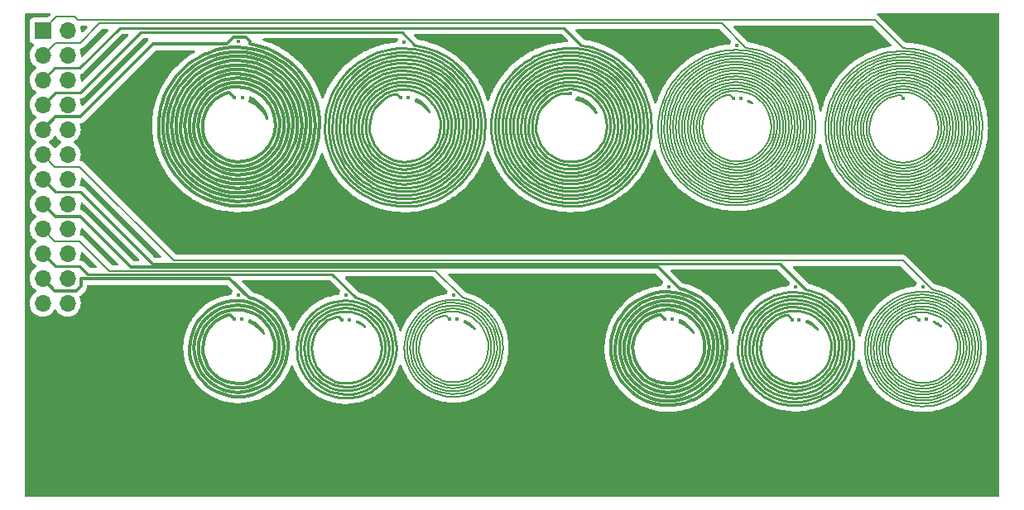
<source format=gbl>
%TF.GenerationSoftware,KiCad,Pcbnew,8.0.9-8.0.9-0~ubuntu24.04.1*%
%TF.CreationDate,2025-06-12T22:50:15-04:00*%
%TF.ProjectId,CoilTest,436f696c-5465-4737-942e-6b696361645f,0.0*%
%TF.SameCoordinates,Original*%
%TF.FileFunction,Copper,L4,Bot*%
%TF.FilePolarity,Positive*%
%FSLAX46Y46*%
G04 Gerber Fmt 4.6, Leading zero omitted, Abs format (unit mm)*
G04 Created by KiCad (PCBNEW 8.0.9-8.0.9-0~ubuntu24.04.1) date 2025-06-12 22:50:15*
%MOMM*%
%LPD*%
G01*
G04 APERTURE LIST*
%TA.AperFunction,ComponentPad*%
%ADD10R,1.700000X1.700000*%
%TD*%
%TA.AperFunction,ComponentPad*%
%ADD11O,1.700000X1.700000*%
%TD*%
%TA.AperFunction,ViaPad*%
%ADD12C,0.400000*%
%TD*%
%TA.AperFunction,Conductor*%
%ADD13C,0.150000*%
%TD*%
%TA.AperFunction,Conductor*%
%ADD14C,0.230000*%
%TD*%
%TA.AperFunction,Conductor*%
%ADD15C,0.300000*%
%TD*%
G04 APERTURE END LIST*
D10*
%TO.P,J1,1,Pin_1*%
%TO.N,/A*%
X102000000Y-52000000D03*
D11*
%TO.P,J1,2,Pin_2*%
X104540000Y-52000000D03*
%TO.P,J1,3,Pin_3*%
%TO.N,/B*%
X102000000Y-54540000D03*
%TO.P,J1,4,Pin_4*%
X104540000Y-54540000D03*
%TO.P,J1,5,Pin_5*%
%TO.N,/C*%
X102000000Y-57080000D03*
%TO.P,J1,6,Pin_6*%
X104540000Y-57080000D03*
%TO.P,J1,7,Pin_7*%
%TO.N,/D*%
X102000000Y-59620000D03*
%TO.P,J1,8,Pin_8*%
X104540000Y-59620000D03*
%TO.P,J1,9,Pin_9*%
%TO.N,/E*%
X102000000Y-62160000D03*
%TO.P,J1,10,Pin_10*%
X104540000Y-62160000D03*
%TO.P,J1,11,Pin_11*%
%TO.N,/F*%
X102000000Y-64700000D03*
%TO.P,J1,12,Pin_12*%
X104540000Y-64700000D03*
%TO.P,J1,13,Pin_13*%
%TO.N,/G*%
X102000000Y-67240000D03*
%TO.P,J1,14,Pin_14*%
X104540000Y-67240000D03*
%TO.P,J1,15,Pin_15*%
%TO.N,/H*%
X102000000Y-69780000D03*
%TO.P,J1,16,Pin_16*%
X104540000Y-69780000D03*
%TO.P,J1,17,Pin_17*%
%TO.N,/I*%
X102000000Y-72320000D03*
%TO.P,J1,18,Pin_18*%
X104540000Y-72320000D03*
%TO.P,J1,19,Pin_19*%
%TO.N,/J*%
X102000000Y-74860000D03*
%TO.P,J1,20,Pin_20*%
X104540000Y-74860000D03*
%TO.P,J1,21,Pin_21*%
%TO.N,/K*%
X102000000Y-77400000D03*
%TO.P,J1,22,Pin_22*%
X104540000Y-77400000D03*
%TO.P,J1,23,Pin_23*%
%TO.N,unconnected-(J1-Pin_23-Pad23)*%
X102000000Y-79940000D03*
%TO.P,J1,24,Pin_24*%
%TO.N,unconnected-(J1-Pin_24-Pad24)*%
X104540000Y-79940000D03*
%TD*%
D12*
%TO.N,/K*%
X122000000Y-79130000D03*
X122360000Y-81590000D03*
X121630000Y-81590000D03*
%TO.N,/C*%
X156000000Y-58480000D03*
%TO.N,/F*%
X192000000Y-78270000D03*
X192370000Y-81600000D03*
X191630000Y-81620000D03*
%TO.N,/D*%
X138586443Y-58907945D03*
X139386443Y-58907945D03*
X138976443Y-53227945D03*
%TO.N,/A*%
X190010000Y-58940000D03*
%TO.N,/B*%
X172615988Y-58973858D03*
X173000000Y-53500000D03*
X173384259Y-58973879D03*
%TO.N,/H*%
X165630000Y-81600000D03*
X166370000Y-81580000D03*
X166000000Y-78230000D03*
%TO.N,/G*%
X179360000Y-81610000D03*
X178640000Y-81610000D03*
X179000000Y-78270000D03*
%TO.N,/E*%
X122000000Y-53150000D03*
X122400000Y-58900000D03*
X121620000Y-58900000D03*
%TO.N,/I*%
X144370000Y-81600000D03*
X143640000Y-81600000D03*
X144000000Y-79130000D03*
%TO.N,/J*%
X133000000Y-79120000D03*
X133367914Y-81621439D03*
X132629346Y-81622666D03*
%TD*%
D13*
%TO.N,/A*%
X182108728Y-61041826D02*
X182062393Y-61519863D01*
X183222189Y-59192539D02*
X183050125Y-59640835D01*
X193121578Y-64765477D02*
X193436907Y-64372326D01*
X182183816Y-60567631D02*
X182108728Y-61041826D01*
X192761651Y-65117259D02*
X193121578Y-64765477D01*
X182287361Y-60099005D02*
X182183816Y-60567631D01*
X192362494Y-65422663D02*
X192761651Y-65117259D01*
X182418966Y-59637654D02*
X182287361Y-60099005D01*
X182578129Y-59185256D02*
X182418966Y-59637654D01*
X191470656Y-65877800D02*
X191930031Y-65677367D01*
X182764250Y-58743453D02*
X182578129Y-59185256D01*
X190991135Y-66021193D02*
X191470656Y-65877800D01*
X182976631Y-58313852D02*
X182764250Y-58743453D01*
X190498512Y-66105615D02*
X190991135Y-66021193D01*
X184071507Y-56747813D02*
X183762933Y-57113570D01*
X184401482Y-56401482D02*
X184071507Y-56747813D01*
X186757660Y-54795816D02*
X186327257Y-55002173D01*
X189507433Y-67001114D02*
X190000000Y-67030000D01*
X187199576Y-54615889D02*
X186757660Y-54795816D01*
X189020525Y-66924155D02*
X189507433Y-67001114D01*
X187651385Y-54463030D02*
X187199576Y-54615889D01*
X188543950Y-66799953D02*
X189020525Y-66924155D01*
X188111431Y-54337775D02*
X187651385Y-54463030D01*
X188082278Y-66629791D02*
X188543950Y-66799953D01*
X188578030Y-54240563D02*
X188111431Y-54337775D01*
X187639923Y-66415394D02*
X188082278Y-66629791D01*
X189524043Y-54131497D02*
X189049476Y-54171727D01*
X190000000Y-54120000D02*
X189524043Y-54131497D01*
X186469769Y-65530231D02*
X186829818Y-65862878D01*
X190494601Y-54138543D02*
X190000000Y-54120000D01*
X186144369Y-65164235D02*
X186469769Y-65530231D01*
X193784657Y-55115735D02*
X193346199Y-54888964D01*
X194207848Y-55369493D02*
X193784657Y-55115735D01*
X194614114Y-55649217D02*
X194207848Y-55369493D01*
X195001866Y-55953783D02*
X194614114Y-55649217D01*
X196626453Y-59121725D02*
X196417480Y-58674730D01*
X195369587Y-56281970D02*
X195001866Y-55953783D01*
X196804353Y-59581732D02*
X196626453Y-59121725D01*
X185439500Y-60110979D02*
X185271818Y-60565722D01*
X195715843Y-56632466D02*
X195369587Y-56281970D01*
X196039283Y-57003871D02*
X195715843Y-56632466D01*
X185903453Y-59262775D02*
X185650750Y-59675278D01*
X196338648Y-57394703D02*
X196039283Y-57003871D01*
X186195098Y-58877397D02*
X185903453Y-59262775D01*
X196612776Y-57803405D02*
X196338648Y-57394703D01*
X196860605Y-58228350D02*
X196612776Y-57803405D01*
X197081177Y-58667851D02*
X196860605Y-58228350D01*
X187273192Y-57919043D02*
X186883345Y-58202345D01*
X197749408Y-61021022D02*
X197675593Y-60535802D01*
X197786605Y-62489892D02*
X197805000Y-62000000D01*
X197737503Y-62977474D02*
X197786605Y-62489892D01*
X197657911Y-63460825D02*
X197737503Y-62977474D01*
X196818542Y-65748525D02*
X197043174Y-65314266D01*
X196567183Y-66167661D02*
X196818542Y-65748525D01*
X196290107Y-66570030D02*
X196567183Y-66167661D01*
X192393337Y-69365933D02*
X192852229Y-69203908D01*
X187617768Y-68702957D02*
X188079868Y-68853040D01*
X191925357Y-69498771D02*
X192393337Y-69365933D01*
X187167195Y-68521771D02*
X187617768Y-68702957D01*
X190485559Y-69717741D02*
X190969578Y-69674999D01*
X190000000Y-69730000D02*
X190485559Y-69717741D01*
X186717667Y-68975312D02*
X187161023Y-69170436D01*
X186287606Y-68752819D02*
X186717667Y-68975312D01*
X193260617Y-63489074D02*
X193445888Y-63011804D01*
X185872526Y-68503858D02*
X186287606Y-68752819D01*
X193009776Y-63934265D02*
X193260617Y-63489074D01*
X185474054Y-68229431D02*
X185872526Y-68503858D01*
X192698713Y-64338448D02*
X193009776Y-63934265D01*
X185093748Y-67930640D02*
X185474054Y-68229431D01*
X192333983Y-64693560D02*
X192698713Y-64338448D01*
X184733095Y-67608685D02*
X185093748Y-67930640D01*
X191923207Y-64992568D02*
X192333983Y-64693560D01*
X184393502Y-67264852D02*
X184733095Y-67608685D01*
X191474912Y-65229607D02*
X191923207Y-64992568D01*
X184076294Y-66900516D02*
X184393502Y-67264852D01*
X190998358Y-65400094D02*
X191474912Y-65229607D01*
X182705397Y-64370160D02*
X182865825Y-64824620D01*
X182573873Y-63906705D02*
X182705397Y-64370160D01*
X182471751Y-63436090D02*
X182573873Y-63906705D01*
X190495551Y-54439348D02*
X190000000Y-54420000D01*
X192893565Y-55014316D02*
X192431489Y-54837065D01*
X193342873Y-55221324D02*
X192893565Y-55014316D01*
X193777500Y-55457178D02*
X193342873Y-55221324D01*
X194195597Y-55720845D02*
X193777500Y-55457178D01*
X195668402Y-57028945D02*
X195333353Y-56666647D01*
X195978909Y-57412222D02*
X195668402Y-57028945D01*
X196750649Y-58670948D02*
X196521171Y-58235000D01*
X196951039Y-59120786D02*
X196750649Y-58670948D01*
X197121506Y-59582574D02*
X196951039Y-59120786D01*
X197351599Y-63462324D02*
X197434597Y-62978783D01*
X188087193Y-65971986D02*
X188542172Y-66166234D01*
X197237199Y-63939202D02*
X197351599Y-63462324D01*
X194542121Y-67919408D02*
X194921604Y-67612014D01*
X185677707Y-61512995D02*
X185645000Y-62000000D01*
X194143512Y-68201204D02*
X194542121Y-67919408D01*
X185764635Y-61033305D02*
X185677707Y-61512995D01*
X193727500Y-68456219D02*
X194143512Y-68201204D01*
X184698079Y-67984631D02*
X185067316Y-68296105D01*
X193295880Y-68683384D02*
X193727500Y-68456219D01*
X192850513Y-68881748D02*
X193295880Y-68683384D01*
X191451350Y-69296429D02*
X191926261Y-69188903D01*
X190970625Y-69372632D02*
X191451350Y-69296429D01*
X183429423Y-66535342D02*
X183712977Y-66925568D01*
X190486150Y-69417210D02*
X190970625Y-69372632D01*
X190000000Y-69430000D02*
X190486150Y-69417210D01*
X189514818Y-69711753D02*
X190000000Y-69730000D01*
X189514259Y-69410973D02*
X190000000Y-69430000D01*
X188552308Y-69278040D02*
X189031006Y-69360239D01*
X188080210Y-69164755D02*
X188552308Y-69278040D01*
X187616727Y-69020895D02*
X188080210Y-69164755D01*
X187163837Y-68847102D02*
X187616727Y-69020895D01*
X186723470Y-68644145D02*
X187163837Y-68847102D01*
X183782704Y-66517130D02*
X184076294Y-66900516D01*
X190503342Y-65500818D02*
X190998358Y-65400094D01*
X183861156Y-66101844D02*
X184140094Y-66496464D01*
X183270841Y-65699386D02*
X183513873Y-66116221D01*
X183383882Y-65262708D02*
X183608733Y-65690000D01*
X183187543Y-64821812D02*
X183383882Y-65262708D01*
X182777129Y-63436718D02*
X182883541Y-63906849D01*
X182701727Y-62960836D02*
X182777129Y-63436718D01*
X182645000Y-62000000D02*
X182657629Y-62481244D01*
X182663866Y-61519164D02*
X182645000Y-62000000D01*
X183423120Y-58756642D02*
X183222189Y-59192539D01*
X183652034Y-58335000D02*
X183423120Y-58756642D01*
X183907926Y-57929406D02*
X183652034Y-58335000D01*
X192431489Y-54837065D02*
X191958613Y-54690356D01*
X193338772Y-55556463D02*
X192892565Y-55340647D01*
X196263565Y-57814820D02*
X195978909Y-57412222D01*
X194167654Y-68894141D02*
X194577946Y-68632300D01*
X196521171Y-58235000D02*
X196263565Y-57814820D01*
X196950379Y-60052595D02*
X196804353Y-59581732D01*
X185650750Y-59675278D02*
X185439500Y-60110979D01*
X197063879Y-60532109D02*
X196950379Y-60052595D01*
X197144353Y-61018031D02*
X197063879Y-60532109D01*
X197369988Y-60534018D02*
X197261347Y-60054328D01*
X197205000Y-62000000D02*
X197191457Y-61508091D01*
X186883345Y-58202345D02*
X186522802Y-58522802D01*
X197446990Y-61019585D02*
X197369988Y-60534018D01*
X197184950Y-62491464D02*
X197205000Y-62000000D01*
X197131431Y-62980193D02*
X197184950Y-62491464D01*
X197273641Y-59120162D02*
X197081177Y-58667851D01*
X187688536Y-57675554D02*
X187273192Y-57919043D01*
X197044723Y-63463910D02*
X197131431Y-62980193D01*
X197437262Y-59583487D02*
X197273641Y-59120162D01*
X188125330Y-57474145D02*
X187688536Y-57675554D01*
X196925259Y-63940367D02*
X197044723Y-63463910D01*
X197571415Y-60055991D02*
X197437262Y-59583487D01*
X188579329Y-57316674D02*
X188125330Y-57474145D01*
X192848395Y-68557662D02*
X193290765Y-68350889D01*
X192393152Y-68733683D02*
X192848395Y-68557662D01*
X191927170Y-68878160D02*
X192393152Y-68733683D01*
X183566611Y-61517884D02*
X183545000Y-62000000D01*
X192393318Y-69050487D02*
X192850513Y-68881748D01*
X184019687Y-67298095D02*
X184348449Y-67651551D01*
X190486791Y-69116632D02*
X190971756Y-69070052D01*
X191926261Y-69188903D02*
X192393318Y-69050487D01*
X190000000Y-69130000D02*
X190486791Y-69116632D01*
X189513654Y-69110125D02*
X190000000Y-69130000D01*
X194156408Y-68549452D02*
X194561214Y-68277972D01*
X189030020Y-69057130D02*
X189513654Y-69110125D01*
X193735518Y-68794882D02*
X194156408Y-68549452D01*
X188551349Y-68971292D02*
X189030020Y-69057130D01*
X193300215Y-69013314D02*
X193735518Y-68794882D01*
X188079868Y-68853040D02*
X188551349Y-68971292D01*
X192852229Y-69203908D02*
X193300215Y-69013314D01*
X186730238Y-68310355D02*
X187167195Y-68521771D01*
X186308921Y-68069721D02*
X186730238Y-68310355D01*
X187615934Y-69337401D02*
X188080611Y-69475525D01*
X193605000Y-62000000D02*
X193575055Y-61485985D01*
X185905194Y-67801019D02*
X186308921Y-68069721D01*
X187161023Y-69170436D02*
X187615934Y-69337401D01*
X193561558Y-62512075D02*
X193605000Y-62000000D01*
X185520922Y-67505527D02*
X185905194Y-67801019D01*
X185157879Y-67184646D02*
X185520922Y-67505527D01*
X183715703Y-65256260D02*
X183949782Y-65679219D01*
X195498533Y-63473327D02*
X195610121Y-62989216D01*
X183054548Y-65268282D02*
X183270841Y-65699386D01*
X182958194Y-62481673D02*
X183004250Y-62961544D01*
X182865825Y-64824620D02*
X183054548Y-65268282D01*
X182945000Y-62000000D02*
X182958194Y-62481673D01*
X193319825Y-56582538D02*
X192886245Y-56335426D01*
X183219178Y-60100103D02*
X183102140Y-60566608D01*
X182357111Y-62480850D02*
X182399409Y-62960178D01*
X183367712Y-59642884D02*
X183219178Y-60100103D01*
X182345000Y-62000000D02*
X182357111Y-62480850D01*
X183547020Y-59197075D02*
X183367712Y-59642884D01*
X192891100Y-55669375D02*
X192433303Y-55476062D01*
X185365528Y-62487103D02*
X185436941Y-62969908D01*
X193769017Y-55802116D02*
X193338772Y-55556463D01*
X195831799Y-58252130D02*
X195552299Y-57843601D01*
X186566671Y-58908617D02*
X186258296Y-59281493D01*
X194181308Y-56076435D02*
X193769017Y-55802116D01*
X196081318Y-58679349D02*
X195831799Y-58252130D01*
X186911962Y-58570387D02*
X186566671Y-58908617D01*
X194573741Y-56378117D02*
X194181308Y-56076435D01*
X196299615Y-59123062D02*
X196081318Y-58679349D01*
X187290310Y-58270432D02*
X186911962Y-58570387D01*
X196638383Y-60050795D02*
X196485609Y-59580993D01*
X188129011Y-57797691D02*
X187697500Y-58011953D01*
X195503175Y-66119625D02*
X195785912Y-65718380D01*
X193837173Y-59588945D02*
X193547281Y-59171138D01*
X194337928Y-58724149D02*
X194020426Y-58334898D01*
X197485813Y-62490646D02*
X197505000Y-62000000D01*
X194856056Y-66856056D02*
X195192687Y-66499489D01*
X197434597Y-62978783D02*
X197485813Y-62490646D01*
X194495024Y-67187534D02*
X194856056Y-66856056D01*
X194111453Y-67492259D02*
X194495024Y-67187534D01*
X193707322Y-67768705D02*
X194111453Y-67492259D01*
X193284707Y-68015492D02*
X193707322Y-67768705D01*
X192845782Y-68231393D02*
X193284707Y-68015492D01*
X190972981Y-68767229D02*
X191453995Y-68683907D01*
X190487490Y-68815998D02*
X190972981Y-68767229D01*
X190000000Y-68830000D02*
X190487490Y-68815998D01*
X189512997Y-68809198D02*
X190000000Y-68830000D01*
X192371153Y-65773668D02*
X192782101Y-65488644D01*
X189028960Y-68753732D02*
X189512997Y-68809198D01*
X191931402Y-66010599D02*
X192371153Y-65773668D01*
X187619116Y-68383396D02*
X188079608Y-68540253D01*
X186738166Y-67973603D02*
X187171213Y-68194180D01*
X186322168Y-67722818D02*
X186738166Y-67973603D01*
X185549626Y-67136005D02*
X185925320Y-67443135D01*
X185196977Y-66803023D02*
X185549626Y-67136005D01*
X184869147Y-66445909D02*
X185196977Y-66803023D01*
X184567782Y-66066508D02*
X184869147Y-66445909D01*
X189031926Y-69663094D02*
X189514818Y-69711753D01*
X189031006Y-69360239D02*
X189514259Y-69410973D01*
X184294389Y-65666773D02*
X184567782Y-66066508D01*
X188553229Y-69584240D02*
X189031926Y-69663094D01*
X184050334Y-65248764D02*
X184294389Y-65666773D01*
X188080611Y-69475525D02*
X188553229Y-69584240D01*
X183836830Y-64814626D02*
X184050334Y-65248764D01*
X186297500Y-68412918D02*
X186723470Y-68644145D01*
X183307007Y-62962307D02*
X183389379Y-63438052D01*
X183245000Y-62000000D02*
X183258811Y-62482139D01*
X185509603Y-64780336D02*
X185781775Y-65185456D01*
X183265611Y-61518347D02*
X183245000Y-62000000D01*
X185276171Y-64352188D02*
X185509603Y-64780336D01*
X183320505Y-61039634D02*
X183265611Y-61518347D01*
X185083403Y-63904700D02*
X185276171Y-64352188D01*
X183511129Y-64818514D02*
X183715703Y-65256260D01*
X183409366Y-60566295D02*
X183320505Y-61039634D01*
X184932876Y-63441721D02*
X185083403Y-63904700D01*
X183531709Y-60100738D02*
X183409366Y-60566295D01*
X184825803Y-62967225D02*
X184932876Y-63441721D01*
X183686875Y-59645326D02*
X183531709Y-60100738D01*
X183020533Y-64369210D02*
X183187543Y-64821812D01*
X184616906Y-57970266D02*
X184340276Y-58362716D01*
X184958336Y-60565523D02*
X184843150Y-61036018D01*
X182883541Y-63906849D02*
X183020533Y-64369210D01*
X182964700Y-61518772D02*
X182945000Y-62000000D01*
X193732436Y-56862742D02*
X193319825Y-56582538D01*
X184920676Y-57598741D02*
X184616906Y-57970266D01*
X185116314Y-60108050D02*
X184958336Y-60565523D01*
X183017172Y-61040232D02*
X182964700Y-61518772D01*
X194121560Y-57174274D02*
X193732436Y-56862742D01*
X185250010Y-57250010D02*
X184920676Y-57598741D01*
X183102140Y-60566608D02*
X183017172Y-61040232D01*
X194484825Y-57515175D02*
X194121560Y-57174274D01*
X185603205Y-56925829D02*
X185250010Y-57250010D01*
X185978438Y-56627822D02*
X185603205Y-56925829D01*
X185831064Y-58851766D02*
X185554615Y-59247534D01*
X186373775Y-56357483D02*
X185978438Y-56627822D01*
X186142591Y-58483507D02*
X185831064Y-58851766D01*
X186787180Y-56116160D02*
X186373775Y-56357483D01*
X186486479Y-58145851D02*
X186142591Y-58483507D01*
X187216531Y-55905052D02*
X186787180Y-56116160D01*
X186859742Y-57841626D02*
X186486479Y-58145851D01*
X182411315Y-61041326D02*
X182363099Y-61519527D01*
X186545000Y-62000000D02*
X186573418Y-62492668D01*
X187659623Y-55725205D02*
X187216531Y-55905052D01*
X182489432Y-60567282D02*
X182411315Y-61041326D01*
X186586916Y-61509273D02*
X186545000Y-62000000D01*
X188114185Y-55577503D02*
X187659623Y-55725205D01*
X182733928Y-59639110D02*
X182597119Y-60099263D01*
X186875828Y-60573238D02*
X186698036Y-61030456D01*
X189048367Y-55381244D02*
X188577890Y-55462665D01*
X188578804Y-57005013D02*
X188122393Y-57153338D01*
X182899297Y-59188633D02*
X182733928Y-59639110D01*
X189523211Y-55333619D02*
X189048367Y-55381244D01*
X189046556Y-56899526D02*
X188578804Y-57005013D01*
X190994538Y-55401673D02*
X190498930Y-55342240D01*
X190507269Y-56849608D02*
X190000000Y-56820000D01*
X191964754Y-55630425D02*
X191484056Y-55497927D01*
X192433954Y-55798386D02*
X191964754Y-55630425D01*
X193327500Y-56236601D02*
X192889046Y-56000834D01*
X192862228Y-57716372D02*
X192430787Y-57452318D01*
X186336745Y-55336564D02*
X185923966Y-55577197D01*
X190000000Y-55020000D02*
X189523445Y-55033019D01*
X194519262Y-57129394D02*
X194144871Y-56802496D01*
X195664699Y-63944693D02*
X195809769Y-63471233D01*
X186763652Y-55122410D02*
X186336745Y-55336564D01*
X190497704Y-55041185D02*
X190000000Y-55020000D01*
X194867988Y-57483167D02*
X194519262Y-57129394D01*
X195481144Y-64404253D02*
X195664699Y-63944693D01*
X187202990Y-54935558D02*
X186763652Y-55122410D01*
X190992387Y-55097795D02*
X190497704Y-55041185D01*
X195189127Y-57861809D02*
X194867988Y-57483167D01*
X194522878Y-59582471D02*
X194268037Y-59148189D01*
X195260410Y-64846792D02*
X195481144Y-64404253D01*
X191481532Y-55189508D02*
X190992387Y-55097795D01*
X195480914Y-58263176D02*
X195189127Y-57861809D01*
X194733728Y-60039226D02*
X194522878Y-59582471D01*
X195004052Y-65269311D02*
X195260410Y-64846792D01*
X191962651Y-55315823D02*
X191481532Y-55189508D01*
X195741748Y-58685000D02*
X195480914Y-58263176D01*
X194898637Y-60514015D02*
X194733728Y-60039226D01*
X192433303Y-55476062D02*
X191962651Y-55315823D01*
X185436941Y-62969908D02*
X185558566Y-63443109D01*
X195970206Y-59124900D02*
X195741748Y-58685000D01*
X195016104Y-61002235D02*
X194898637Y-60514015D01*
X190988573Y-54491044D02*
X190495551Y-54439348D01*
X191960601Y-55002522D02*
X191479169Y-54881846D01*
X189049476Y-54171727D02*
X188578030Y-54240563D01*
X187221107Y-66158907D02*
X187639923Y-66415394D01*
X196590093Y-61506141D02*
X196538291Y-61014511D01*
X191476956Y-54574842D02*
X190988573Y-54491044D01*
X192432464Y-55155703D02*
X191960601Y-55002522D01*
X186829818Y-65862878D02*
X187221107Y-66158907D01*
X196605000Y-62000000D02*
X196590093Y-61506141D01*
X191958613Y-54690356D02*
X191476956Y-54574842D01*
X192892565Y-55340647D02*
X192432464Y-55155703D01*
X196582970Y-62493325D02*
X196605000Y-62000000D01*
X191458636Y-67760023D02*
X191930595Y-67623630D01*
X196131798Y-64406554D02*
X196297907Y-63942647D01*
X189510630Y-67905812D02*
X190000000Y-67930000D01*
X195931593Y-64856505D02*
X196131798Y-64406554D01*
X189025254Y-67841335D02*
X189510630Y-67905812D01*
X194595388Y-56011174D02*
X194195597Y-55720845D01*
X195698447Y-65290000D02*
X195931593Y-64856505D01*
X188547178Y-67737064D02*
X189025254Y-67841335D01*
X194975176Y-56326899D02*
X194595388Y-56011174D01*
X195614295Y-57432432D02*
X195291888Y-57057722D01*
X193346199Y-54888964D02*
X192894195Y-54690097D01*
X189044762Y-58124448D02*
X188582535Y-58262452D01*
X185064195Y-62486134D02*
X185131014Y-62968502D01*
X195433700Y-65704634D02*
X195698447Y-65290000D01*
X188079659Y-67593762D02*
X188547178Y-67737064D01*
X195333353Y-56666647D02*
X194975176Y-56326899D01*
X194971822Y-68346061D02*
X195347829Y-68036451D01*
X195910244Y-57828094D02*
X195614295Y-57432432D01*
X185045000Y-62000000D02*
X185064195Y-62486134D01*
X189519569Y-58043292D02*
X189044762Y-58124448D01*
X195138867Y-66098109D02*
X195433700Y-65704634D01*
X196178381Y-58242843D02*
X195910244Y-57828094D01*
X185073525Y-61514785D02*
X185045000Y-62000000D01*
X190000000Y-58020000D02*
X189519569Y-58043292D01*
X194815627Y-66468249D02*
X195138867Y-66098109D01*
X196417480Y-58674730D02*
X196178381Y-58242843D01*
X185149404Y-61035156D02*
X185073525Y-61514785D01*
X190518678Y-58060246D02*
X190000000Y-58020000D01*
X194465820Y-66813009D02*
X194815627Y-66468249D01*
X194091429Y-67130490D02*
X194465820Y-66813009D01*
X193694575Y-67418946D02*
X194091429Y-67130490D01*
X193277500Y-67676797D02*
X193694575Y-67418946D01*
X192842558Y-67902633D02*
X193277500Y-67676797D01*
X191455446Y-68376725D02*
X191928962Y-68253541D01*
X190974311Y-68464128D02*
X191455446Y-68376725D01*
X197505000Y-62000000D02*
X197492050Y-61508945D01*
X195192687Y-66499489D02*
X195503175Y-66119625D01*
X190000000Y-68530000D02*
X190488254Y-68515302D01*
X189512279Y-68508179D02*
X190000000Y-68530000D01*
X184161064Y-62483828D02*
X184217068Y-62965001D01*
X196773627Y-64407348D02*
X196925259Y-63940367D01*
X197675593Y-60535802D02*
X197571415Y-60055991D01*
X189027819Y-68450002D02*
X189512279Y-68508179D01*
X184145000Y-62000000D02*
X184161064Y-62483828D01*
X196590562Y-64862685D02*
X196773627Y-64407348D01*
X188549322Y-68355834D02*
X189027819Y-68450002D01*
X197091915Y-64407381D02*
X197237199Y-63939202D01*
X196133803Y-65730048D02*
X196376946Y-65304267D01*
X187620847Y-68061983D02*
X188079459Y-68226239D01*
X184335641Y-60565590D02*
X184232642Y-61037598D01*
X196916393Y-64864864D02*
X197091915Y-64407381D01*
X195862292Y-66138057D02*
X196133803Y-65730048D01*
X187176037Y-67864020D02*
X187620847Y-68061983D01*
X184477174Y-60104011D02*
X184335641Y-60565590D01*
X196711411Y-65309702D02*
X196916393Y-64864864D01*
X195563705Y-66526410D02*
X195862292Y-66138057D01*
X186747500Y-67633495D02*
X187176037Y-67864020D01*
X184656222Y-59656001D02*
X184477174Y-60104011D01*
X196477870Y-65740000D02*
X196711411Y-65309702D01*
X195239458Y-66893313D02*
X195563705Y-66526410D01*
X186337615Y-67371732D02*
X186747500Y-67633495D01*
X184871511Y-59224600D02*
X184656222Y-59656001D01*
X196216794Y-66153929D02*
X196477870Y-65740000D01*
X194891087Y-67237075D02*
X195239458Y-66893313D01*
X185948652Y-67080229D02*
X186337615Y-67371732D01*
X185582764Y-66760648D02*
X185948652Y-67080229D01*
X185241970Y-66414807D02*
X185582764Y-66760648D01*
X195280320Y-67280320D02*
X195616713Y-66925725D01*
X184928147Y-66044667D02*
X185241970Y-66414807D01*
X194921604Y-67612014D02*
X195280320Y-67280320D01*
X184643022Y-65652326D02*
X184928147Y-66044667D01*
X186430454Y-57413848D02*
X186061251Y-57721378D01*
X184388155Y-65240000D02*
X184643022Y-65652326D01*
X186823527Y-57138046D02*
X186430454Y-57413848D01*
X184164939Y-64810017D02*
X184388155Y-65240000D01*
X183845000Y-62000000D02*
X183860235Y-62483210D01*
X187237752Y-56895812D02*
X186823527Y-57138046D01*
X183974587Y-64364800D02*
X184164939Y-64810017D01*
X191452632Y-68990448D02*
X191927170Y-68878160D01*
X183818126Y-63906855D02*
X183974587Y-64364800D01*
X188118110Y-56518242D02*
X187670272Y-56688756D01*
X190971756Y-69070052D02*
X191452632Y-68990448D01*
X183696395Y-63438757D02*
X183818126Y-63906855D01*
X188578187Y-56385387D02*
X188118110Y-56518242D01*
X183610034Y-62963132D02*
X183696395Y-63438757D01*
X183559488Y-62482650D02*
X183610034Y-62963132D01*
X183545000Y-62000000D02*
X183559488Y-62482650D01*
X190000000Y-56220000D02*
X189522365Y-56235808D01*
X184203552Y-59208578D02*
X184007833Y-59648248D01*
X186389923Y-56704990D02*
X186002094Y-56986785D01*
X186797500Y-56453107D02*
X186389923Y-56704990D01*
X187222524Y-56232512D02*
X186797500Y-56453107D01*
X187662600Y-56044403D02*
X187222524Y-56232512D01*
X195626535Y-61007890D02*
X195522681Y-60520202D01*
X188115251Y-55889794D02*
X187662600Y-56044403D01*
X195687442Y-61502413D02*
X195626535Y-61007890D01*
X188577932Y-55769514D02*
X188115251Y-55889794D01*
X195705000Y-62000000D02*
X195687442Y-61502413D01*
X189048046Y-55684196D02*
X188577932Y-55769514D01*
X184212301Y-66085404D02*
X184502062Y-66472904D01*
X189522955Y-55634278D02*
X189048046Y-55684196D01*
X195610121Y-62989216D02*
X195679140Y-62496860D01*
X183949782Y-65679219D02*
X184212301Y-66085404D01*
X190000000Y-55620000D02*
X189522955Y-55634278D01*
X190500275Y-55643406D02*
X190000000Y-55620000D01*
X195345285Y-63945525D02*
X195498533Y-63473327D01*
X190996879Y-55705956D02*
X190500275Y-55643406D01*
X183336986Y-64368036D02*
X183511129Y-64818514D01*
X191486755Y-55807219D02*
X190996879Y-55705956D01*
X183194059Y-63906935D02*
X183336986Y-64368036D01*
X191966893Y-55946525D02*
X191486755Y-55807219D01*
X183082984Y-63437373D02*
X183194059Y-63906935D01*
X192434345Y-56122971D02*
X191966893Y-55946525D01*
X183004250Y-62961544D02*
X183082984Y-63437373D01*
X192886245Y-56335426D02*
X192434345Y-56122971D01*
X194820023Y-57883311D02*
X194484825Y-57515175D01*
X197963727Y-63459407D02*
X198040178Y-62976254D01*
X195842383Y-59580006D02*
X195637844Y-59127375D01*
X190000000Y-67630000D02*
X190491050Y-67612727D01*
X195982145Y-63943717D02*
X196119853Y-63469247D01*
X186045505Y-65954495D02*
X186402532Y-66287295D01*
X191929811Y-67939348D02*
X192391293Y-67773092D01*
X191456991Y-68068804D02*
X191929811Y-67939348D01*
X190975760Y-68160706D02*
X191456991Y-68068804D01*
X190489094Y-68214533D02*
X190975760Y-68160706D01*
X190000000Y-68230000D02*
X190489094Y-68214533D01*
X185294038Y-66019272D02*
X185621241Y-66378759D01*
X184996230Y-65635452D02*
X185294038Y-66019272D01*
X184729618Y-65229694D02*
X184996230Y-65635452D01*
X184495807Y-64804526D02*
X184729618Y-65229694D01*
X183513873Y-66116221D02*
X183782704Y-66517130D01*
X190000000Y-65530000D02*
X190503342Y-65500818D01*
X183608733Y-65690000D02*
X183861156Y-66101844D01*
X183867712Y-61517378D02*
X183845000Y-62000000D01*
X192734735Y-64734735D02*
X193073253Y-64358190D01*
X183928186Y-61038319D02*
X183867712Y-61517378D01*
X184026002Y-60565770D02*
X183928186Y-61038319D01*
X184330844Y-59651759D02*
X184160513Y-60102636D01*
X190000000Y-65830000D02*
X190500731Y-65803430D01*
X189047344Y-56291045D02*
X188578187Y-56385387D01*
X184535902Y-59215903D02*
X184330844Y-59651759D01*
X182657629Y-62481244D02*
X182701727Y-62960836D01*
X184774382Y-58797737D02*
X184535902Y-59215903D01*
X188541498Y-65521136D02*
X189011958Y-65687422D01*
X185044771Y-58399815D02*
X184774382Y-58797737D01*
X182363099Y-61519527D02*
X182345000Y-62000000D01*
X186573418Y-62492668D02*
X186671868Y-62977228D01*
X182714120Y-61040796D02*
X182663866Y-61519164D01*
X182097274Y-62959565D02*
X182166792Y-63435489D01*
X185345365Y-58024566D02*
X185044771Y-58399815D01*
X187318298Y-64681702D02*
X187687468Y-65013751D01*
X185674274Y-57674274D02*
X185345365Y-58024566D01*
X182597119Y-60099263D02*
X182489432Y-60567282D01*
X186698036Y-61030456D02*
X186586916Y-61509273D01*
X188577890Y-55462665D02*
X188114185Y-55577503D01*
X186029437Y-57351068D02*
X185674274Y-57674274D01*
X186408632Y-57056906D02*
X186029437Y-57351068D01*
X187229523Y-56562633D02*
X186809493Y-56793566D01*
X191484056Y-55497927D02*
X190994538Y-55401673D01*
X191008739Y-56928727D02*
X190507269Y-56849608D01*
X187666109Y-56365490D02*
X187229523Y-56562633D01*
X186548155Y-60570199D02*
X186385023Y-61031370D01*
X105250000Y-50610000D02*
X103390000Y-50610000D01*
X188116541Y-56203311D02*
X187666109Y-56365490D01*
X189047705Y-55987447D02*
X188578026Y-56077052D01*
X194697154Y-58711017D02*
X194395818Y-58311470D01*
X189522674Y-55935004D02*
X189047705Y-55987447D01*
X184786489Y-56448175D02*
X184445988Y-56784436D01*
X193679536Y-67064446D02*
X194067980Y-66762993D01*
X190000000Y-55920000D02*
X189522674Y-55935004D01*
X193947926Y-60502749D02*
X193743776Y-60035115D01*
X189502879Y-66094160D02*
X190000000Y-66130000D01*
X188550353Y-68663920D02*
X189028960Y-68753732D01*
X189014388Y-65998787D02*
X189502879Y-66094160D01*
X188079608Y-68540253D02*
X188550353Y-68663920D01*
X188541619Y-65845434D02*
X189014388Y-65998787D01*
X193911597Y-59158058D02*
X193596821Y-58761408D01*
X187670279Y-65375183D02*
X188091418Y-65636500D01*
X195915313Y-62987091D02*
X195980556Y-62495563D01*
X194182903Y-59585000D02*
X193911597Y-59158058D01*
X187284258Y-65065439D02*
X187670279Y-65375183D01*
X195809769Y-63471233D02*
X195915313Y-62987091D01*
X196234783Y-61012507D02*
X196141732Y-60525501D01*
X196646544Y-66587778D02*
X196913890Y-66179592D01*
X186360874Y-62975101D02*
X186513510Y-63444152D01*
X191479169Y-54881846D02*
X190990405Y-54794267D01*
X196289302Y-61505021D02*
X196234783Y-61012507D01*
X196355144Y-66978937D02*
X196646544Y-66587778D01*
X186270928Y-62490942D02*
X186360874Y-62975101D01*
X185925320Y-67443135D02*
X186322168Y-67722818D01*
X186639061Y-64319889D02*
X186938879Y-64711917D01*
X188577913Y-54850688D02*
X188112562Y-54955986D01*
X187259146Y-57573369D02*
X186859742Y-57841626D01*
X196305000Y-62000000D02*
X196289302Y-61505021D01*
X196040770Y-67351655D02*
X196355144Y-66978937D01*
X186245000Y-62000000D02*
X186270928Y-62490942D01*
X186389042Y-63895177D02*
X186639061Y-64319889D01*
X189048954Y-54776085D02*
X188577913Y-54850688D01*
X187681243Y-57343308D02*
X187259146Y-57573369D01*
X194783650Y-61497218D02*
X194709781Y-60998905D01*
X190000000Y-54420000D02*
X189523859Y-54431963D01*
X194805000Y-62000000D02*
X194783650Y-61497218D01*
X193188407Y-65541085D02*
X193544801Y-65191753D01*
X183994360Y-58347890D02*
X183756237Y-58764743D01*
X192797858Y-65850921D02*
X193188407Y-65541085D01*
X184260254Y-57948445D02*
X183994360Y-58347890D01*
X190985501Y-66636420D02*
X191466286Y-66512763D01*
X190494942Y-66709061D02*
X190985501Y-66636420D01*
X189506103Y-66699116D02*
X190000000Y-66730000D01*
X186778245Y-55782294D02*
X186359750Y-56013863D01*
X183624160Y-61038997D02*
X183566611Y-61517884D01*
X191016762Y-57545276D02*
X190512197Y-57454122D01*
X183717286Y-60566012D02*
X183624160Y-61038997D01*
X191507370Y-57692184D02*
X191016762Y-57545276D01*
X192835543Y-58444342D02*
X192422456Y-58144683D01*
X184431457Y-58785000D02*
X184203552Y-59208578D01*
X193212033Y-58787967D02*
X192835543Y-58444342D01*
X193791812Y-64382554D02*
X194039558Y-63945349D01*
X193497021Y-64788781D02*
X193791812Y-64382554D01*
X193159000Y-65159000D02*
X193497021Y-64788781D01*
X184978408Y-57995414D02*
X184690236Y-58379864D01*
X194060561Y-57939439D02*
X193693886Y-57597798D01*
X187657349Y-65728308D02*
X188087193Y-65971986D01*
X186569994Y-64735339D02*
X186894033Y-65105967D01*
X188544998Y-67113801D02*
X189022236Y-67230573D01*
X187158660Y-69491997D02*
X187615341Y-69652639D01*
X184189678Y-57541583D02*
X183907926Y-57929406D01*
X186289836Y-64331251D02*
X186569994Y-64735339D01*
X188080957Y-66953622D02*
X188544998Y-67113801D01*
X184496063Y-57173177D02*
X184189678Y-57541583D01*
X186056974Y-63898861D02*
X186289836Y-64331251D01*
X190000000Y-54720000D02*
X189523661Y-54732469D01*
X186051628Y-62973186D02*
X186192326Y-63444060D01*
X187708652Y-58353340D02*
X187311423Y-58628631D01*
X194773705Y-62501737D02*
X194805000Y-62000000D01*
X190496582Y-54740225D02*
X190000000Y-54720000D01*
X185968838Y-62489472D02*
X186051628Y-62973186D01*
X188133680Y-58124547D02*
X187708652Y-58353340D01*
X194690218Y-62996937D02*
X194773705Y-62501737D01*
X188581098Y-57945010D02*
X188133680Y-58124547D01*
X194555561Y-63480191D02*
X194690218Y-62996937D01*
X189045226Y-57816863D02*
X188581098Y-57945010D01*
X194371315Y-63946235D02*
X194555561Y-63480191D01*
X189520192Y-57741588D02*
X189045226Y-57816863D01*
X196524165Y-62983360D02*
X196582970Y-62493325D01*
X194139601Y-64390000D02*
X194371315Y-63946235D01*
X190000000Y-57720000D02*
X189520192Y-57741588D01*
X196428953Y-63467367D02*
X196524165Y-62983360D01*
X193863056Y-64806675D02*
X194139601Y-64390000D01*
X190515202Y-57756933D02*
X190000000Y-57720000D01*
X196297907Y-63942647D02*
X196428953Y-63467367D01*
X193544801Y-65191753D02*
X193863056Y-64806675D01*
X191021510Y-57855572D02*
X190515202Y-57756933D01*
X191511572Y-58014313D02*
X191021510Y-57855572D01*
X191978291Y-58230682D02*
X191511572Y-58014313D01*
X192414931Y-58501369D02*
X191978291Y-58230682D01*
X195076582Y-65688352D02*
X195353514Y-65280638D01*
X192815211Y-58822284D02*
X192414931Y-58501369D01*
X194431792Y-66431792D02*
X194768696Y-66072851D01*
X193484387Y-59594901D02*
X193173398Y-59188615D01*
X193268882Y-67334330D02*
X193679536Y-67064446D01*
X194094014Y-60990916D02*
X193947926Y-60502749D01*
X190501756Y-55944700D02*
X190000000Y-55920000D01*
X192838576Y-67571018D02*
X193268882Y-67334330D01*
X194180068Y-61492448D02*
X194094014Y-60990916D01*
X194768696Y-66072851D02*
X195076582Y-65688352D01*
X193173398Y-59188615D02*
X192815211Y-58822284D01*
X189717655Y-58647655D02*
X189518006Y-58647655D01*
X192391293Y-67773092D02*
X192838576Y-67571018D01*
X194205000Y-62000000D02*
X194180068Y-61492448D01*
X190492197Y-67311656D02*
X190981006Y-67247920D01*
X194039558Y-63945349D02*
X194237025Y-63482599D01*
X195304296Y-62991545D02*
X195377550Y-62498303D01*
X196219967Y-62985146D02*
X196281825Y-62494390D01*
X186787494Y-66587934D02*
X187197500Y-66854072D01*
X186385023Y-61031370D02*
X186283321Y-61510690D01*
X194713869Y-65668951D02*
X195004052Y-65269311D01*
X189523661Y-54732469D02*
X189048954Y-54776085D01*
X186192326Y-63444060D02*
X186389042Y-63895177D01*
X187311423Y-58628631D02*
X186947066Y-58947066D01*
X195637844Y-59127375D02*
X195398278Y-58691931D01*
X190491050Y-67612727D02*
X190979086Y-67552674D01*
X197562124Y-64867935D02*
X197724243Y-64406971D01*
X195597748Y-64852195D02*
X195807738Y-64405644D01*
X196005000Y-62000000D02*
X195988424Y-61503785D01*
X196119853Y-63469247D02*
X196219967Y-62985146D01*
X186402532Y-66287295D02*
X186787494Y-66587934D01*
X190512197Y-57454122D02*
X190000000Y-57420000D01*
X185271818Y-60565722D02*
X185149404Y-61035156D01*
X191026865Y-58167689D02*
X190518678Y-58060246D01*
X194391885Y-66043015D02*
X194713869Y-65668951D01*
X193445888Y-63011804D02*
X193561558Y-62512075D01*
X182399409Y-62960178D02*
X182471751Y-63436090D01*
X193403480Y-60035000D02*
X193122837Y-59603763D01*
X186769725Y-60135000D02*
X186548155Y-60570199D01*
X105590000Y-50950000D02*
X105250000Y-50610000D01*
X194040341Y-66388980D02*
X194391885Y-66043015D01*
X187740734Y-59055667D02*
X187371331Y-59371331D01*
X192833640Y-67236109D02*
X193258516Y-66987529D01*
X188147500Y-58791376D02*
X187740734Y-59055667D01*
X194067980Y-66762993D02*
X194431792Y-66431792D01*
X184445988Y-56784436D02*
X184127148Y-57141554D01*
X193743776Y-60035115D02*
X193484387Y-59594901D01*
X182166792Y-63435489D02*
X182264955Y-63906517D01*
X188584550Y-58582801D02*
X188147500Y-58791376D01*
X186514651Y-65138223D02*
X186858432Y-65489065D01*
X184622208Y-63440975D02*
X184764346Y-63905622D01*
X192750241Y-59616902D02*
X192387563Y-59244606D01*
X183874042Y-59202369D02*
X183686875Y-59645326D01*
X184745000Y-62000000D02*
X184763024Y-62485277D01*
X186838615Y-63443756D02*
X187070526Y-63882659D01*
X196281825Y-62494390D02*
X196305000Y-62000000D01*
X186283321Y-61510690D02*
X186245000Y-62000000D01*
X188122393Y-57153338D02*
X187681243Y-57343308D01*
X190000000Y-66730000D02*
X190494942Y-66709061D01*
X186359750Y-56013863D02*
X185957847Y-56273574D01*
X192882488Y-56673629D02*
X192434380Y-56450173D01*
X193915560Y-63484976D02*
X194071607Y-63003561D01*
X192377500Y-66117951D02*
X192797858Y-65850921D01*
X184552652Y-57568254D02*
X184260254Y-57948445D01*
X187045750Y-59733125D02*
X186769725Y-60135000D01*
X191032934Y-58482150D02*
X190522748Y-58364206D01*
X193790711Y-54777403D02*
X193348890Y-54559073D01*
X191931999Y-66339341D02*
X192377500Y-66117951D01*
X184870167Y-57209070D02*
X184552652Y-57568254D01*
X187371331Y-59371331D02*
X187045750Y-59733125D01*
X186074034Y-61032336D02*
X185980293Y-61511919D01*
X192430787Y-57452318D02*
X191975125Y-57231627D01*
X194237025Y-63482599D02*
X194381605Y-63000073D01*
X192434380Y-56450173D02*
X191969046Y-56264365D01*
X194071607Y-63003561D02*
X194168614Y-62506161D01*
X191520230Y-58671160D02*
X191032934Y-58482150D01*
X194218392Y-55021927D02*
X193790711Y-54777403D01*
X187764246Y-59419802D02*
X187414649Y-59759781D01*
X192392797Y-68415337D02*
X192845782Y-68231393D01*
X193920854Y-65217762D02*
X194221267Y-64820561D01*
X188157889Y-59133620D02*
X187764246Y-59419802D01*
X184690236Y-58379864D02*
X184431457Y-58785000D01*
X193693886Y-57597798D02*
X193298542Y-57289193D01*
X193547281Y-59171138D02*
X193212033Y-58787967D01*
X188111946Y-54646517D02*
X187653016Y-54776726D01*
X186947066Y-58947066D02*
X186620254Y-59304743D01*
X195398278Y-58691931D02*
X195125123Y-58276380D01*
X190979086Y-67552674D02*
X191460386Y-67450236D01*
X187687468Y-65013751D02*
X188097500Y-65295227D01*
X195807738Y-64405644D02*
X195982145Y-63943717D01*
X195988424Y-61503785D02*
X195930887Y-61010310D01*
X185887739Y-68154434D02*
X186297500Y-68412918D01*
X183258811Y-62482139D02*
X183307007Y-62962307D01*
X185781775Y-65185456D02*
X186090425Y-65564048D01*
X190010000Y-58940000D02*
X189717655Y-58647655D01*
X183389379Y-63438052D02*
X183505541Y-63906945D01*
X186686540Y-59712884D02*
X186429909Y-60126272D01*
X191975125Y-57231627D02*
X191499592Y-57056506D01*
X191930595Y-67623630D02*
X192389982Y-67448610D01*
X189043902Y-58743830D02*
X188587400Y-58906838D01*
X191466286Y-66512763D02*
X191931999Y-66339341D01*
X189518006Y-58647655D02*
X189043902Y-58743830D01*
X188587400Y-58906838D02*
X188157889Y-59133620D01*
X185558566Y-63443109D02*
X185729175Y-63901494D01*
X184470289Y-61516213D02*
X184445000Y-62000000D01*
X185729175Y-63901494D02*
X185947001Y-64340000D01*
X184445000Y-62000000D02*
X184461988Y-62484513D01*
X196141732Y-60525501D02*
X196010677Y-60047013D01*
X196913890Y-66179592D02*
X197156187Y-65755857D01*
X186513510Y-63444152D02*
X186726424Y-63890000D01*
X193298542Y-57289193D02*
X192877500Y-57016024D01*
X190990405Y-54794267D02*
X190496582Y-54740225D01*
X196449845Y-60527865D02*
X196325209Y-60048931D01*
X185947001Y-64340000D02*
X186209755Y-64753774D01*
X184461988Y-62484513D02*
X184521186Y-62966063D01*
X184340276Y-58362716D02*
X184092223Y-58774110D01*
X191515905Y-58340282D02*
X191026865Y-58167689D01*
X196010677Y-60047013D02*
X195842383Y-59580006D01*
X197156187Y-65755857D02*
X197372535Y-65318109D01*
X186726424Y-63890000D02*
X186996166Y-64304923D01*
X192877500Y-57016024D02*
X192433929Y-56780422D01*
X189523859Y-54431963D02*
X189049222Y-54473818D01*
X193333721Y-55894745D02*
X192891100Y-55669375D01*
X196325209Y-60048931D02*
X196165044Y-59580399D01*
X186209755Y-64753774D02*
X186514651Y-65138223D01*
X184521186Y-62966063D02*
X184622208Y-63440975D01*
X193055662Y-60036245D02*
X192750241Y-59616902D01*
X184092223Y-58774110D02*
X183874042Y-59202369D01*
X186671868Y-62977228D02*
X186838615Y-63443756D01*
X186996166Y-64304923D02*
X187318298Y-64681702D01*
X192433929Y-56780422D02*
X191971176Y-56584238D01*
X185609410Y-64346819D02*
X185856683Y-64768476D01*
X191474878Y-54268417D02*
X190986874Y-54188089D01*
X189049222Y-54473818D02*
X188577963Y-54545422D01*
X196165044Y-59580399D02*
X195970206Y-59124900D01*
X195125123Y-58276380D02*
X194820023Y-57883311D01*
X191460386Y-67450236D02*
X191931274Y-67306131D01*
X188097500Y-65295227D02*
X188541498Y-65521136D01*
X187653016Y-54776726D02*
X187202990Y-54935558D01*
X186620254Y-59304743D02*
X186335196Y-59697251D01*
X195930887Y-61010310D02*
X195832728Y-60522953D01*
X188112562Y-54955986D02*
X187654898Y-55091553D01*
X186335196Y-59697251D02*
X186095587Y-60119734D01*
X192894195Y-54690097D02*
X192430419Y-54519940D01*
X188582535Y-58262452D02*
X188139677Y-58455451D01*
X185131014Y-62968502D02*
X185244904Y-63442443D01*
X195832728Y-60522953D02*
X195694566Y-60045053D01*
X188106283Y-64946682D02*
X188542082Y-65192395D01*
X189011958Y-65687422D02*
X189500900Y-65791037D01*
X187654898Y-55091553D02*
X187206889Y-55256834D01*
X193596821Y-58761408D02*
X193241938Y-58399463D01*
X186095587Y-60119734D02*
X185904558Y-60566943D01*
X194007528Y-66007528D02*
X194344749Y-65645677D01*
X184843150Y-61036018D02*
X184771810Y-61515537D01*
X192430419Y-54519940D02*
X191956692Y-54379188D01*
X185244904Y-63442443D02*
X185404854Y-63903372D01*
X195694566Y-60045053D02*
X195517293Y-59579891D01*
X194381605Y-63000073D02*
X194471350Y-62503800D01*
X195405000Y-62000000D02*
X195386336Y-61500882D01*
X191969046Y-56264365D02*
X191489645Y-56117526D01*
X194168614Y-62506161D02*
X194205000Y-62000000D01*
X191927500Y-65338528D02*
X192350580Y-65063336D01*
X190000000Y-67030000D02*
X190493486Y-67010444D01*
X186258296Y-59281493D02*
X185990302Y-59685000D01*
X194471350Y-62503800D02*
X194505000Y-62000000D01*
X195386336Y-61500882D02*
X195321643Y-61005213D01*
X192350580Y-65063336D02*
X192734735Y-64734735D01*
X190505224Y-56547770D02*
X190000000Y-56520000D01*
X190493486Y-67010444D02*
X190983133Y-66942545D01*
X185375473Y-61513943D02*
X185345000Y-62000000D01*
X187181854Y-67530923D02*
X187623058Y-67738447D01*
X183913371Y-62964027D02*
X184004124Y-63439482D01*
X184829852Y-64797944D02*
X185075258Y-65217495D01*
X187414649Y-59759781D02*
X187116412Y-60146831D01*
X193759866Y-63007453D02*
X193865396Y-62508889D01*
X187211366Y-55579920D02*
X186778245Y-55782294D01*
X189018657Y-66616857D02*
X189506103Y-66699116D01*
X193905000Y-62000000D02*
X193877789Y-61489479D01*
X193877789Y-61489479D02*
X193784014Y-60986076D01*
X194221267Y-64820561D02*
X194481538Y-64395432D01*
X183050125Y-59640835D02*
X182907690Y-60099621D01*
X193436907Y-64372326D02*
X193702909Y-63943437D01*
X182062393Y-61519863D02*
X182045000Y-62000000D01*
X194909089Y-57090911D02*
X194548603Y-56750632D01*
X189509676Y-67604425D02*
X190000000Y-67630000D01*
X193661678Y-66704523D02*
X194040341Y-66388980D01*
X184007833Y-59648248D02*
X183845429Y-60101566D01*
X192422456Y-58144683D02*
X191977890Y-57892869D01*
X196453667Y-64407093D02*
X196612215Y-63941521D01*
X190503397Y-56246145D02*
X190000000Y-56220000D01*
X194481538Y-64395432D02*
X194699082Y-63946424D01*
X182907690Y-60099621D02*
X182795519Y-60566940D01*
X191503368Y-57373110D02*
X191012530Y-57236421D01*
X182045000Y-62000000D02*
X182056634Y-62480485D01*
X188542172Y-66166234D02*
X189016616Y-66308485D01*
X190981006Y-67247920D02*
X191462246Y-67139261D01*
X187625874Y-67412461D02*
X188079659Y-67593762D01*
X186840072Y-57487155D02*
X186456098Y-57776542D01*
X194548603Y-56750632D02*
X194164571Y-56436784D01*
X183845429Y-60101566D02*
X183717286Y-60566012D01*
X191977890Y-57892869D02*
X191507370Y-57692184D01*
X182795519Y-60566940D02*
X182714120Y-61040796D01*
X182056634Y-62480485D02*
X182097274Y-62959565D01*
X189016616Y-66308485D02*
X189504597Y-66396822D01*
X197043174Y-65314266D02*
X197240169Y-64866586D01*
X186456098Y-57776542D02*
X186098538Y-58098538D01*
X194164571Y-56436784D02*
X193758928Y-56150994D01*
X196538291Y-61014511D02*
X196449845Y-60527865D01*
X191468444Y-66196573D02*
X191931402Y-66010599D01*
X192403847Y-58867246D02*
X191977500Y-58574870D01*
X190000000Y-57420000D02*
X189520737Y-57440117D01*
X196905000Y-62000000D02*
X196890807Y-61507160D01*
X191977500Y-58574870D02*
X191515905Y-58340282D01*
X189520737Y-57440117D02*
X189045685Y-57510303D01*
X196890807Y-61507160D02*
X196841466Y-61016346D01*
X186858432Y-65489065D02*
X187237409Y-65802380D01*
X189523445Y-55033019D02*
X189048669Y-55078551D01*
X184764346Y-63905622D02*
X184946579Y-64356449D01*
X192387563Y-59244606D02*
X191974813Y-58927130D01*
X185975858Y-66711665D02*
X186355731Y-67015905D01*
X187070526Y-63882659D02*
X187363121Y-64284869D01*
X186938879Y-64711917D02*
X187284258Y-65065439D01*
X189044311Y-58433319D02*
X188584550Y-58582801D01*
X189045685Y-57510303D02*
X188580067Y-57629895D01*
X196841466Y-61016346D02*
X196757193Y-60530063D01*
X187237409Y-65802380D02*
X187647500Y-66074650D01*
X184946579Y-64356449D02*
X185167578Y-64790000D01*
X191974813Y-58927130D02*
X191520230Y-58671160D01*
X194709781Y-60998905D02*
X194584092Y-60510538D01*
X184140094Y-66496464D02*
X184444374Y-66872153D01*
X186355731Y-67015905D02*
X186758550Y-67289566D01*
X187363121Y-64284869D02*
X187710666Y-64642032D01*
X188580067Y-57629895D02*
X188129011Y-57797691D01*
X196757193Y-60530063D02*
X196638383Y-60050795D01*
X194078171Y-60036056D02*
X193837173Y-59588945D01*
X194617929Y-59140699D02*
X194337928Y-58724149D01*
X187257981Y-65438383D02*
X187657349Y-65728308D01*
X189508617Y-67302870D02*
X190000000Y-67330000D01*
X183654934Y-64366587D02*
X183836830Y-64814626D01*
X186224692Y-60568215D02*
X186074034Y-61032336D01*
X195291888Y-57057722D02*
X194944504Y-56705729D01*
X187647500Y-66074650D02*
X188084270Y-66302799D01*
X185167578Y-64790000D02*
X185425718Y-65202946D01*
X183860235Y-62483210D02*
X183913371Y-62964027D01*
X187710666Y-64642032D02*
X188106283Y-64946682D01*
X194020426Y-58334898D02*
X193668075Y-57976314D01*
X188084270Y-66302799D02*
X188542985Y-66484231D01*
X185425718Y-65202946D02*
X185719088Y-65592111D01*
X192782101Y-65488644D02*
X193159000Y-65159000D01*
X188091418Y-65636500D02*
X188541619Y-65845434D01*
X195353514Y-65280638D02*
X195597748Y-64852195D01*
X195980556Y-62495563D02*
X196005000Y-62000000D01*
X187697500Y-58011953D02*
X187290310Y-58270432D01*
X184444374Y-66872153D02*
X184772713Y-67227287D01*
X186758550Y-67289566D02*
X187181854Y-67530923D01*
X184772713Y-67227287D02*
X185123726Y-67560325D01*
X185123726Y-67560325D02*
X185495926Y-67869823D01*
X188139677Y-58455451D02*
X187722716Y-58700784D01*
X187623058Y-67738447D02*
X188079459Y-67910816D01*
X190000000Y-67930000D02*
X190490021Y-67913680D01*
X185120686Y-55772016D02*
X184751639Y-56075825D01*
X190994512Y-65711570D02*
X191472853Y-65555781D01*
X194763709Y-58292256D02*
X194444160Y-57908863D01*
X193290765Y-68350889D02*
X193718188Y-68114300D01*
X190000000Y-66130000D02*
X190498512Y-66105615D01*
X185495926Y-67869823D02*
X185887739Y-68154434D01*
X187722716Y-58700784D02*
X187337818Y-58995017D01*
X193702909Y-63943437D02*
X193915560Y-63484976D01*
X193310332Y-56933160D02*
X192882488Y-56673629D01*
X185549193Y-56199595D02*
X185177297Y-56500762D01*
X185667060Y-62488205D02*
X185743743Y-62971463D01*
X184751639Y-56075825D02*
X184401482Y-56401482D01*
X191472853Y-65555781D02*
X191927500Y-65338528D01*
X194444160Y-57908863D02*
X194093811Y-57552936D01*
X193718188Y-68114300D02*
X194128655Y-67848972D01*
X184502062Y-66472904D02*
X184817738Y-66839895D01*
X187337818Y-58995017D02*
X186990699Y-59333992D01*
X185177297Y-56500762D02*
X184825746Y-56825746D01*
X185743743Y-62971463D02*
X185874219Y-63443673D01*
X195616713Y-66925725D02*
X195929325Y-66549731D01*
X194128655Y-67848972D02*
X194520236Y-67556116D01*
X184817738Y-66839895D02*
X185157879Y-67184646D01*
X186990699Y-59333992D02*
X186686540Y-59712884D01*
X184825746Y-56825746D02*
X184496063Y-57173177D01*
X185874219Y-63443673D02*
X186056974Y-63898861D01*
X186278997Y-69089778D02*
X186712672Y-69304142D01*
X195929325Y-66549731D02*
X196216794Y-66153929D01*
X194520236Y-67556116D02*
X194891087Y-67237075D01*
X185345000Y-62000000D02*
X185365528Y-62487103D01*
X187116412Y-60146831D02*
X186875828Y-60573238D01*
X189504597Y-66396822D02*
X190000000Y-66430000D01*
X189511494Y-68207057D02*
X190000000Y-68230000D01*
X193472056Y-60980512D02*
X193297829Y-60493932D01*
X197240169Y-64866586D02*
X197408730Y-64407242D01*
X186098538Y-58098538D02*
X185770158Y-58450741D01*
X193758928Y-56150994D02*
X193333721Y-55894745D01*
X190000000Y-66430000D02*
X190496602Y-66407469D01*
X190496602Y-66407469D02*
X190988152Y-66329376D01*
X193122837Y-59603763D02*
X192787768Y-59212232D01*
X190988152Y-66329376D02*
X191468444Y-66196573D01*
X192787768Y-59212232D02*
X192403847Y-58867246D01*
X188542985Y-66484231D02*
X189018657Y-66616857D01*
X187657080Y-55407656D02*
X187211366Y-55579920D01*
X184004124Y-63439482D02*
X184131981Y-63906635D01*
X188542082Y-65192395D02*
X189009326Y-65373926D01*
X186327257Y-55002173D02*
X185909947Y-55234226D01*
X189500900Y-65791037D02*
X190000000Y-65830000D01*
X189522365Y-56235808D02*
X189047344Y-56291045D01*
X187206889Y-55256834D02*
X186770463Y-55451147D01*
X193241938Y-58399463D02*
X192850758Y-58076268D01*
X185904558Y-60566943D02*
X185764635Y-61033305D01*
X194344749Y-65645677D02*
X194649370Y-65255524D01*
X184771810Y-61515537D02*
X184745000Y-62000000D01*
X191956692Y-54379188D02*
X191474878Y-54268417D01*
X185404854Y-63903372D02*
X185609410Y-64346819D01*
X195517293Y-59579891D02*
X195302070Y-59130663D01*
X188079459Y-67910816D02*
X188548262Y-68046925D01*
X190490021Y-67913680D02*
X190977345Y-67856910D01*
X189521217Y-57138834D02*
X189046130Y-57204573D01*
X184131981Y-63906635D02*
X184296199Y-64362592D01*
X189009326Y-65373926D02*
X189498599Y-65487321D01*
X186770463Y-55451147D02*
X186347500Y-55673684D01*
X192850758Y-58076268D02*
X192427500Y-57795447D01*
X194649370Y-65255524D02*
X194919024Y-64840000D01*
X185909947Y-55234226D02*
X185507263Y-55491147D01*
X195302070Y-59130663D02*
X195050317Y-58700463D01*
X184296199Y-64362592D02*
X184495807Y-64804526D01*
X189498599Y-65487321D02*
X190000000Y-65530000D01*
X186347500Y-55673684D02*
X185939823Y-55923516D01*
X192427500Y-57795447D02*
X191976740Y-57560169D01*
X194919024Y-64840000D02*
X195151605Y-64402233D01*
X185507263Y-55491147D02*
X185120686Y-55772016D01*
X190500731Y-65803430D02*
X190994512Y-65711570D01*
X190986874Y-54188089D02*
X190494601Y-54138543D01*
X185856683Y-64768476D02*
X186144369Y-65164235D01*
X195050317Y-58700463D02*
X194763709Y-58292256D01*
X185990302Y-59685000D02*
X185765717Y-60114776D01*
X194505000Y-62000000D02*
X194481997Y-61495000D01*
X195321643Y-61005213D02*
X195211398Y-60517230D01*
X185621241Y-66378759D02*
X185975858Y-66711665D01*
X184217068Y-62965001D02*
X184312682Y-63440225D01*
X194561214Y-68277972D02*
X194948322Y-67981494D01*
X190000000Y-56520000D02*
X189522023Y-56536702D01*
X190983133Y-66942545D02*
X191464214Y-66826867D01*
X191453995Y-68683907D02*
X191928075Y-68566421D01*
X191930031Y-65677367D02*
X192362494Y-65422663D01*
X185526954Y-55843381D02*
X185147291Y-56134083D01*
X193746883Y-56504332D02*
X193327500Y-56236601D01*
X193265341Y-58021170D02*
X192862228Y-57716372D01*
X184763024Y-62485277D02*
X184825803Y-62967225D01*
X185765717Y-60114776D02*
X185587098Y-60566161D01*
X194481997Y-61495000D02*
X194402496Y-60995159D01*
X195211398Y-60517230D02*
X195056468Y-60041114D01*
X191928075Y-68566421D02*
X192392797Y-68415337D01*
X185587098Y-60566161D02*
X185456504Y-61034250D01*
X194402496Y-60995159D02*
X194267364Y-60506785D01*
X195056468Y-60041114D02*
X194858104Y-59580952D01*
X192889046Y-56000834D02*
X192433954Y-55798386D01*
X185456504Y-61034250D02*
X185375473Y-61513943D01*
X194267364Y-60506785D02*
X194078171Y-60036056D01*
X194858104Y-59580952D02*
X194617929Y-59140699D01*
X186894033Y-65105967D02*
X187257981Y-65438383D01*
X189022236Y-67230573D02*
X189508617Y-67302870D01*
X183505541Y-63906945D02*
X183654934Y-64366587D01*
X186429909Y-60126272D02*
X186224692Y-60568215D01*
X186522802Y-58522802D02*
X186195098Y-58877397D01*
X197191457Y-61508091D02*
X197144353Y-61018031D01*
X191499592Y-57056506D02*
X191008739Y-56928727D01*
X193297829Y-60493932D02*
X193055662Y-60036245D01*
X192389982Y-67448610D02*
X192833640Y-67236109D01*
X196376946Y-65304267D02*
X196590562Y-64862685D01*
X188079459Y-68226239D02*
X188549322Y-68355834D01*
X197492050Y-61508945D02*
X197446990Y-61019585D01*
X190488254Y-68515302D02*
X190974311Y-68464128D01*
X191012530Y-57236421D02*
X190509576Y-57151706D01*
X190509576Y-57151706D02*
X190000000Y-57120000D01*
X197261347Y-60054328D02*
X197121506Y-59582574D01*
X190000000Y-57120000D02*
X189521217Y-57138834D01*
X186002094Y-56986785D02*
X185636206Y-57296949D01*
X189046130Y-57204573D02*
X188579329Y-57316674D01*
X185636206Y-57296949D02*
X185294331Y-57633777D01*
X185294331Y-57633777D02*
X184978408Y-57995414D01*
X188548262Y-68046925D02*
X189026587Y-68145891D01*
X190977345Y-67856910D02*
X191458636Y-67760023D01*
X189026587Y-68145891D02*
X189511494Y-68207057D01*
X193575055Y-61485985D02*
X193472056Y-60980512D01*
X194944504Y-56705729D02*
X194573741Y-56378117D01*
X196485609Y-59580993D02*
X196299615Y-59123062D01*
X188577963Y-54545422D02*
X188111946Y-54646517D01*
X185554615Y-59247534D02*
X185315663Y-59667477D01*
X191489645Y-56117526D02*
X190999436Y-56010710D01*
X189048669Y-55078551D02*
X188577887Y-55156415D01*
X190999436Y-56010710D02*
X190501756Y-55944700D01*
X194871723Y-63477821D02*
X194997714Y-62994107D01*
X185210880Y-59235000D02*
X184984342Y-59661160D01*
X194997714Y-62994107D02*
X195075753Y-62499918D01*
X184984342Y-59661160D02*
X184795669Y-60105778D01*
X195075753Y-62499918D02*
X195105000Y-62000000D01*
X184795669Y-60105778D02*
X184646356Y-60565495D01*
X195105000Y-62000000D02*
X195085083Y-61499163D01*
X195085083Y-61499163D02*
X195016104Y-61002235D01*
X195785912Y-65718380D02*
X196039429Y-65297778D01*
X196039429Y-65297778D02*
X196262403Y-64859944D01*
X196262403Y-64859944D02*
X196453667Y-64407093D01*
X191928962Y-68253541D02*
X192392201Y-68095228D01*
X192392201Y-68095228D02*
X192842558Y-67902633D01*
X196612215Y-63941521D02*
X196737206Y-63465589D01*
X192432814Y-57114251D02*
X191973229Y-56906508D01*
X194268037Y-59148189D02*
X193971583Y-58740606D01*
X185315663Y-59667477D02*
X185116314Y-60108050D01*
X185923966Y-55577197D02*
X185526954Y-55843381D01*
X194144871Y-56802496D02*
X193746883Y-56504332D01*
X193636297Y-58363703D02*
X193265341Y-58021170D01*
X185147291Y-56134083D02*
X184786489Y-56448175D01*
X188577887Y-55156415D02*
X188113299Y-55266278D01*
X188113299Y-55266278D02*
X187657080Y-55407656D01*
X188578026Y-56077052D02*
X188116541Y-56203311D01*
X190000000Y-53820000D02*
X187130000Y-50950000D01*
X184127148Y-57141554D02*
X183831245Y-57518137D01*
X183762933Y-57113570D02*
X183476903Y-57497431D01*
X186090425Y-65564048D02*
X186432980Y-65912835D01*
X183476903Y-57497431D02*
X183214477Y-57898009D01*
X193073253Y-64358190D02*
X193360179Y-63940000D01*
X186432980Y-65912835D02*
X186806568Y-66228787D01*
X183214477Y-57898009D02*
X182976631Y-58313852D01*
X185211296Y-56872550D02*
X184870167Y-57209070D01*
X193360179Y-63940000D02*
X193590427Y-63487203D01*
X186806568Y-66228787D02*
X187208052Y-66509152D01*
X193590427Y-63487203D02*
X193759866Y-63007453D01*
X187208052Y-66509152D02*
X187634047Y-66751474D01*
X193865396Y-62508889D02*
X193905000Y-62000000D01*
X184160513Y-60102636D02*
X184026002Y-60565770D01*
X190000000Y-67330000D02*
X190492197Y-67311656D01*
X191462246Y-67139261D02*
X191931793Y-66986532D01*
X191931793Y-66986532D02*
X192385618Y-66790967D01*
X192385618Y-66790967D02*
X192819818Y-66554163D01*
X192819818Y-66554163D02*
X193230653Y-66278076D01*
X193230653Y-66278076D02*
X193614575Y-65965000D01*
X193614575Y-65965000D02*
X193968261Y-65617547D01*
X193968261Y-65617547D02*
X194288638Y-65238629D01*
X194288638Y-65238629D02*
X194572918Y-64831431D01*
X194572918Y-64831431D02*
X194818611Y-64399383D01*
X194818611Y-64399383D02*
X195023557Y-63946136D01*
X195023557Y-63946136D02*
X195185938Y-63475526D01*
X195185938Y-63475526D02*
X195304296Y-62991545D01*
X195377550Y-62498303D02*
X195405000Y-62000000D01*
X187670272Y-56688756D02*
X187237752Y-56895812D01*
X185980293Y-61511919D02*
X185945000Y-62000000D01*
X185945000Y-62000000D02*
X185968838Y-62489472D01*
X190969578Y-69674999D02*
X191450144Y-69601921D01*
X193668075Y-57976314D02*
X193283827Y-57651510D01*
X191450144Y-69601921D02*
X191925357Y-69498771D01*
X193283827Y-57651510D02*
X192870913Y-57363316D01*
X192870913Y-57363316D02*
X192432814Y-57114251D01*
X187171213Y-68194180D02*
X187619116Y-68383396D01*
X191973229Y-56906508D02*
X191496051Y-56741926D01*
X196737206Y-63465589D02*
X196827968Y-62981714D01*
X184232642Y-61037598D02*
X184168932Y-61516824D01*
X191496051Y-56741926D02*
X191005326Y-56621981D01*
X191005326Y-56621981D02*
X190505224Y-56547770D01*
X194948322Y-67981494D02*
X195316193Y-67661170D01*
X191464214Y-66826867D02*
X191932073Y-66664437D01*
X189522023Y-56536702D02*
X189046961Y-56595047D01*
X184312682Y-63440225D02*
X184447306Y-63906242D01*
X195316193Y-67661170D02*
X195663357Y-67318246D01*
X191932073Y-66664437D02*
X192382174Y-66456734D01*
X189046961Y-56595047D02*
X188578436Y-56694652D01*
X184447306Y-63906242D02*
X184620073Y-64359855D01*
X195663357Y-67318246D02*
X195988429Y-66954059D01*
X192382174Y-66456734D02*
X192810144Y-66205677D01*
X188578436Y-56694652D02*
X188120029Y-56834823D01*
X184620073Y-64359855D02*
X184829852Y-64797944D01*
X195988429Y-66954059D02*
X196290107Y-66570030D01*
X192810144Y-66205677D02*
X193211814Y-65913607D01*
X188120029Y-56834823D02*
X187675247Y-57014552D01*
X193211814Y-65913607D02*
X193583264Y-65583264D01*
X187675247Y-57014552D02*
X187247500Y-57232530D01*
X193583264Y-65583264D02*
X193920854Y-65217762D01*
X187247500Y-57232530D02*
X186840072Y-57487155D01*
X197408730Y-64407242D02*
X197548169Y-63938040D01*
X194699082Y-63946424D02*
X194871723Y-63477821D01*
X185770158Y-58450741D02*
X185473502Y-58830512D01*
X197548169Y-63938040D02*
X197657911Y-63460825D01*
X185473502Y-58830512D02*
X185210880Y-59235000D01*
X197805000Y-62000000D02*
X197792593Y-61509732D01*
X184646356Y-60565495D02*
X184537600Y-61036831D01*
X197792593Y-61509732D02*
X197749408Y-61021022D01*
X184537600Y-61036831D02*
X184470289Y-61516213D01*
X193971583Y-58740606D02*
X193636297Y-58363703D01*
X196827968Y-62981714D02*
X196884006Y-62492354D01*
X196884006Y-62492354D02*
X196905000Y-62000000D01*
X185719088Y-65592111D02*
X186045505Y-65954495D01*
X190000000Y-56820000D02*
X189521643Y-56837704D01*
X190498930Y-55342240D02*
X190000000Y-55320000D01*
X187197500Y-66854072D02*
X187629464Y-67083631D01*
X185957847Y-56273574D02*
X185574427Y-56560240D01*
X189521643Y-56837704D02*
X189046556Y-56899526D01*
X190000000Y-55320000D02*
X189523211Y-55333619D01*
X187629464Y-67083631D02*
X188080127Y-67274808D01*
X185574427Y-56560240D02*
X185211296Y-56872550D01*
X188080127Y-67274808D02*
X188546084Y-67426088D01*
X195552299Y-57843601D02*
X195244215Y-57455862D01*
X188546084Y-67426088D02*
X189023808Y-67536261D01*
X195244215Y-57455862D02*
X194909089Y-57090911D01*
X189023808Y-67536261D02*
X189509676Y-67604425D01*
X191931274Y-67306131D02*
X192388145Y-67121394D01*
X194584092Y-60510538D02*
X194407857Y-60037496D01*
X192388145Y-67121394D02*
X192827500Y-66897374D01*
X186061251Y-57721378D02*
X185718474Y-58058578D01*
X194407857Y-60037496D02*
X194182903Y-59585000D01*
X192827500Y-66897374D02*
X193245965Y-66635718D01*
X185718474Y-58058578D02*
X185404503Y-58423181D01*
X193245965Y-66635718D02*
X193640320Y-66338365D01*
X185404503Y-58423181D02*
X185121523Y-58812732D01*
X193640320Y-66338365D02*
X194007528Y-66007528D01*
X185121523Y-58812732D02*
X184871511Y-59224600D01*
X185939823Y-55923516D02*
X185549193Y-56199595D01*
X185645000Y-62000000D02*
X185667060Y-62488205D01*
X185454827Y-68584821D02*
X185859208Y-68849706D01*
X191976740Y-57560169D02*
X191503368Y-57373110D01*
X195151605Y-64402233D02*
X195345285Y-63945525D01*
X183831245Y-57518137D02*
X183559467Y-57912713D01*
X195679140Y-62496860D02*
X195705000Y-62000000D01*
X183559467Y-57912713D02*
X183312904Y-58323738D01*
X183312904Y-58323738D02*
X183092550Y-58749601D01*
X183092550Y-58749601D02*
X182899297Y-59188633D01*
X186809493Y-56793566D02*
X186408632Y-57056906D01*
X195522681Y-60520202D02*
X195376608Y-60043075D01*
X195376608Y-60043075D02*
X195189367Y-59580158D01*
X187634047Y-66751474D02*
X188080957Y-66953622D01*
X195189367Y-59580158D02*
X194962326Y-59135000D01*
X194962326Y-59135000D02*
X194697154Y-58711017D01*
X183756237Y-58764743D02*
X183547020Y-59197075D01*
X194395818Y-58311470D02*
X194060561Y-57939439D01*
X193784014Y-60986076D02*
X193625072Y-60498446D01*
X193625072Y-60498446D02*
X193403480Y-60035000D01*
X191971176Y-56584238D02*
X191492739Y-56429023D01*
X191492739Y-56429023D02*
X191002239Y-56316018D01*
X191002239Y-56316018D02*
X190503397Y-56246145D01*
X184168932Y-61516824D02*
X184145000Y-62000000D01*
X185075258Y-65217495D02*
X185354662Y-65615612D01*
X185354662Y-65615612D02*
X185666199Y-65989545D01*
X185666199Y-65989545D02*
X186007782Y-66336705D01*
X186007782Y-66336705D02*
X186377115Y-66654683D01*
X186377115Y-66654683D02*
X186771710Y-66941265D01*
X186771710Y-66941265D02*
X187188904Y-67194450D01*
X187188904Y-67194450D02*
X187625874Y-67412461D01*
X193258516Y-66987529D02*
X193661678Y-66704523D01*
X190522748Y-58364206D02*
X190000000Y-58320000D01*
X193348890Y-54559073D02*
X192894531Y-54367750D01*
X190000000Y-58320000D02*
X189518848Y-58345286D01*
X192894531Y-54367750D02*
X192429284Y-54204153D01*
X189518848Y-58345286D02*
X189044311Y-58433319D01*
X194093811Y-57552936D02*
X193715017Y-57226946D01*
X193715017Y-57226946D02*
X193310332Y-56933160D01*
X182264955Y-63906517D02*
X182391425Y-64370928D01*
X182391425Y-64370928D02*
X182545763Y-64827019D01*
X182545763Y-64827019D02*
X182727423Y-65273121D01*
X182727423Y-65273121D02*
X182935764Y-65707597D01*
X182935764Y-65707597D02*
X183170043Y-66128853D01*
X183170043Y-66128853D02*
X183429423Y-66535342D01*
X183712977Y-66925568D02*
X184019687Y-67298095D01*
X184348449Y-67651551D02*
X184698079Y-67984631D01*
X185067316Y-68296105D02*
X185454827Y-68584821D01*
X185859208Y-68849706D02*
X186278997Y-69089778D01*
X186712672Y-69304142D02*
X187158660Y-69491997D01*
X187615341Y-69652639D02*
X188081057Y-69785460D01*
X188081057Y-69785460D02*
X188554112Y-69889956D01*
X188554112Y-69889956D02*
X189032786Y-69965725D01*
X189032786Y-69965725D02*
X189515335Y-70012470D01*
X189515335Y-70012470D02*
X190000000Y-70030000D01*
X190000000Y-70030000D02*
X190485014Y-70018229D01*
X190485014Y-70018229D02*
X190968605Y-69977179D01*
X190968605Y-69977179D02*
X191449008Y-69906980D01*
X191449008Y-69906980D02*
X191924466Y-69807866D01*
X191924466Y-69807866D02*
X192393240Y-69680179D01*
X192393240Y-69680179D02*
X192853615Y-69524363D01*
X192853615Y-69524363D02*
X193303902Y-69340969D01*
X193303902Y-69340969D02*
X193742451Y-69130645D01*
X193742451Y-69130645D02*
X194167654Y-68894141D01*
X194577946Y-68632300D02*
X194971822Y-68346061D01*
X195347829Y-68036451D02*
X195704584Y-67704584D01*
X195704584Y-67704584D02*
X196040770Y-67351655D01*
X197372535Y-65318109D02*
X197562124Y-64867935D01*
X197724243Y-64406971D02*
X197858280Y-63936892D01*
X197858280Y-63936892D02*
X197963727Y-63459407D01*
X198040178Y-62976254D02*
X198087334Y-62489194D01*
X198087334Y-62489194D02*
X198105000Y-62000000D01*
X198105000Y-62000000D02*
X198093092Y-61510458D01*
X198093092Y-61510458D02*
X198051633Y-61022355D01*
X198051633Y-61022355D02*
X197980751Y-60537473D01*
X197980751Y-60537473D02*
X197880687Y-60057585D01*
X197880687Y-60057585D02*
X197751783Y-59584447D01*
X197751783Y-59584447D02*
X197594490Y-59119790D01*
X197594490Y-59119790D02*
X197409362Y-58665317D01*
X197409362Y-58665317D02*
X197197055Y-58222694D01*
X197197055Y-58222694D02*
X196958325Y-57793546D01*
X196958325Y-57793546D02*
X196694024Y-57379449D01*
X196694024Y-57379449D02*
X196405100Y-56981925D01*
X196405100Y-56981925D02*
X196092590Y-56602437D01*
X196092590Y-56602437D02*
X195757617Y-56242383D01*
X195757617Y-56242383D02*
X195401389Y-55903092D01*
X195401389Y-55903092D02*
X195025191Y-55585817D01*
X195025191Y-55585817D02*
X194630383Y-55291732D01*
X194630383Y-55291732D02*
X194218392Y-55021927D01*
X192429284Y-54204153D02*
X191954841Y-54068899D01*
X191954841Y-54068899D02*
X191472926Y-53962501D01*
X191472926Y-53962501D02*
X190985295Y-53885369D01*
X190985295Y-53885369D02*
X190493722Y-53837803D01*
X190493722Y-53837803D02*
X190000000Y-53820000D01*
X187130000Y-50950000D02*
X105590000Y-50950000D01*
X103390000Y-50610000D02*
X102000000Y-52000000D01*
%TO.N,/B*%
X165012274Y-62839565D02*
X165081792Y-63315489D01*
X178396144Y-64284253D02*
X178579699Y-63824693D01*
X164971634Y-62360485D02*
X165012274Y-62839565D01*
X178175410Y-64726792D02*
X178396144Y-64284253D01*
X164960000Y-61880000D02*
X164971634Y-62360485D01*
X164977393Y-61399863D02*
X164960000Y-61880000D01*
X165023728Y-60921826D02*
X164977393Y-61399863D01*
X165098816Y-60447631D02*
X165023728Y-60921826D01*
X165202361Y-59979005D02*
X165098816Y-60447631D01*
X179453291Y-60894511D02*
X179364845Y-60407865D01*
X165333966Y-59517654D02*
X165202361Y-59979005D01*
X179505093Y-61386141D02*
X179453291Y-60894511D01*
X165679250Y-58623453D02*
X165493129Y-59065256D01*
X179497970Y-62373325D02*
X179520000Y-61880000D01*
X165891631Y-58193852D02*
X165679250Y-58623453D01*
X179439165Y-62863360D02*
X179497970Y-62373325D01*
X166129477Y-57778009D02*
X165891631Y-58193852D01*
X179343953Y-63347367D02*
X179439165Y-62863360D01*
X166391903Y-57377431D02*
X166129477Y-57778009D01*
X166677933Y-56993570D02*
X166391903Y-57377431D01*
X166986507Y-56627813D02*
X166677933Y-56993570D01*
X167316482Y-56281482D02*
X166986507Y-56627813D01*
X175809195Y-54570097D02*
X175345419Y-54399940D01*
X176261199Y-54768964D02*
X175809195Y-54570097D01*
X176699657Y-54995735D02*
X176261199Y-54768964D01*
X177916866Y-55833783D02*
X177529114Y-55529217D01*
X178630843Y-56512466D02*
X178284587Y-56161970D01*
X178954283Y-56883871D02*
X178630843Y-56512466D01*
X179253648Y-57274703D02*
X178954283Y-56883871D01*
X180486415Y-59935991D02*
X180352262Y-59463487D01*
X180590593Y-60415802D02*
X180486415Y-59935991D01*
X180664408Y-60901022D02*
X180590593Y-60415802D01*
X180707593Y-61389732D02*
X180664408Y-60901022D01*
X180720000Y-61880000D02*
X180707593Y-61389732D01*
X180701605Y-62369892D02*
X180720000Y-61880000D01*
X180652503Y-62857474D02*
X180701605Y-62369892D01*
X180323730Y-64287242D02*
X180463169Y-63818040D01*
X180155169Y-64746586D02*
X180323730Y-64287242D01*
X179958174Y-65194266D02*
X180155169Y-64746586D01*
X179733542Y-65628525D02*
X179958174Y-65194266D01*
X179482183Y-66047661D02*
X179733542Y-65628525D01*
X179205107Y-66450030D02*
X179482183Y-66047661D01*
X166460000Y-61880000D02*
X166474488Y-62362650D01*
X178903429Y-66834059D02*
X179205107Y-66450030D01*
X166481611Y-61397884D02*
X166460000Y-61880000D01*
X178578357Y-67198246D02*
X178903429Y-66834059D01*
X178231193Y-67541170D02*
X178578357Y-67198246D01*
X177863322Y-67861494D02*
X178231193Y-67541170D01*
X177476214Y-68157972D02*
X177863322Y-67861494D01*
X107790000Y-51290000D02*
X105810000Y-53270000D01*
X177071408Y-68429452D02*
X177476214Y-68157972D01*
X167118552Y-59088578D02*
X166922833Y-59528248D01*
X176650518Y-68674882D02*
X177071408Y-68429452D01*
X167346457Y-58665000D02*
X167118552Y-59088578D01*
X176215215Y-68893314D02*
X176650518Y-68674882D01*
X174387926Y-53842501D02*
X173900295Y-53765369D01*
X175767229Y-69083908D02*
X176215215Y-68893314D01*
X174869841Y-53948899D02*
X174387926Y-53842501D01*
X175308337Y-69245933D02*
X175767229Y-69083908D01*
X175344284Y-54084153D02*
X174869841Y-53948899D01*
X174840357Y-69378771D02*
X175308337Y-69245933D01*
X175809531Y-54247750D02*
X175344284Y-54084153D01*
X174365144Y-69481921D02*
X174840357Y-69378771D01*
X168917094Y-56866785D02*
X168551206Y-57176949D01*
X173884578Y-69554999D02*
X174365144Y-69481921D01*
X169304923Y-56584990D02*
X168917094Y-56866785D01*
X173400559Y-69597741D02*
X173884578Y-69554999D01*
X169712500Y-56333107D02*
X169304923Y-56584990D01*
X172915000Y-69610000D02*
X173400559Y-69597741D01*
X172429818Y-69591753D02*
X172915000Y-69610000D01*
X171946926Y-69543094D02*
X172429818Y-69591753D01*
X171468229Y-69464240D02*
X171946926Y-69543094D01*
X171492932Y-55649514D02*
X171030251Y-55769794D01*
X170995611Y-69355525D02*
X171468229Y-69464240D01*
X171963046Y-55564196D02*
X171492932Y-55649514D01*
X169632667Y-68855312D02*
X170076023Y-69050436D01*
X169202606Y-68632819D02*
X169632667Y-68855312D01*
X168787526Y-68383858D02*
X169202606Y-68632819D01*
X168389054Y-68109431D02*
X168787526Y-68383858D01*
X166991294Y-66780516D02*
X167308502Y-67144852D01*
X165969548Y-65148282D02*
X166185841Y-65579386D01*
X165780825Y-64704620D02*
X165969548Y-65148282D01*
X170562500Y-65954650D02*
X170999270Y-66182799D01*
X165620397Y-64250160D02*
X165780825Y-64704620D01*
X165488873Y-63786705D02*
X165620397Y-64250160D01*
X165386751Y-63316090D02*
X165488873Y-63786705D01*
X165272111Y-62360850D02*
X165314409Y-62840178D01*
X168862001Y-64220000D02*
X169124755Y-64633774D01*
X165260000Y-61880000D02*
X165272111Y-62360850D01*
X173907387Y-54977795D02*
X173412704Y-54921185D01*
X168644175Y-63781494D02*
X168862001Y-64220000D01*
X165278099Y-61399527D02*
X165260000Y-61880000D01*
X168473566Y-63323109D02*
X168644175Y-63781494D01*
X165326315Y-60921326D02*
X165278099Y-61399527D01*
X168351941Y-62849908D02*
X168473566Y-63323109D01*
X165404432Y-60447282D02*
X165326315Y-60921326D01*
X165512119Y-59979263D02*
X165404432Y-60447282D01*
X165648928Y-59519110D02*
X165512119Y-59979263D01*
X165814297Y-59068633D02*
X165648928Y-59519110D01*
X166007550Y-58629601D02*
X165814297Y-59068633D01*
X177079571Y-56316784D02*
X176673928Y-56030994D01*
X166227904Y-58203738D02*
X166007550Y-58629601D01*
X177463603Y-56630632D02*
X177079571Y-56316784D01*
X166474467Y-57792713D02*
X166227904Y-58203738D01*
X166746245Y-57398137D02*
X166474467Y-57792713D01*
X167042148Y-57021554D02*
X166746245Y-57398137D01*
X167360988Y-56664436D02*
X167042148Y-57021554D01*
X178746799Y-58132130D02*
X178467299Y-57723601D01*
X167701489Y-56328175D02*
X167360988Y-56664436D01*
X178996318Y-58559349D02*
X178746799Y-58132130D01*
X168062291Y-56014083D02*
X167701489Y-56328175D01*
X179214615Y-59003062D02*
X178996318Y-58559349D01*
X168441954Y-55723381D02*
X168062291Y-56014083D01*
X179400609Y-59460993D02*
X179214615Y-59003062D01*
X168838966Y-55457197D02*
X168441954Y-55723381D01*
X179553383Y-59930795D02*
X179400609Y-59460993D01*
X169251745Y-55216564D02*
X168838966Y-55457197D01*
X179672193Y-60410063D02*
X179553383Y-59930795D01*
X169678652Y-55002410D02*
X169251745Y-55216564D01*
X179756466Y-60896346D02*
X179672193Y-60410063D01*
X170117990Y-54815558D02*
X169678652Y-55002410D01*
X170568016Y-54656726D02*
X170117990Y-54815558D01*
X179820000Y-61880000D02*
X179805807Y-61387160D01*
X171026946Y-54526517D02*
X170568016Y-54656726D01*
X179799006Y-62372354D02*
X179820000Y-61880000D01*
X171492963Y-54425422D02*
X171026946Y-54526517D01*
X179742968Y-62861714D02*
X179799006Y-62372354D01*
X172438859Y-54311963D02*
X171964222Y-54353818D01*
X179527215Y-63821521D02*
X179652206Y-63345589D01*
X167046981Y-63786635D02*
X167211199Y-64242592D01*
X175337456Y-58024683D02*
X174892890Y-57772869D01*
X172915000Y-54300000D02*
X172438859Y-54311963D01*
X179368667Y-64287093D02*
X179527215Y-63821521D01*
X166919124Y-63319482D02*
X167046981Y-63786635D01*
X175750543Y-58324342D02*
X175337456Y-58024683D01*
X173410551Y-54319348D02*
X172915000Y-54300000D01*
X166828371Y-62844027D02*
X166919124Y-63319482D01*
X179177403Y-64739944D02*
X179368667Y-64287093D01*
X176127033Y-58667967D02*
X175750543Y-58324342D01*
X173903573Y-54371044D02*
X173410551Y-54319348D01*
X178954429Y-65177778D02*
X179177403Y-64739944D01*
X166775235Y-62363210D02*
X166828371Y-62844027D01*
X176462281Y-59051138D02*
X176127033Y-58667967D01*
X174391956Y-54454842D02*
X173903573Y-54371044D01*
X178700912Y-65598380D02*
X178954429Y-65177778D01*
X166760000Y-61880000D02*
X166775235Y-62363210D01*
X174873613Y-54570356D02*
X174391956Y-54454842D01*
X178418175Y-65999625D02*
X178700912Y-65598380D01*
X179561544Y-66467778D02*
X179828890Y-66059592D01*
X175346489Y-54717065D02*
X174873613Y-54570356D01*
X178107687Y-66379489D02*
X178418175Y-65999625D01*
X177510388Y-55891174D02*
X177110597Y-55600845D01*
X178126398Y-60397230D02*
X177971468Y-59921114D01*
X178262829Y-67916451D02*
X178619584Y-67584584D01*
X178583402Y-56908945D02*
X178248353Y-56546647D01*
X177492946Y-68512300D02*
X177886822Y-68226061D01*
X179527776Y-57683405D02*
X179253648Y-57274703D01*
X178893909Y-57292222D02*
X178583402Y-56908945D01*
X179775605Y-58108350D02*
X179527776Y-57683405D01*
X179178565Y-57694820D02*
X178893909Y-57292222D01*
X179996177Y-58547851D02*
X179775605Y-58108350D01*
X179436171Y-58115000D02*
X179178565Y-57694820D01*
X176657451Y-69010645D02*
X177082654Y-68774141D01*
X180188641Y-59000162D02*
X179996177Y-58547851D01*
X179665649Y-58550948D02*
X179436171Y-58115000D01*
X180352262Y-59463487D02*
X180188641Y-59000162D01*
X179866039Y-59000786D02*
X179665649Y-58550948D01*
X180036506Y-59462574D02*
X179866039Y-59000786D01*
X180176347Y-59934328D02*
X180036506Y-59462574D01*
X180420000Y-61880000D02*
X180407050Y-61388945D01*
X180400813Y-62370646D02*
X180420000Y-61880000D01*
X180349597Y-62858783D02*
X180400813Y-62370646D01*
X180266599Y-63342324D02*
X180349597Y-62858783D01*
X174377246Y-67019261D02*
X174846793Y-66866532D01*
X180152199Y-63819202D02*
X180266599Y-63342324D01*
X173896006Y-67127920D02*
X174377246Y-67019261D01*
X180006915Y-64287381D02*
X180152199Y-63819202D01*
X179831393Y-64744864D02*
X180006915Y-64287381D01*
X179626411Y-65189702D02*
X179831393Y-64744864D01*
X178195320Y-67160320D02*
X178531713Y-66805725D01*
X168560000Y-61880000D02*
X168582060Y-62368205D01*
X177836604Y-67492014D02*
X178195320Y-67160320D01*
X168592707Y-61392995D02*
X168560000Y-61880000D01*
X177457121Y-67799408D02*
X177836604Y-67492014D01*
X168679635Y-60913305D02*
X168592707Y-61392995D01*
X176642500Y-68336219D02*
X177058512Y-68081204D01*
X175765513Y-68761748D02*
X176210880Y-68563384D01*
X169535254Y-59184743D02*
X169250196Y-59577251D01*
X172429259Y-69290973D02*
X172915000Y-69310000D01*
X167835676Y-57478741D02*
X167531906Y-57850266D01*
X169212500Y-68292918D02*
X169638470Y-68524145D01*
X168802739Y-68034434D02*
X169212500Y-68292918D01*
X168410926Y-67749823D02*
X168802739Y-68034434D01*
X168038726Y-67440325D02*
X168410926Y-67749823D01*
X167687713Y-67107287D02*
X168038726Y-67440325D01*
X167359374Y-66752153D02*
X167687713Y-67107287D01*
X167055094Y-66376464D02*
X167359374Y-66752153D01*
X166776156Y-65981844D02*
X167055094Y-66376464D01*
X166523733Y-65570000D02*
X166776156Y-65981844D01*
X166102543Y-64701812D02*
X166298882Y-65142708D01*
X165935533Y-64249210D02*
X166102543Y-64701812D01*
X165798541Y-63786849D02*
X165935533Y-64249210D01*
X165692129Y-63316718D02*
X165798541Y-63786849D01*
X165616727Y-62840836D02*
X165692129Y-63316718D01*
X176225332Y-56813160D02*
X175797488Y-56553629D01*
X171963954Y-54656085D02*
X171492913Y-54730688D01*
X177890176Y-56206899D02*
X177510388Y-55891174D01*
X178529295Y-57312432D02*
X178206888Y-56937722D01*
X178248353Y-56546647D02*
X177890176Y-56206899D01*
X178825244Y-57708094D02*
X178529295Y-57312432D01*
X179541453Y-59001725D02*
X179332480Y-58554730D01*
X179719353Y-59461732D02*
X179541453Y-59001725D01*
X180059353Y-60898031D02*
X179978879Y-60412109D01*
X180106457Y-61388091D02*
X180059353Y-60898031D01*
X180284988Y-60414018D02*
X180176347Y-59934328D01*
X180120000Y-61880000D02*
X180106457Y-61388091D01*
X171464322Y-68235834D02*
X171942819Y-68330002D01*
X180361990Y-60899585D02*
X180284988Y-60414018D01*
X180099950Y-62371464D02*
X180120000Y-61880000D01*
X170994459Y-68106239D02*
X171464322Y-68235834D01*
X180407050Y-61388945D02*
X180361990Y-60899585D01*
X170086213Y-68074180D02*
X170534116Y-68263396D01*
X176145653Y-66158076D02*
X176529575Y-65845000D01*
X180046431Y-62860193D02*
X180099950Y-62371464D01*
X170535847Y-67941983D02*
X170994459Y-68106239D01*
X179959723Y-63343910D02*
X180046431Y-62860193D01*
X170091037Y-67744020D02*
X170535847Y-67941983D01*
X179840259Y-63820367D02*
X179959723Y-63343910D01*
X178154458Y-66773313D02*
X178478705Y-66406410D01*
X177806087Y-67117075D02*
X178154458Y-66773313D01*
X177435236Y-67436116D02*
X177806087Y-67117075D01*
X177043655Y-67728972D02*
X177435236Y-67436116D01*
X176633188Y-67994300D02*
X177043655Y-67728972D01*
X166611395Y-63318757D02*
X166733126Y-63786855D01*
X176205765Y-68230889D02*
X176633188Y-67994300D01*
X166525034Y-62843132D02*
X166611395Y-63318757D01*
X175763395Y-68437662D02*
X176205765Y-68230889D01*
X166474488Y-62362650D02*
X166525034Y-62843132D01*
X175308152Y-68613683D02*
X175763395Y-68437662D01*
X171466349Y-68851292D02*
X171945020Y-68937130D01*
X172915000Y-69310000D02*
X173401150Y-69297210D01*
X167531906Y-57850266D02*
X167255276Y-58242716D01*
X170994868Y-68733040D02*
X171466349Y-68851292D01*
X170532768Y-68582957D02*
X170994868Y-68733040D01*
X170082195Y-68401771D02*
X170532768Y-68582957D01*
X169645238Y-68190355D02*
X170082195Y-68401771D01*
X176263890Y-54439073D02*
X175809531Y-54247750D01*
X169223921Y-67949721D02*
X169645238Y-68190355D01*
X176705711Y-54657403D02*
X176263890Y-54439073D01*
X168820194Y-67681019D02*
X169223921Y-67949721D01*
X168435922Y-67385527D02*
X168820194Y-67681019D01*
X168072879Y-67064646D02*
X168435922Y-67385527D01*
X177940191Y-55465817D02*
X177545383Y-55171732D01*
X167732738Y-66719895D02*
X168072879Y-67064646D01*
X178316389Y-55783092D02*
X177940191Y-55465817D01*
X167417062Y-66352904D02*
X167732738Y-66719895D01*
X178672617Y-56122383D02*
X178316389Y-55783092D01*
X166426129Y-64698514D02*
X166630703Y-65136260D01*
X179873325Y-57673546D02*
X179609024Y-57259449D01*
X165873194Y-62361673D02*
X165919250Y-62841544D01*
X175801245Y-56215426D02*
X175349345Y-56002971D01*
X166282712Y-59522884D02*
X166134178Y-59980103D01*
X180955178Y-62856254D02*
X181002334Y-62369194D01*
X166462020Y-59077075D02*
X166282712Y-59522884D01*
X166671237Y-58644743D02*
X166462020Y-59077075D01*
X166909360Y-58227890D02*
X166671237Y-58644743D01*
X167175254Y-57828445D02*
X166909360Y-58227890D01*
X172438445Y-54913019D02*
X171963669Y-54958551D01*
X174368995Y-68563907D02*
X174843075Y-68446421D01*
X173887981Y-68647229D02*
X174368995Y-68563907D01*
X173402490Y-68695998D02*
X173887981Y-68647229D01*
X166965334Y-65128764D02*
X167209389Y-65546773D01*
X171937236Y-67110573D02*
X172423617Y-67182870D01*
X168518205Y-56805829D02*
X168165010Y-57130010D01*
X168893438Y-56507822D02*
X168518205Y-56805829D01*
X169288775Y-56237483D02*
X168893438Y-56507822D01*
X165306425Y-64250928D02*
X165460763Y-64707019D01*
X170114576Y-54495889D02*
X169672660Y-54675816D01*
X177434262Y-57009394D02*
X177059871Y-56682496D01*
X170566385Y-54343030D02*
X170114576Y-54495889D01*
X177782988Y-57363167D02*
X177434262Y-57009394D01*
X171026431Y-54217775D02*
X170566385Y-54343030D01*
X178104127Y-57741809D02*
X177782988Y-57363167D01*
X171492913Y-54730688D02*
X171027562Y-54835986D01*
X178395914Y-58143176D02*
X178104127Y-57741809D01*
X179364845Y-60407865D02*
X179240209Y-59928931D01*
X177122848Y-55249493D02*
X176699657Y-54995735D01*
X179212907Y-63822647D02*
X179343953Y-63347367D01*
X177529114Y-55529217D02*
X177122848Y-55249493D01*
X179046798Y-64286554D02*
X179212907Y-63822647D01*
X178846593Y-64736505D02*
X179046798Y-64286554D01*
X178284587Y-56161970D02*
X177916866Y-55833783D01*
X178613447Y-65170000D02*
X178846593Y-64736505D01*
X178348700Y-65584634D02*
X178613447Y-65170000D01*
X178053867Y-65978109D02*
X178348700Y-65584634D01*
X179093381Y-58122843D02*
X178825244Y-57708094D01*
X177730627Y-66348249D02*
X178053867Y-65978109D01*
X170994659Y-67473762D02*
X171462178Y-67617064D01*
X179332480Y-58554730D02*
X179093381Y-58122843D01*
X177380820Y-66693009D02*
X177730627Y-66348249D01*
X179865379Y-59932595D02*
X179719353Y-59461732D01*
X176192500Y-67556797D02*
X176609575Y-67298946D01*
X179978879Y-60412109D02*
X179865379Y-59932595D01*
X175757558Y-67782633D02*
X176192500Y-67556797D01*
X173889311Y-68344128D02*
X174370446Y-68256725D01*
X173403254Y-68395302D02*
X173889311Y-68344128D01*
X172915000Y-68410000D02*
X173403254Y-68395302D01*
X175702768Y-59092232D02*
X175318847Y-58747246D01*
X168863652Y-66960229D02*
X169252615Y-67251732D01*
X168497764Y-66640648D02*
X168863652Y-66960229D01*
X167450902Y-59095903D02*
X167245844Y-59531759D01*
X168156970Y-66294807D02*
X168497764Y-66640648D01*
X167079939Y-64690017D02*
X167303155Y-65120000D01*
X166304379Y-63318052D02*
X166420541Y-63786945D01*
X166222007Y-62842307D02*
X166304379Y-63318052D01*
X166324366Y-60446295D02*
X166235505Y-60919634D01*
X168191171Y-64232188D02*
X168424603Y-64660336D01*
X166632286Y-60446012D02*
X166539160Y-60918997D01*
X103270000Y-53270000D02*
X102000000Y-54540000D01*
X166922833Y-59528248D02*
X166760429Y-59981566D01*
X166298882Y-65142708D02*
X166523733Y-65570000D01*
X168209331Y-57513777D02*
X167893408Y-57875414D01*
X168551206Y-57176949D02*
X168209331Y-57513777D01*
X167104678Y-57421583D02*
X166822926Y-57809406D01*
X173909538Y-55281673D02*
X173413930Y-55222240D01*
X174401755Y-55687219D02*
X173911879Y-55585956D01*
X166109059Y-63786935D02*
X166251986Y-64248036D01*
X167411063Y-57053177D02*
X167104678Y-57421583D01*
X174399056Y-55377927D02*
X173909538Y-55281673D01*
X174881893Y-55826525D02*
X174401755Y-55687219D01*
X165997984Y-63317373D02*
X166109059Y-63786935D01*
X176647436Y-56742742D02*
X176234825Y-56462538D01*
X172438661Y-54612469D02*
X171963954Y-54656085D01*
X178925677Y-59927013D02*
X178757383Y-59460006D01*
X180477124Y-64747935D02*
X180639243Y-64286971D01*
X175345419Y-54399940D02*
X174871692Y-54259188D01*
X177824089Y-56970911D02*
X177463603Y-56630632D01*
X168905302Y-59565000D02*
X168680717Y-59994776D01*
X179520000Y-61880000D02*
X179505093Y-61386141D01*
X165493129Y-59065256D02*
X165333966Y-59517654D01*
X179134967Y-62865146D02*
X179196825Y-62374390D01*
X178268514Y-65160638D02*
X178512748Y-64732195D01*
X177991582Y-65568352D02*
X178268514Y-65160638D01*
X177683696Y-65952851D02*
X177991582Y-65568352D01*
X177346792Y-66311792D02*
X177683696Y-65952851D01*
X176982980Y-66642993D02*
X177346792Y-66311792D01*
X176594536Y-66944446D02*
X176982980Y-66642993D01*
X176183882Y-67214330D02*
X176594536Y-66944446D01*
X168536241Y-66258759D02*
X168890858Y-66591665D01*
X172435737Y-57320117D02*
X171960685Y-57390303D01*
X168209038Y-65899272D02*
X168536241Y-66258759D01*
X172915000Y-57300000D02*
X172435737Y-57320117D01*
X167911230Y-65515452D02*
X168209038Y-65899272D01*
X173427197Y-57334122D02*
X172915000Y-57300000D01*
X167644618Y-65109694D02*
X167911230Y-65515452D01*
X173931762Y-57425276D02*
X173427197Y-57334122D01*
X167410807Y-64684526D02*
X167644618Y-65109694D01*
X174422370Y-57572184D02*
X173931762Y-57425276D01*
X166782712Y-61397378D02*
X166760000Y-61880000D01*
X166941002Y-60445770D02*
X166843186Y-60918319D01*
X168165010Y-57130010D02*
X167835676Y-57478741D01*
X167075513Y-59982636D02*
X166941002Y-60445770D01*
X169662500Y-67513495D02*
X170091037Y-67744020D01*
X167245844Y-59531759D02*
X167075513Y-59982636D01*
X167689382Y-58677737D02*
X167450902Y-59095903D01*
X167959771Y-58279815D02*
X167689382Y-58677737D01*
X167558022Y-65532326D02*
X167843147Y-65924667D01*
X168260365Y-57904566D02*
X167959771Y-58279815D01*
X166185841Y-65579386D02*
X166428873Y-65996221D01*
X168589274Y-57554274D02*
X168260365Y-57904566D01*
X168944437Y-57231068D02*
X168589274Y-57554274D01*
X169323632Y-56936906D02*
X168944437Y-57231068D01*
X169724493Y-56673566D02*
X169323632Y-56936906D01*
X170144523Y-56442633D02*
X169724493Y-56673566D01*
X170581109Y-56245490D02*
X170144523Y-56442633D01*
X172265960Y-58623830D02*
X171958902Y-58623830D01*
X165314409Y-62840178D02*
X165386751Y-63316090D01*
X169124755Y-64633774D02*
X169429651Y-65018223D01*
X171031541Y-56083311D02*
X170581109Y-56245490D01*
X172437365Y-56115808D02*
X171962344Y-56171045D01*
X167666639Y-55955825D02*
X167316482Y-56281482D01*
X171962705Y-55867447D02*
X171493026Y-55957052D01*
X172437674Y-55815004D02*
X171962705Y-55867447D01*
X175804046Y-55880834D02*
X175348954Y-55678386D01*
X174891740Y-57440169D02*
X174418368Y-57253110D01*
X168872847Y-56153574D02*
X168489427Y-56440240D01*
X169501916Y-61389273D02*
X169460000Y-61880000D01*
X169204836Y-64211251D02*
X169484994Y-64615339D01*
X167209389Y-65546773D02*
X167482782Y-65946508D01*
X176242500Y-56116601D02*
X175804046Y-55880834D01*
X175342500Y-57675447D02*
X174891740Y-57440169D01*
X169274750Y-55893863D02*
X168872847Y-56153574D01*
X169613036Y-60910456D02*
X169501916Y-61389273D01*
X168971974Y-63778861D02*
X169204836Y-64211251D01*
X178757383Y-59460006D02*
X178552844Y-59007375D01*
X170278121Y-64164869D02*
X170625666Y-64522032D01*
X167873336Y-60445523D02*
X167758150Y-60916018D01*
X173412704Y-54921185D02*
X172915000Y-54900000D01*
X176826597Y-59038058D02*
X176511821Y-58641408D01*
X172915000Y-58200000D02*
X172433848Y-58225286D01*
X172915000Y-54600000D02*
X172438661Y-54612469D01*
X179056732Y-60405501D02*
X178925677Y-59927013D01*
X180287535Y-65198109D02*
X180477124Y-64747935D01*
X168230663Y-59547477D02*
X168031314Y-59988050D01*
X177097903Y-59465000D02*
X176826597Y-59038058D01*
X173437748Y-58244206D02*
X172915000Y-58200000D01*
X179149783Y-60892507D02*
X179056732Y-60405501D01*
X180071187Y-65635857D02*
X180287535Y-65198109D01*
X168469615Y-59127534D02*
X168230663Y-59547477D01*
X171493030Y-54120563D02*
X171026431Y-54217775D01*
X177322857Y-59917496D02*
X177097903Y-59465000D01*
X173947934Y-58362150D02*
X173437748Y-58244206D01*
X168746064Y-58731766D02*
X168469615Y-59127534D01*
X168319854Y-63783372D02*
X168524410Y-64226819D01*
X168159904Y-63322443D02*
X168319854Y-63783372D01*
X177720000Y-61880000D02*
X177698650Y-61377218D01*
X177688705Y-62381737D02*
X177720000Y-61880000D01*
X177259749Y-65525677D02*
X177564370Y-65135524D01*
X177605218Y-62876937D02*
X177688705Y-62381737D01*
X176922528Y-65887528D02*
X177259749Y-65525677D01*
X177470561Y-63360191D02*
X177605218Y-62876937D01*
X171946006Y-69240239D02*
X172429259Y-69290973D01*
X168895293Y-61391919D02*
X168860000Y-61880000D01*
X171935525Y-66804155D02*
X172422433Y-66881114D01*
X177286315Y-63826235D02*
X177470561Y-63360191D01*
X171467308Y-69158040D02*
X171946006Y-69240239D01*
X168989034Y-60912336D02*
X168895293Y-61391919D01*
X171458950Y-66679953D02*
X171935525Y-66804155D01*
X177054601Y-64270000D02*
X177286315Y-63826235D01*
X170995210Y-69044755D02*
X171467308Y-69158040D01*
X173936510Y-57735572D02*
X173430202Y-57636933D01*
X169139692Y-60448215D02*
X168989034Y-60912336D01*
X170997278Y-66509791D02*
X171458950Y-66679953D01*
X176778056Y-64686675D02*
X177054601Y-64270000D01*
X170530934Y-69217401D02*
X170995611Y-69355525D01*
X170531727Y-68900895D02*
X170995210Y-69044755D01*
X174426572Y-57894313D02*
X173936510Y-57735572D01*
X169344909Y-60006272D02*
X169139692Y-60448215D01*
X170554923Y-66295394D02*
X170997278Y-66509791D01*
X173404094Y-68094533D02*
X173890760Y-68040706D01*
X176576678Y-66584523D02*
X176955341Y-66268980D01*
X175808565Y-54894316D02*
X175346489Y-54717065D01*
X177771056Y-66736056D02*
X178107687Y-66379489D01*
X177252928Y-58604149D02*
X176935426Y-58214898D01*
X176459801Y-65071753D02*
X176778056Y-64686675D01*
X176257873Y-55101324D02*
X175808565Y-54894316D01*
X177410024Y-67067534D02*
X177771056Y-66736056D01*
X177532929Y-59020699D02*
X177252928Y-58604149D01*
X178955770Y-67231655D02*
X179270144Y-66858937D01*
X176103407Y-65421085D02*
X176459801Y-65071753D01*
X176692500Y-55337178D02*
X176257873Y-55101324D01*
X177026453Y-67372259D02*
X177410024Y-67067534D01*
X177773104Y-59460952D02*
X177532929Y-59020699D01*
X175712858Y-65730921D02*
X176103407Y-65421085D01*
X177110597Y-55600845D02*
X176692500Y-55337178D01*
X176622322Y-67648705D02*
X177026453Y-67372259D01*
X177971468Y-59921114D02*
X177773104Y-59460952D01*
X175292500Y-65997951D02*
X175712858Y-65730921D01*
X175307201Y-67975228D02*
X175757558Y-67782633D01*
X174843962Y-68133541D02*
X175307201Y-67975228D01*
X170152409Y-65682380D02*
X170562500Y-65954650D01*
X168634088Y-65472111D02*
X168960505Y-65834495D01*
X171964222Y-54353818D02*
X171492963Y-54425422D01*
X179652206Y-63345589D02*
X179742968Y-62861714D01*
X177698650Y-61377218D02*
X177624781Y-60878905D01*
X169429651Y-65018223D02*
X169773432Y-65369065D01*
X168082578Y-64670000D02*
X168340718Y-65082946D01*
X169481671Y-58788617D02*
X169173296Y-59161493D01*
X178467299Y-57723601D02*
X178159215Y-57335862D01*
X169672660Y-54675816D02*
X169242257Y-54882173D01*
X177059871Y-56682496D02*
X176661883Y-56384332D01*
X176156938Y-58279463D02*
X175765758Y-57956268D01*
X168819558Y-60446943D02*
X168679635Y-60913305D01*
X177058512Y-68081204D02*
X177457121Y-67799408D01*
X166889587Y-64244800D02*
X167079939Y-64690017D01*
X171044011Y-57677691D02*
X170612500Y-57891953D01*
X167960000Y-61880000D02*
X167979195Y-62366134D01*
X170596243Y-57223308D02*
X170174146Y-57453369D01*
X171963367Y-55261244D02*
X171492890Y-55342665D01*
X171495067Y-57509895D02*
X171044011Y-57677691D01*
X167988525Y-61394785D02*
X167960000Y-61880000D01*
X174370446Y-68256725D02*
X174843962Y-68133541D01*
X171037393Y-57033338D02*
X170596243Y-57223308D01*
X172438211Y-55213619D02*
X171963367Y-55261244D01*
X169826962Y-58450387D02*
X169481671Y-58788617D01*
X166751830Y-64694626D02*
X166965334Y-65128764D01*
X171459998Y-66993801D02*
X171937236Y-67110573D01*
X167571222Y-59536001D02*
X167392174Y-59984011D01*
X167308502Y-67144852D02*
X167648095Y-67488685D01*
X177152025Y-63362599D02*
X177296605Y-62880073D01*
X178236643Y-60885213D02*
X178126398Y-60397230D01*
X177083614Y-62386161D02*
X177120000Y-61880000D01*
X167127301Y-65965404D02*
X167417062Y-66352904D01*
X179007590Y-56482437D02*
X178672617Y-56122383D01*
X177420000Y-61880000D02*
X177396997Y-61375000D01*
X172915000Y-54900000D02*
X172438445Y-54913019D01*
X176511821Y-58641408D02*
X176156938Y-58279463D01*
X172433848Y-58225286D02*
X171959311Y-58313319D01*
X169010587Y-59999734D02*
X168819558Y-60446943D01*
X174877651Y-55195823D02*
X174396532Y-55069508D01*
X177499092Y-60390538D02*
X177322857Y-59917496D01*
X170226423Y-58508631D02*
X169862066Y-58827066D01*
X174841261Y-69068903D02*
X175308318Y-68930487D01*
X175348303Y-55356062D02*
X174877651Y-55195823D01*
X168280528Y-62367103D02*
X168351941Y-62849908D01*
X177624781Y-60878905D02*
X177499092Y-60390538D01*
X170623652Y-58233340D02*
X170226423Y-58508631D01*
X174366350Y-69176429D02*
X174841261Y-69068903D01*
X168976251Y-57601378D02*
X168633474Y-57938578D01*
X175806100Y-55549375D02*
X175348303Y-55356062D01*
X168260000Y-61880000D02*
X168280528Y-62367103D01*
X171048680Y-58004547D02*
X170623652Y-58233340D01*
X173885625Y-69252632D02*
X174366350Y-69176429D01*
X169345454Y-57293848D02*
X168976251Y-57601378D01*
X173409601Y-54018543D02*
X172915000Y-54000000D01*
X173411582Y-54620225D02*
X172915000Y-54600000D01*
X176248721Y-55774745D02*
X175806100Y-55549375D01*
X171496098Y-57825010D02*
X171048680Y-58004547D01*
X173401150Y-69297210D02*
X173885625Y-69252632D01*
X169738527Y-57018046D02*
X169345454Y-57293848D01*
X173901874Y-54068089D02*
X173409601Y-54018543D01*
X173905405Y-54674267D02*
X173411582Y-54620225D01*
X176673928Y-56030994D02*
X176248721Y-55774745D01*
X171960226Y-57696863D02*
X171496098Y-57825010D01*
X166539160Y-60918997D02*
X166481611Y-61397884D01*
X170152752Y-56775812D02*
X169738527Y-57018046D01*
X174389878Y-54148417D02*
X173901874Y-54068089D01*
X174394169Y-54761846D02*
X173905405Y-54674267D01*
X179220000Y-61880000D02*
X179204302Y-61385021D01*
X172435192Y-57621588D02*
X171960226Y-57696863D01*
X174871692Y-54259188D02*
X174389878Y-54148417D01*
X174875601Y-54882522D02*
X174394169Y-54761846D01*
X179196825Y-62374390D02*
X179220000Y-61880000D01*
X172915000Y-57600000D02*
X172435192Y-57621588D01*
X175347464Y-55035703D02*
X174875601Y-54882522D01*
X173430202Y-57636933D02*
X172915000Y-57600000D01*
X176253772Y-55436463D02*
X175807565Y-55220647D01*
X178897145Y-63823717D02*
X179034853Y-63349247D01*
X176684017Y-55682116D02*
X176253772Y-55436463D01*
X178722738Y-64285644D02*
X178897145Y-63823717D01*
X174893291Y-58110682D02*
X174426572Y-57894313D01*
X170078837Y-68727102D02*
X170531727Y-68900895D01*
X177096308Y-55956435D02*
X176684017Y-55682116D01*
X178512748Y-64732195D02*
X178722738Y-64285644D01*
X175329931Y-58381369D02*
X174893291Y-58110682D01*
X169638470Y-68524145D02*
X170078837Y-68727102D01*
X171938808Y-67416261D02*
X172424676Y-67484425D01*
X173900501Y-66516420D02*
X174381286Y-66392763D01*
X172427279Y-68388179D02*
X172915000Y-68410000D01*
X176037837Y-59483763D02*
X175702768Y-59092232D01*
X175807565Y-55220647D02*
X175347464Y-55035703D01*
X178159215Y-57335862D02*
X177824089Y-56970911D01*
X169173296Y-59161493D02*
X168905302Y-59565000D01*
X179034853Y-63349247D02*
X179134967Y-62865146D01*
X171942819Y-68330002D02*
X172427279Y-68388179D01*
X176318480Y-59915000D02*
X176037837Y-59483763D01*
X170329649Y-59639781D02*
X170031412Y-60026831D01*
X170995127Y-67154808D02*
X171461084Y-67306088D01*
X172915000Y-66610000D02*
X173409942Y-66589061D01*
X178579699Y-63824693D02*
X178724769Y-63351233D01*
X174396532Y-55069508D02*
X173907387Y-54977795D01*
X169862066Y-58827066D02*
X169535254Y-59184743D01*
X175308318Y-68930487D02*
X175765513Y-68761748D01*
X170602468Y-64893751D02*
X171012500Y-65175227D01*
X179204302Y-61385021D02*
X179149783Y-60892507D01*
X174846274Y-67186131D02*
X175303145Y-67001394D01*
X170544464Y-66963631D02*
X170995127Y-67154808D01*
X172421103Y-66579116D02*
X172915000Y-66610000D01*
X166697704Y-66397130D02*
X166991294Y-66780516D01*
X168008748Y-67810640D02*
X168389054Y-68109431D01*
X166864782Y-65559219D02*
X167127301Y-65965404D01*
X179320100Y-56861925D02*
X179007590Y-56482437D01*
X177386350Y-62383800D02*
X177420000Y-61880000D01*
X169693245Y-55662294D02*
X169274750Y-55893863D01*
X169790828Y-60453238D02*
X169613036Y-60910456D01*
X168789219Y-63323673D02*
X168971974Y-63778861D01*
X168290473Y-61393943D02*
X168260000Y-61880000D01*
X167648095Y-67488685D02*
X168008748Y-67810640D01*
X166630703Y-65136260D02*
X166864782Y-65559219D01*
X179609024Y-57259449D02*
X179320100Y-56861925D01*
X177296605Y-62880073D02*
X177386350Y-62383800D01*
X176199707Y-67895492D02*
X176622322Y-67648705D01*
X170126366Y-55459920D02*
X169693245Y-55662294D01*
X170031412Y-60026831D02*
X169790828Y-60453238D01*
X168658743Y-62851463D02*
X168789219Y-63323673D01*
X168371504Y-60914250D02*
X168290473Y-61393943D01*
X170994459Y-67790816D02*
X171463262Y-67926925D01*
X176360888Y-62891804D02*
X176476558Y-62392075D01*
X169371098Y-57656542D02*
X169013538Y-57978538D01*
X170538058Y-67618447D02*
X170994459Y-67790816D01*
X170205310Y-58150432D02*
X169826962Y-58450387D01*
X176175617Y-63369074D02*
X176360888Y-62891804D01*
X176540072Y-60378446D02*
X176318480Y-59915000D01*
X169463155Y-60450199D02*
X169300023Y-60911370D01*
X168883838Y-62369472D02*
X168966628Y-62853186D01*
X170096854Y-67410923D02*
X170538058Y-67618447D01*
X170612500Y-57891953D02*
X170205310Y-58150432D01*
X175924776Y-63814265D02*
X176175617Y-63369074D01*
X176699014Y-60866076D02*
X176540072Y-60378446D01*
X177396997Y-61375000D02*
X177317496Y-60875159D01*
X175277494Y-65302663D02*
X175676651Y-64997259D01*
X173408486Y-66890444D02*
X173898133Y-66822545D01*
X168966628Y-62853186D02*
X169107326Y-63324060D01*
X177564370Y-65135524D02*
X177834024Y-64720000D01*
X170136107Y-66038907D02*
X170554923Y-66295394D01*
X169601540Y-59592884D02*
X169344909Y-60006272D01*
X171072889Y-59013620D02*
X170679246Y-59299802D01*
X174846999Y-66219341D02*
X175292500Y-65997951D01*
X172915000Y-67510000D02*
X173406050Y-67492727D01*
X170286331Y-59251331D02*
X169960750Y-59613125D01*
X177488741Y-56258117D02*
X177096308Y-55956435D01*
X175730211Y-58702284D02*
X175329931Y-58381369D01*
X171961556Y-56779526D02*
X171493804Y-56885013D01*
X177306885Y-65923015D02*
X177628869Y-65548951D01*
X168890858Y-66591665D02*
X169270731Y-66895905D01*
X174838207Y-64872568D02*
X175248983Y-64573560D01*
X171030251Y-55769794D02*
X170577600Y-55924403D01*
X176780396Y-62388889D02*
X176820000Y-61880000D01*
X171494329Y-57196674D02*
X171040330Y-57354145D01*
X178478705Y-66406410D02*
X178777292Y-66018057D01*
X169488418Y-62372668D02*
X169586868Y-62857228D01*
X168126296Y-56752550D02*
X167785167Y-57089070D01*
X168464626Y-67016005D02*
X168840320Y-67323135D01*
X178217070Y-59010663D02*
X177965317Y-58580463D01*
X177317496Y-60875159D02*
X177182364Y-60386785D01*
X168489427Y-56440240D02*
X168126296Y-56752550D01*
X169460000Y-61880000D02*
X169488418Y-62372668D01*
X169484994Y-64615339D02*
X169809033Y-64985967D01*
X167482782Y-65946508D02*
X167784147Y-66325909D01*
X175676651Y-64997259D02*
X176036578Y-64645477D01*
X170121889Y-55136834D02*
X169685463Y-55331147D01*
X177735023Y-57763311D02*
X177399825Y-57395175D01*
X181002334Y-62369194D02*
X181020000Y-61880000D01*
X167678024Y-62365277D02*
X167740803Y-62847225D01*
X177834024Y-64720000D02*
X178066605Y-64282233D01*
X174381286Y-66392763D02*
X174846999Y-66219341D01*
X172424676Y-67484425D02*
X172915000Y-67510000D01*
X173892345Y-67736910D02*
X174373636Y-67640023D01*
X174389912Y-65109607D02*
X174838207Y-64872568D01*
X170625666Y-64522032D02*
X171021283Y-64826682D01*
X178552844Y-59007375D02*
X178313278Y-58571931D01*
X169275874Y-62855101D02*
X169428510Y-63324152D01*
X176630017Y-57106946D02*
X176225332Y-56813160D01*
X175349345Y-56002971D02*
X174881893Y-55826525D01*
X165919250Y-62841544D02*
X165997984Y-63317373D01*
X172615988Y-58973858D02*
X172265960Y-58623830D01*
X171492887Y-55036415D02*
X171028299Y-55146278D01*
X177009014Y-60870916D02*
X176862926Y-60382749D01*
X167679346Y-63785622D02*
X167861579Y-64236449D01*
X174844811Y-67819348D02*
X175306293Y-67653092D01*
X175302563Y-59124606D02*
X174889813Y-58807130D01*
X172425630Y-67785812D02*
X172915000Y-67810000D01*
X172915000Y-65410000D02*
X173418342Y-65380818D01*
X178777292Y-66018057D02*
X179048803Y-65610048D01*
X169586868Y-62857228D02*
X169753615Y-63323756D01*
X167785167Y-57089070D02*
X167467652Y-57448254D01*
X168840320Y-67323135D02*
X169237168Y-67602818D01*
X174846793Y-66866532D02*
X175300618Y-66670967D01*
X169300023Y-60911370D02*
X169198321Y-61390690D01*
X177965317Y-58580463D02*
X177678709Y-58172256D01*
X171493026Y-55957052D02*
X171031541Y-56083311D01*
X169809033Y-64985967D02*
X170172981Y-65318383D01*
X167784147Y-66325909D02*
X168111977Y-66683023D01*
X176036578Y-64645477D02*
X176351907Y-64252326D01*
X169685463Y-55331147D02*
X169262500Y-55553684D01*
X177399825Y-57395175D02*
X177036560Y-57054274D01*
X181020000Y-61880000D02*
X181008092Y-61390458D01*
X167740803Y-62847225D02*
X167847876Y-63321721D01*
X178066605Y-64282233D02*
X178260285Y-63825525D01*
X175797488Y-56553629D02*
X175349380Y-56330173D01*
X179048803Y-65610048D02*
X179291946Y-65184267D01*
X169753615Y-63323756D02*
X169985526Y-63762659D01*
X167467652Y-57448254D02*
X167175254Y-57828445D01*
X169237168Y-67602818D02*
X169653166Y-67853603D01*
X175300618Y-66670967D02*
X175734818Y-66434163D01*
X173883605Y-69857179D02*
X174364008Y-69786980D01*
X169198321Y-61390690D02*
X169160000Y-61880000D01*
X177678709Y-58172256D02*
X177359160Y-57788863D01*
X170172981Y-65318383D02*
X170572349Y-65608308D01*
X168111977Y-66683023D02*
X168464626Y-67016005D01*
X176351907Y-64252326D02*
X176617909Y-63823437D01*
X171961961Y-56475047D02*
X171493436Y-56574652D01*
X174847073Y-66544437D02*
X175297174Y-66336734D01*
X169554061Y-64199889D02*
X169853879Y-64591917D01*
X169262500Y-55553684D02*
X168854823Y-55803516D01*
X177036560Y-57054274D02*
X176647436Y-56742742D01*
X178260285Y-63825525D02*
X178413533Y-63353327D01*
X175349380Y-56330173D02*
X174884046Y-56144365D01*
X179291946Y-65184267D02*
X179505562Y-64742685D01*
X169985526Y-63762659D02*
X170278121Y-64164869D01*
X167758150Y-60916018D02*
X167686810Y-61395537D01*
X169160000Y-61880000D02*
X169185928Y-62370942D01*
X177359160Y-57788863D02*
X177008811Y-57432936D01*
X169185928Y-62370942D02*
X169275874Y-62855101D01*
X177008811Y-57432936D02*
X176630017Y-57106946D01*
X171021283Y-64826682D02*
X171457082Y-65072395D01*
X178313278Y-58571931D02*
X178040123Y-58156380D01*
X172915000Y-68110000D02*
X173404094Y-68094533D01*
X176387056Y-60860512D02*
X176212829Y-60373932D01*
X167376988Y-62364513D02*
X167436186Y-62846063D01*
X171457082Y-65072395D02*
X171924326Y-65253926D01*
X178040123Y-58156380D02*
X177735023Y-57763311D01*
X171457985Y-66364231D02*
X171933657Y-66496857D01*
X177120000Y-61880000D02*
X177095068Y-61372448D01*
X176212829Y-60373932D02*
X175970662Y-59916245D01*
X167436186Y-62846063D02*
X167537208Y-63320975D01*
X176609575Y-67298946D02*
X177006429Y-67010490D01*
X171933657Y-66496857D02*
X172421103Y-66579116D01*
X166428873Y-65996221D02*
X166697704Y-66397130D01*
X170112500Y-66734072D02*
X170544464Y-66963631D01*
X173890760Y-68040706D02*
X174371991Y-67948804D01*
X176955341Y-66268980D02*
X177306885Y-65923015D01*
X175970662Y-59916245D02*
X175665241Y-59496902D01*
X171462178Y-67617064D02*
X171940254Y-67721335D01*
X171924326Y-65253926D02*
X172413599Y-65367321D01*
X169242257Y-54882173D02*
X168824947Y-55114226D01*
X171963669Y-54958551D02*
X171492887Y-55036415D01*
X176661883Y-56384332D02*
X176242500Y-56116601D01*
X175765758Y-57956268D02*
X175342500Y-57675447D01*
X177095068Y-61372448D02*
X177009014Y-60870916D01*
X167537208Y-63320975D02*
X167679346Y-63785622D01*
X177006429Y-67010490D02*
X177380820Y-66693009D01*
X170103904Y-67074450D02*
X170540874Y-67292461D01*
X174371991Y-67948804D02*
X174844811Y-67819348D01*
X175665241Y-59496902D02*
X175302563Y-59124606D01*
X171940254Y-67721335D02*
X172425630Y-67785812D01*
X172413599Y-65367321D02*
X172915000Y-65410000D01*
X171028299Y-55146278D02*
X170572080Y-55287656D01*
X168680717Y-59994776D02*
X168502098Y-60446161D01*
X176862926Y-60382749D02*
X176658776Y-59915115D01*
X169905699Y-59213992D02*
X169601540Y-59592884D01*
X167861579Y-64236449D02*
X168082578Y-64670000D01*
X175748640Y-67116109D02*
X176173516Y-66867529D01*
X173409942Y-66589061D02*
X173900501Y-66516420D01*
X171461084Y-67306088D02*
X171938808Y-67416261D01*
X175306293Y-67653092D02*
X175753576Y-67451018D01*
X174889813Y-58807130D02*
X174435230Y-58551160D01*
X172915000Y-67810000D02*
X173405021Y-67793680D01*
X173418342Y-65380818D02*
X173913358Y-65280094D01*
X173898133Y-66822545D02*
X174379214Y-66706867D01*
X169107326Y-63324060D02*
X169304042Y-63775177D01*
X172915000Y-56400000D02*
X172437023Y-56416702D01*
X170572080Y-55287656D02*
X170126366Y-55459920D01*
X168582060Y-62368205D02*
X168658743Y-62851463D01*
X168502098Y-60446161D02*
X168371504Y-60914250D01*
X170076023Y-69050436D02*
X170530934Y-69217401D01*
X176173516Y-66867529D02*
X176576678Y-66584523D01*
X175753576Y-67451018D02*
X176183882Y-67214330D01*
X174435230Y-58551160D02*
X173947934Y-58362150D01*
X173913358Y-65280094D02*
X174389912Y-65109607D01*
X174379214Y-66706867D02*
X174847073Y-66544437D01*
X169304042Y-63775177D02*
X169554061Y-64199889D01*
X172437023Y-56416702D02*
X171961961Y-56475047D01*
X177628869Y-65548951D02*
X177919052Y-65149311D01*
X169270731Y-66895905D02*
X169673550Y-67169566D01*
X175248983Y-64573560D02*
X175613713Y-64218448D01*
X170577600Y-55924403D02*
X170137524Y-56112512D01*
X176820000Y-61880000D02*
X176792789Y-61369479D01*
X169773432Y-65369065D02*
X170152409Y-65682380D01*
X168340718Y-65082946D02*
X168634088Y-65472111D01*
X173424576Y-57031706D02*
X172915000Y-57000000D01*
X175345787Y-57332318D02*
X174890125Y-57111627D01*
X176074000Y-65039000D02*
X176412021Y-64668781D01*
X171040330Y-57354145D02*
X170603536Y-57555554D01*
X171964476Y-54051727D02*
X171493030Y-54120563D01*
X178656748Y-58565000D02*
X178395914Y-58143176D01*
X176555320Y-66218365D02*
X176922528Y-65887528D01*
X171502400Y-58786838D02*
X171072889Y-59013620D01*
X166017140Y-60446608D02*
X165932172Y-60920232D01*
X168860000Y-61880000D02*
X168883838Y-62369472D01*
X177919052Y-65149311D02*
X178175410Y-64726792D01*
X169673550Y-67169566D02*
X170096854Y-67410923D01*
X175613713Y-64218448D02*
X175924776Y-63814265D01*
X170137524Y-56112512D02*
X169712500Y-56333107D01*
X176792789Y-61369479D02*
X176699014Y-60866076D01*
X169428510Y-63324152D02*
X169641424Y-63770000D01*
X173886756Y-68950052D02*
X174367632Y-68870448D01*
X170199258Y-64945439D02*
X170585279Y-65255183D01*
X169641424Y-63770000D02*
X169911166Y-64184923D01*
X176210880Y-68563384D02*
X176642500Y-68336219D01*
X174367632Y-68870448D02*
X174842170Y-68758160D01*
X170585279Y-65255183D02*
X171006418Y-65516500D01*
X167211199Y-64242592D02*
X167410807Y-64684526D01*
X174892890Y-57772869D02*
X174422370Y-57572184D01*
X166134178Y-59980103D02*
X166017140Y-60446608D01*
X173411602Y-66287469D02*
X173903152Y-66209376D01*
X180572911Y-63340825D02*
X180652503Y-62857474D01*
X167710669Y-59985778D02*
X167561356Y-60445495D01*
X172915000Y-57000000D02*
X172436217Y-57018834D01*
X169911166Y-64184923D02*
X170233298Y-64561702D01*
X174842170Y-68758160D02*
X175308152Y-68613683D01*
X171006418Y-65516500D02*
X171456619Y-65725434D01*
X173903152Y-66209376D02*
X174383444Y-66076573D01*
X170233298Y-64561702D02*
X170602468Y-64893751D01*
X171012500Y-65175227D02*
X171456498Y-65401136D01*
X179240209Y-59928931D02*
X179080044Y-59460399D01*
X175303145Y-67001394D02*
X175742500Y-66777374D01*
X169250196Y-59577251D02*
X169010587Y-59999734D01*
X166235505Y-60919634D02*
X166180611Y-61398347D01*
X169774742Y-57721626D02*
X169401479Y-58025851D01*
X171029185Y-55457503D02*
X170574623Y-55605205D01*
X171463262Y-67926925D02*
X171941587Y-68025891D01*
X174845595Y-67503630D02*
X175304982Y-67328610D01*
X176476558Y-62392075D02*
X176520000Y-61880000D01*
X170679246Y-59299802D02*
X170329649Y-59639781D01*
X169292115Y-66534683D02*
X169686710Y-66821265D01*
X171456498Y-65401136D02*
X171926958Y-65567422D01*
X172915000Y-54000000D02*
X172439043Y-54011497D01*
X179080044Y-59460399D02*
X178885206Y-59004900D01*
X175742500Y-66777374D02*
X176160965Y-66515718D01*
X172439043Y-54011497D02*
X171964476Y-54051727D01*
X178885206Y-59004900D02*
X178656748Y-58565000D01*
X176160965Y-66515718D02*
X176555320Y-66218365D01*
X166822926Y-57809406D02*
X166567034Y-58215000D01*
X173413930Y-55222240D02*
X172915000Y-55200000D01*
X173911879Y-55585956D02*
X173415275Y-55523406D01*
X166251986Y-64248036D02*
X166426129Y-64698514D01*
X175265580Y-64943336D02*
X175649735Y-64614735D01*
X169653166Y-67853603D02*
X170086213Y-68074180D01*
X175734818Y-66434163D02*
X176145653Y-66158076D01*
X172422433Y-66881114D02*
X172915000Y-66910000D01*
X174411051Y-56621926D02*
X173920326Y-56501981D01*
X166567034Y-58215000D02*
X166338120Y-58636642D01*
X173415275Y-55523406D02*
X172915000Y-55500000D01*
X175649735Y-64614735D02*
X175988253Y-64238190D01*
X172915000Y-66910000D02*
X173408486Y-66890444D01*
X173920326Y-56501981D02*
X173420224Y-56427770D01*
X166338120Y-58636642D02*
X166137189Y-59072539D01*
X172915000Y-55500000D02*
X172437955Y-55514278D01*
X175988253Y-64238190D02*
X176275179Y-63820000D01*
X172437955Y-55514278D02*
X171963046Y-55564196D01*
X176275179Y-63820000D02*
X176505427Y-63367203D01*
X165932172Y-60920232D02*
X165879700Y-61398772D01*
X181008092Y-61390458D02*
X180966633Y-60902355D01*
X174383444Y-66076573D02*
X174846402Y-65890599D01*
X167893408Y-57875414D02*
X167605236Y-58259864D01*
X175318847Y-58747246D02*
X174892500Y-58454870D01*
X176505427Y-63367203D02*
X176674866Y-62887453D01*
X165879700Y-61398772D02*
X165860000Y-61880000D01*
X174846402Y-65890599D02*
X175286153Y-65653668D01*
X167605236Y-58259864D02*
X167346457Y-58665000D01*
X174892500Y-58454870D02*
X174430905Y-58220282D01*
X176674866Y-62887453D02*
X176780396Y-62388889D01*
X165860000Y-61880000D02*
X165873194Y-62361673D01*
X175286153Y-65653668D02*
X175697101Y-65368644D01*
X174430905Y-58220282D02*
X173941865Y-58047689D01*
X170572349Y-65608308D02*
X171002193Y-65851986D01*
X179505562Y-64742685D02*
X179688627Y-64287348D01*
X176617909Y-63823437D02*
X176830560Y-63364976D01*
X172427997Y-68689198D02*
X172915000Y-68710000D01*
X171493436Y-56574652D02*
X171035029Y-56714823D01*
X175297174Y-66336734D02*
X175725144Y-66085677D01*
X169853879Y-64591917D02*
X170199258Y-64945439D01*
X168824947Y-55114226D02*
X168422263Y-55371147D01*
X168854823Y-55803516D02*
X168464193Y-56079595D01*
X178413533Y-63353327D02*
X178525121Y-62869216D01*
X174884046Y-56144365D02*
X174404645Y-55997526D01*
X171002193Y-65851986D02*
X171457172Y-66046234D01*
X175697101Y-65368644D02*
X176074000Y-65039000D01*
X171456619Y-65725434D02*
X171929388Y-65878787D01*
X174375386Y-67330236D02*
X174846274Y-67186131D01*
X178747728Y-60402953D02*
X178609566Y-59925053D01*
X167561356Y-60445495D02*
X167452600Y-60916831D01*
X167452600Y-60916831D02*
X167385289Y-61396213D01*
X171959762Y-58004448D02*
X171497535Y-58142452D01*
X171457172Y-66046234D02*
X171931616Y-66188485D01*
X176412021Y-64668781D02*
X176706812Y-64262554D01*
X172915000Y-65710000D02*
X173415731Y-65683430D01*
X171929388Y-65878787D02*
X172417879Y-65974160D01*
X169960750Y-59613125D02*
X169684725Y-60015000D01*
X178609566Y-59925053D02*
X178432293Y-59459891D01*
X171497535Y-58142452D02*
X171054677Y-58335451D01*
X171931616Y-66188485D02*
X172419597Y-66276822D01*
X176706812Y-64262554D02*
X176954558Y-63825349D01*
X171958902Y-58623830D02*
X171502400Y-58786838D01*
X172417879Y-65974160D02*
X172915000Y-66010000D01*
X169684725Y-60015000D02*
X169463155Y-60450199D01*
X178432293Y-59459891D02*
X178217070Y-59010663D01*
X171054677Y-58335451D02*
X170637716Y-58580784D01*
X172419597Y-66276822D02*
X172915000Y-66310000D01*
X176954558Y-63825349D02*
X177152025Y-63362599D01*
X172915000Y-66010000D02*
X173413512Y-65985615D01*
X170637716Y-58580784D02*
X170252818Y-58875017D01*
X172915000Y-66310000D02*
X173411602Y-66287469D01*
X171945020Y-68937130D02*
X172428654Y-68990125D01*
X174387853Y-65435781D02*
X174842500Y-65218528D01*
X178531713Y-66805725D02*
X178844325Y-66429731D01*
X173413512Y-65985615D02*
X173906135Y-65901193D01*
X170252818Y-58875017D02*
X169905699Y-59213992D01*
X172428654Y-68990125D02*
X172915000Y-69010000D01*
X174842500Y-65218528D02*
X175265580Y-64943336D01*
X178844325Y-66429731D02*
X179131794Y-66033929D01*
X170996057Y-69665460D02*
X171469112Y-69769956D01*
X173906135Y-65901193D02*
X174385656Y-65757800D01*
X172915000Y-69010000D02*
X173401791Y-68996632D01*
X179131794Y-66033929D02*
X179392870Y-65620000D01*
X174385656Y-65757800D02*
X174845031Y-65557367D01*
X173401791Y-68996632D02*
X173886756Y-68950052D01*
X179392870Y-65620000D02*
X179626411Y-65189702D01*
X174845031Y-65557367D02*
X175277494Y-65302663D01*
X178020000Y-61880000D02*
X178000083Y-61379163D01*
X168186818Y-60445722D02*
X168064404Y-60915156D01*
X171960685Y-57390303D02*
X171495067Y-57509895D01*
X168064404Y-60915156D02*
X167988525Y-61394785D01*
X168035686Y-55652016D02*
X167666639Y-55955825D01*
X174418368Y-57253110D02*
X173927530Y-57116421D01*
X179688627Y-64287348D02*
X179840259Y-63820367D01*
X173927530Y-57116421D02*
X173424576Y-57031706D01*
X172915000Y-68710000D02*
X173402490Y-68695998D01*
X177938557Y-63826136D02*
X178100938Y-63355526D01*
X171035029Y-56714823D02*
X170590247Y-56894552D01*
X175725144Y-66085677D02*
X176126814Y-65793607D01*
X168422263Y-55371147D02*
X168035686Y-55652016D01*
X168464193Y-56079595D02*
X168092297Y-56380762D01*
X178525121Y-62869216D02*
X178594140Y-62376860D01*
X170999270Y-66182799D02*
X171457985Y-66364231D01*
X172436217Y-57018834D02*
X171961130Y-57084573D01*
X175348954Y-55678386D02*
X174879754Y-55510425D01*
X171961130Y-57084573D02*
X171494329Y-57196674D01*
X165572629Y-62361244D02*
X165616727Y-62840836D01*
X170603536Y-57555554D02*
X170188192Y-57799043D01*
X180463169Y-63818040D02*
X180572911Y-63340825D01*
X167899342Y-59541160D02*
X167710669Y-59985778D01*
X177182364Y-60386785D02*
X176993171Y-59916056D01*
X170188192Y-57799043D02*
X169798345Y-58082345D01*
X176993171Y-59916056D02*
X176752173Y-59468945D01*
X169798345Y-58082345D02*
X169437802Y-58402802D01*
X173941865Y-58047689D02*
X173433678Y-57940246D01*
X171962344Y-56171045D02*
X171493187Y-56265387D01*
X176752173Y-59468945D02*
X176462281Y-59051138D01*
X169437802Y-58402802D02*
X169110098Y-58757397D01*
X173433678Y-57940246D02*
X172915000Y-57900000D01*
X171493187Y-56265387D02*
X171033110Y-56398242D01*
X169110098Y-58757397D02*
X168818453Y-59142775D01*
X172915000Y-57900000D02*
X172434569Y-57923292D01*
X171033110Y-56398242D02*
X170585272Y-56568756D01*
X168818453Y-59142775D02*
X168565750Y-59555278D01*
X168565750Y-59555278D02*
X168354500Y-59990979D01*
X168354500Y-59990979D02*
X168186818Y-60445722D01*
X167979195Y-62366134D02*
X168046014Y-62848502D01*
X170174146Y-57453369D02*
X169774742Y-57721626D01*
X171492890Y-55342665D02*
X171029185Y-55457503D01*
X168046014Y-62848502D02*
X168159904Y-63322443D01*
X168524410Y-64226819D02*
X168771683Y-64648476D01*
X168771683Y-64648476D02*
X169059369Y-65044235D01*
X167303155Y-65120000D02*
X167558022Y-65532326D01*
X169059369Y-65044235D02*
X169384769Y-65410231D01*
X169384769Y-65410231D02*
X169744818Y-65742878D01*
X167843147Y-65924667D02*
X168156970Y-66294807D01*
X169744818Y-65742878D02*
X170136107Y-66038907D01*
X170590247Y-56894552D02*
X170162500Y-57112530D01*
X176126814Y-65793607D02*
X176498264Y-65463264D01*
X170162500Y-57112530D02*
X169755072Y-57367155D01*
X176498264Y-65463264D02*
X176835854Y-65097762D01*
X174843075Y-68446421D02*
X175307797Y-68295337D01*
X177136267Y-64700561D02*
X177396538Y-64275432D01*
X175307797Y-68295337D02*
X175760782Y-68111393D01*
X169013538Y-57978538D02*
X168685158Y-58330741D01*
X177396538Y-64275432D02*
X177614082Y-63826424D01*
X175760782Y-68111393D02*
X176199707Y-67895492D01*
X168685158Y-58330741D02*
X168388502Y-58710512D01*
X177614082Y-63826424D02*
X177786723Y-63357821D01*
X173405021Y-67793680D02*
X173892345Y-67736910D01*
X177990753Y-62379918D02*
X178020000Y-61880000D01*
X165822690Y-59979621D02*
X165710519Y-60446940D01*
X177310818Y-58191470D02*
X176975561Y-57819439D01*
X174373636Y-67640023D02*
X174845595Y-67503630D01*
X178000083Y-61379163D02*
X177931104Y-60882235D01*
X177931104Y-60882235D02*
X177813637Y-60394015D01*
X177813637Y-60394015D02*
X177648728Y-59919226D01*
X177648728Y-59919226D02*
X177437878Y-59462471D01*
X177437878Y-59462471D02*
X177183037Y-59028189D01*
X177183037Y-59028189D02*
X176886583Y-58620606D01*
X176886583Y-58620606D02*
X176551297Y-58243703D01*
X176830560Y-63364976D02*
X176986607Y-62883561D01*
X176551297Y-58243703D02*
X176180341Y-57901170D01*
X171941587Y-68025891D02*
X172426494Y-68087057D01*
X175304982Y-67328610D02*
X175748640Y-67116109D01*
X176520000Y-61880000D02*
X176490055Y-61365985D01*
X167385289Y-61396213D02*
X167360000Y-61880000D01*
X176986607Y-62883561D02*
X177083614Y-62386161D01*
X176180341Y-57901170D02*
X175777228Y-57596372D01*
X172426494Y-68087057D02*
X172915000Y-68110000D01*
X176490055Y-61365985D02*
X176387056Y-60860512D01*
X167360000Y-61880000D02*
X167376988Y-62364513D01*
X175777228Y-57596372D02*
X175345787Y-57332318D01*
X172915000Y-56100000D02*
X172437365Y-56115808D01*
X174890125Y-57111627D02*
X174414592Y-56936506D01*
X179805807Y-61387160D02*
X179756466Y-60896346D01*
X174414592Y-56936506D02*
X173923739Y-56808727D01*
X173923739Y-56808727D02*
X173422269Y-56729608D01*
X176658776Y-59915115D02*
X176399387Y-59474901D01*
X173422269Y-56729608D02*
X172915000Y-56700000D01*
X178206888Y-56937722D02*
X177859504Y-56585729D01*
X176399387Y-59474901D02*
X176088398Y-59068615D01*
X172915000Y-56700000D02*
X172436643Y-56717704D01*
X177859504Y-56585729D02*
X177488741Y-56258117D01*
X176088398Y-59068615D02*
X175730211Y-58702284D01*
X172436643Y-56717704D02*
X171961556Y-56779526D01*
X171493804Y-56885013D02*
X171037393Y-57033338D01*
X169401479Y-58025851D02*
X169057591Y-58363507D01*
X169057591Y-58363507D02*
X168746064Y-58731766D01*
X168031314Y-59988050D02*
X167873336Y-60445523D01*
X171027562Y-54835986D02*
X170569898Y-54971553D01*
X167686810Y-61395537D02*
X167660000Y-61880000D01*
X170569898Y-54971553D02*
X170121889Y-55136834D01*
X167660000Y-61880000D02*
X167678024Y-62365277D01*
X171926958Y-65567422D02*
X172415900Y-65671037D01*
X167847876Y-63321721D02*
X167998403Y-63784700D01*
X172415900Y-65671037D02*
X172915000Y-65710000D01*
X167998403Y-63784700D02*
X168191171Y-64232188D01*
X176234825Y-56462538D02*
X175801245Y-56215426D01*
X168424603Y-64660336D02*
X168696775Y-65065456D01*
X168696775Y-65065456D02*
X169005425Y-65444048D01*
X166180611Y-61398347D02*
X166160000Y-61880000D01*
X178602442Y-61382413D02*
X178541535Y-60887890D01*
X169005425Y-65444048D02*
X169347980Y-65792835D01*
X166160000Y-61880000D02*
X166173811Y-62362139D01*
X178541535Y-60887890D02*
X178437681Y-60400202D01*
X169347980Y-65792835D02*
X169721568Y-66108787D01*
X166173811Y-62362139D02*
X166222007Y-62842307D01*
X178437681Y-60400202D02*
X178291608Y-59923075D01*
X169721568Y-66108787D02*
X170123052Y-66389152D01*
X170995957Y-66833622D02*
X171459998Y-66993801D01*
X166569934Y-64246587D02*
X166751830Y-64694626D01*
X170574623Y-55605205D02*
X170131531Y-55785052D01*
X172423617Y-67182870D02*
X172915000Y-67210000D01*
X171947786Y-69845725D02*
X172430335Y-69892470D01*
X170131531Y-55785052D02*
X169702180Y-55996160D01*
X172915000Y-67210000D02*
X173407197Y-67191656D01*
X169702180Y-55996160D02*
X169288775Y-56237483D01*
X173407197Y-67191656D02*
X173896006Y-67127920D01*
X167255276Y-58242716D02*
X167007223Y-58654110D01*
X166843186Y-60918319D02*
X166782712Y-61397378D01*
X176529575Y-65845000D02*
X176883261Y-65497547D01*
X170534116Y-68263396D02*
X170994608Y-68420253D01*
X174839466Y-69687866D02*
X175308240Y-69560179D01*
X167007223Y-58654110D02*
X166789042Y-59082369D01*
X176883261Y-65497547D02*
X177203638Y-65118629D01*
X170994608Y-68420253D02*
X171465353Y-68543920D01*
X166789042Y-59082369D02*
X166601875Y-59525326D01*
X177203638Y-65118629D02*
X177487918Y-64711431D01*
X171465353Y-68543920D02*
X171943960Y-68633732D01*
X166601875Y-59525326D02*
X166446709Y-59980738D01*
X177487918Y-64711431D02*
X177733611Y-64279383D01*
X171943960Y-68633732D02*
X172427997Y-68689198D01*
X175768615Y-69404363D02*
X176218902Y-69220969D01*
X166446709Y-59980738D02*
X166324366Y-60446295D01*
X166760429Y-59981566D02*
X166632286Y-60446012D01*
X105810000Y-53270000D02*
X103270000Y-53270000D01*
X177733611Y-64279383D02*
X177938557Y-63826136D01*
X178100938Y-63355526D02*
X178219296Y-62871545D01*
X178219296Y-62871545D02*
X178292550Y-62378303D01*
X178292550Y-62378303D02*
X178320000Y-61880000D01*
X178320000Y-61880000D02*
X178301336Y-61380882D01*
X166733126Y-63786855D02*
X166889587Y-64244800D01*
X176935426Y-58214898D02*
X176583075Y-57856314D01*
X176583075Y-57856314D02*
X176198827Y-57531510D01*
X176198827Y-57531510D02*
X175785913Y-57243316D01*
X167076064Y-62363828D02*
X167132068Y-62845001D01*
X175785913Y-57243316D02*
X175347814Y-56994251D01*
X177786723Y-63357821D02*
X177912714Y-62874107D01*
X168388502Y-58710512D02*
X168125880Y-59115000D01*
X177912714Y-62874107D02*
X177990753Y-62379918D01*
X168125880Y-59115000D02*
X167899342Y-59541160D01*
X168960505Y-65834495D02*
X169317532Y-66167295D01*
X169317532Y-66167295D02*
X169702494Y-66467934D01*
X169702494Y-66467934D02*
X170112500Y-66734072D01*
X173406050Y-67492727D02*
X173894086Y-67432674D01*
X171062500Y-58671376D02*
X170655734Y-58935667D01*
X178903424Y-61383785D02*
X178845887Y-60890310D01*
X173894086Y-67432674D02*
X174375386Y-67330236D01*
X170655734Y-58935667D02*
X170286331Y-59251331D01*
X178845887Y-60890310D02*
X178747728Y-60402953D01*
X168092297Y-56380762D02*
X167740746Y-56705746D01*
X173415731Y-65683430D02*
X173909512Y-65591570D01*
X178594140Y-62376860D02*
X178620000Y-61880000D01*
X173914436Y-55890710D02*
X173416756Y-55824700D01*
X167740746Y-56705746D02*
X167411063Y-57053177D01*
X174879754Y-55510425D02*
X174399056Y-55377927D01*
X173909512Y-65591570D02*
X174387853Y-65435781D01*
X178620000Y-61880000D02*
X178602442Y-61382413D01*
X173416756Y-55824700D02*
X172915000Y-55800000D01*
X172915000Y-55200000D02*
X172438211Y-55213619D01*
X170123052Y-66389152D02*
X170549047Y-66631474D01*
X178291608Y-59923075D02*
X178104367Y-59460158D01*
X170549047Y-66631474D02*
X170995957Y-66833622D01*
X178104367Y-59460158D02*
X177877326Y-59015000D01*
X166137189Y-59072539D02*
X165965125Y-59520835D01*
X177877326Y-59015000D02*
X177612154Y-58591017D01*
X165965125Y-59520835D02*
X165822690Y-59979621D01*
X177612154Y-58591017D02*
X177310818Y-58191470D01*
X165710519Y-60446940D02*
X165629120Y-60920796D01*
X176975561Y-57819439D02*
X176608886Y-57477798D01*
X165629120Y-60920796D02*
X165578866Y-61399164D01*
X176608886Y-57477798D02*
X176213542Y-57169193D01*
X165578866Y-61399164D02*
X165560000Y-61880000D01*
X176213542Y-57169193D02*
X175792500Y-56896024D01*
X165560000Y-61880000D02*
X165572629Y-62361244D01*
X175792500Y-56896024D02*
X175348929Y-56660422D01*
X175348929Y-56660422D02*
X174886176Y-56464238D01*
X174886176Y-56464238D02*
X174407739Y-56309023D01*
X174407739Y-56309023D02*
X173917239Y-56196018D01*
X173917239Y-56196018D02*
X173418397Y-56126145D01*
X173418397Y-56126145D02*
X172915000Y-56100000D01*
X172434569Y-57923292D02*
X171959762Y-58004448D01*
X170585272Y-56568756D02*
X170152752Y-56775812D01*
X178301336Y-61380882D02*
X178236643Y-60885213D01*
X168633474Y-57938578D02*
X168319503Y-58303181D01*
X168319503Y-58303181D02*
X168036523Y-58692732D01*
X166420541Y-63786945D02*
X166569934Y-64246587D01*
X168036523Y-58692732D02*
X167786511Y-59104600D01*
X167786511Y-59104600D02*
X167571222Y-59536001D01*
X167392174Y-59984011D02*
X167250641Y-60445590D01*
X167250641Y-60445590D02*
X167147642Y-60917598D01*
X167147642Y-60917598D02*
X167083932Y-61396824D01*
X167083932Y-61396824D02*
X167060000Y-61880000D01*
X167060000Y-61880000D02*
X167076064Y-62363828D01*
X169252615Y-67251732D02*
X169662500Y-67513495D01*
X175347814Y-56994251D02*
X174888229Y-56786508D01*
X167132068Y-62845001D02*
X167227682Y-63320225D01*
X174888229Y-56786508D02*
X174411051Y-56621926D01*
X167227682Y-63320225D02*
X167362306Y-63786242D01*
X167362306Y-63786242D02*
X167535073Y-64239855D01*
X167535073Y-64239855D02*
X167744852Y-64677944D01*
X173420224Y-56427770D02*
X172915000Y-56400000D01*
X167744852Y-64677944D02*
X167990258Y-65097495D01*
X167990258Y-65097495D02*
X168269662Y-65495612D01*
X168269662Y-65495612D02*
X168581199Y-65869545D01*
X168581199Y-65869545D02*
X168922782Y-66216705D01*
X168922782Y-66216705D02*
X169292115Y-66534683D01*
X169686710Y-66821265D02*
X170103904Y-67074450D01*
X169755072Y-57367155D02*
X169371098Y-57656542D01*
X176835854Y-65097762D02*
X177136267Y-64700561D01*
X170540874Y-67292461D02*
X170994659Y-67473762D01*
X178724769Y-63351233D02*
X178830313Y-62867091D01*
X178830313Y-62867091D02*
X178895556Y-62375563D01*
X171959311Y-58313319D02*
X171499550Y-58462801D01*
X178895556Y-62375563D02*
X178920000Y-61880000D01*
X171499550Y-58462801D02*
X171062500Y-58671376D01*
X178920000Y-61880000D02*
X178903424Y-61383785D01*
X174404645Y-55997526D02*
X173914436Y-55890710D01*
X172915000Y-55800000D02*
X172437674Y-55815004D01*
X165081792Y-63315489D02*
X165179955Y-63786517D01*
X165179955Y-63786517D02*
X165306425Y-64250928D01*
X165460763Y-64707019D02*
X165642423Y-65153121D01*
X165642423Y-65153121D02*
X165850764Y-65587597D01*
X165850764Y-65587597D02*
X166085043Y-66008853D01*
X166085043Y-66008853D02*
X166344423Y-66415342D01*
X166344423Y-66415342D02*
X166627977Y-66805568D01*
X166627977Y-66805568D02*
X166934687Y-67178095D01*
X166934687Y-67178095D02*
X167263449Y-67531551D01*
X167263449Y-67531551D02*
X167613079Y-67864631D01*
X167613079Y-67864631D02*
X167982316Y-68176105D01*
X167982316Y-68176105D02*
X168369827Y-68464821D01*
X168369827Y-68464821D02*
X168774208Y-68729706D01*
X168774208Y-68729706D02*
X169193997Y-68969778D01*
X169193997Y-68969778D02*
X169627672Y-69184142D01*
X169627672Y-69184142D02*
X170073660Y-69371997D01*
X170073660Y-69371997D02*
X170530341Y-69532639D01*
X170530341Y-69532639D02*
X170996057Y-69665460D01*
X171469112Y-69769956D02*
X171947786Y-69845725D01*
X172430335Y-69892470D02*
X172915000Y-69910000D01*
X172915000Y-69910000D02*
X173400014Y-69898229D01*
X173400014Y-69898229D02*
X173883605Y-69857179D01*
X174364008Y-69786980D02*
X174839466Y-69687866D01*
X175308240Y-69560179D02*
X175768615Y-69404363D01*
X176218902Y-69220969D02*
X176657451Y-69010645D01*
X177082654Y-68774141D02*
X177492946Y-68512300D01*
X177886822Y-68226061D02*
X178262829Y-67916451D01*
X178619584Y-67584584D02*
X178955770Y-67231655D01*
X179270144Y-66858937D02*
X179561544Y-66467778D01*
X179828890Y-66059592D02*
X180071187Y-65635857D01*
X180639243Y-64286971D02*
X180773280Y-63816892D01*
X180773280Y-63816892D02*
X180878727Y-63339407D01*
X180878727Y-63339407D02*
X180955178Y-62856254D01*
X180966633Y-60902355D02*
X180895751Y-60417473D01*
X180895751Y-60417473D02*
X180795687Y-59937585D01*
X180795687Y-59937585D02*
X180666783Y-59464447D01*
X180666783Y-59464447D02*
X180509490Y-58999790D01*
X180509490Y-58999790D02*
X180324362Y-58545317D01*
X180324362Y-58545317D02*
X180112055Y-58102694D01*
X180112055Y-58102694D02*
X179873325Y-57673546D01*
X177545383Y-55171732D02*
X177133392Y-54901927D01*
X177133392Y-54901927D02*
X176705711Y-54657403D01*
X173900295Y-53765369D02*
X171424926Y-51290000D01*
X171424926Y-51290000D02*
X107790000Y-51290000D01*
D14*
%TO.N,/C*%
X158170944Y-55330610D02*
X157630348Y-55164455D01*
X158695588Y-55540689D02*
X158170944Y-55330610D01*
X159200721Y-55793194D02*
X158695588Y-55540689D01*
X162696877Y-61240938D02*
X162632598Y-60684872D01*
X153892151Y-66073167D02*
X154381292Y-66283109D01*
X148564085Y-59631300D02*
X148423970Y-60162812D01*
X162748966Y-57000766D02*
X162408808Y-56545370D01*
X162715000Y-61800000D02*
X162696877Y-61240938D01*
X163057098Y-57478078D02*
X162748966Y-57000766D01*
X162686911Y-62358236D02*
X162715000Y-61800000D01*
X163331800Y-57975059D02*
X163057098Y-57478078D01*
X162612871Y-62911836D02*
X162686911Y-62358236D01*
X163571827Y-58489374D02*
X163331800Y-57975059D01*
X162493452Y-63457027D02*
X162612871Y-62911836D01*
X163776091Y-59018606D02*
X163571827Y-58489374D01*
X159138848Y-67692474D02*
X159617287Y-67413201D01*
X151762425Y-59783370D02*
X151556560Y-60262669D01*
X157038013Y-67620357D02*
X157571936Y-67500514D01*
X153798332Y-54472090D02*
X153279538Y-54640213D01*
X158639351Y-67931102D02*
X159138848Y-67692474D01*
X154327499Y-54341482D02*
X153798332Y-54472090D01*
X158122239Y-68127517D02*
X158639351Y-67931102D01*
X157591070Y-68280441D02*
X158122239Y-68127517D01*
X153669001Y-59167587D02*
X153311060Y-59513345D01*
X157049492Y-68388894D02*
X157591070Y-68280441D01*
X156501217Y-68452201D02*
X157049492Y-68388894D01*
X156519105Y-54205818D02*
X155950000Y-54180000D01*
X162344728Y-67002497D02*
X162688226Y-66556359D01*
X155950000Y-68470000D02*
X156501217Y-68452201D01*
X157084354Y-54274056D02*
X156519105Y-54205818D01*
X154853800Y-68369166D02*
X155399609Y-68442236D01*
X154927834Y-57321599D02*
X154430598Y-57457800D01*
X163551365Y-59568038D02*
X163376817Y-59029940D01*
X154316294Y-68251359D02*
X154853800Y-68369166D01*
X155436443Y-57242055D02*
X154927834Y-57321599D01*
X163687004Y-60116918D02*
X163551365Y-59568038D01*
X153790749Y-68089685D02*
X154316294Y-68251359D01*
X155950000Y-57220000D02*
X155436443Y-57242055D01*
X163783087Y-60673772D02*
X163687004Y-60116918D01*
X153280734Y-67885314D02*
X153790749Y-68089685D01*
X156501177Y-57260648D02*
X155950000Y-57220000D01*
X159744167Y-55228311D02*
X159244417Y-54959072D01*
X163839166Y-61235756D02*
X163783087Y-60673772D01*
X152789709Y-67639706D02*
X153280734Y-67885314D01*
X152820833Y-67219876D02*
X153302884Y-67476760D01*
X159222778Y-69334691D02*
X159731235Y-69097451D01*
X152320999Y-67354600D02*
X152789709Y-67639706D01*
X152363395Y-66922203D02*
X152820833Y-67219876D01*
X158699580Y-69536577D02*
X159222778Y-69334691D01*
X151877770Y-67032002D02*
X152320999Y-67354600D01*
X151934006Y-66586075D02*
X152363395Y-66922203D01*
X163765990Y-62923770D02*
X163830552Y-62363628D01*
X158164093Y-69702202D02*
X158699580Y-69536577D01*
X151463010Y-66674171D02*
X151877770Y-67032002D01*
X151535886Y-66214114D02*
X151934006Y-66586075D01*
X151079508Y-66283604D02*
X151463010Y-66674171D01*
X151172011Y-65809209D02*
X151535886Y-66214114D01*
X163518219Y-64022230D02*
X163661687Y-63477575D01*
X150729836Y-65863017D02*
X151079508Y-66283604D01*
X150845090Y-65374496D02*
X151172011Y-65809209D01*
X163336358Y-64554969D02*
X163518219Y-64022230D01*
X150416330Y-65415327D02*
X150729836Y-65863017D01*
X150557548Y-64913333D02*
X150845090Y-65374496D01*
X163117073Y-65073093D02*
X163336358Y-64554969D01*
X150141076Y-64943633D02*
X150416330Y-65415327D01*
X150311507Y-64429273D02*
X150557548Y-64913333D01*
X162754246Y-58523248D02*
X162494265Y-58021667D01*
X162861523Y-65573977D02*
X163117073Y-65073093D01*
X155391377Y-69966786D02*
X155950000Y-69990000D01*
X149561652Y-63417749D02*
X149712335Y-63941393D01*
X149474538Y-60719437D02*
X149402440Y-61257454D01*
X149590734Y-60189615D02*
X149474538Y-60719437D01*
X150148442Y-59688406D02*
X149981383Y-60200714D01*
X149750168Y-59671595D02*
X149590734Y-60189615D01*
X150359340Y-59193032D02*
X150148442Y-59688406D01*
X149951685Y-59168895D02*
X149750168Y-59671595D01*
X150193844Y-58684924D02*
X149951685Y-59168895D01*
X150474931Y-58222959D02*
X150193844Y-58684924D01*
X151236699Y-57845071D02*
X150905616Y-58267884D01*
X153839453Y-55652188D02*
X153336971Y-55842895D01*
X159185533Y-68518654D02*
X159680833Y-68261993D01*
X154355572Y-55503745D02*
X153839453Y-55652188D01*
X155414473Y-55337150D02*
X154881781Y-55398515D01*
X157606350Y-69056946D02*
X158145365Y-68917197D01*
X156514309Y-55349916D02*
X155950000Y-55320000D01*
X156505583Y-69213735D02*
X157058733Y-69155960D01*
X157073407Y-55428841D02*
X156514309Y-55349916D01*
X155950000Y-69230000D02*
X156505583Y-69213735D01*
X157623049Y-55556094D02*
X157073407Y-55428841D01*
X159645585Y-56522158D02*
X159174167Y-56215580D01*
X160088124Y-56868376D02*
X159645585Y-56522158D01*
X160498464Y-57251536D02*
X160088124Y-56868376D01*
X161210549Y-58116524D02*
X160873538Y-57668661D01*
X155397236Y-68823532D02*
X155950000Y-68850000D01*
X161506996Y-58591667D02*
X161210549Y-58116524D01*
X154848623Y-68753820D02*
X155397236Y-68823532D01*
X161760692Y-59090430D02*
X161506996Y-58591667D01*
X154307537Y-68641352D02*
X154848623Y-68753820D01*
X161969775Y-59608981D02*
X161760692Y-59090430D01*
X153777302Y-68486878D02*
X154307537Y-68641352D01*
X162132730Y-60143342D02*
X161969775Y-59608981D01*
X162248393Y-60689423D02*
X162132730Y-60143342D01*
X161452148Y-64976667D02*
X161712859Y-64487265D01*
X151378981Y-62843305D02*
X151518131Y-63350778D01*
X150931683Y-56008554D02*
X150528259Y-56378259D01*
X160020274Y-66650764D02*
X160431289Y-66281289D01*
X160256450Y-55099033D02*
X159769506Y-54805098D01*
X159578986Y-66982729D02*
X160020274Y-66650764D01*
X160720931Y-55426782D02*
X160256450Y-55099033D01*
X160960280Y-57187712D02*
X160565674Y-56786042D01*
X150067088Y-56305744D02*
X149702657Y-56717410D01*
X153805914Y-67690829D02*
X154326126Y-67860380D01*
X160222561Y-68825928D02*
X160694449Y-68521353D01*
X161320101Y-57620282D02*
X160960280Y-57187712D01*
X150458563Y-55920107D02*
X150067088Y-56305744D01*
X153302884Y-67476760D02*
X153805914Y-67690829D01*
X159731235Y-69097451D02*
X160222561Y-68825928D01*
X161642732Y-58080753D02*
X161320101Y-57620282D01*
X150875230Y-55562269D02*
X150458563Y-55920107D01*
X162522534Y-60135608D02*
X162367370Y-59596914D01*
X162632598Y-60684872D02*
X162522534Y-60135608D01*
X161067994Y-62887863D02*
X161159969Y-62347590D01*
X150108766Y-63926035D02*
X150311507Y-64429273D01*
X162975880Y-59042545D02*
X162754246Y-58523248D01*
X154835920Y-69905534D02*
X155391377Y-69966786D01*
X149950796Y-63407482D02*
X150108766Y-63926035D01*
X154286216Y-69806567D02*
X154835920Y-69905534D01*
X149773316Y-62340390D02*
X149838721Y-62877583D01*
X163399899Y-60677108D02*
X163299564Y-60122510D01*
X161506092Y-67356092D02*
X161891566Y-66948396D01*
X149755000Y-61800000D02*
X149773316Y-62340390D01*
X161092740Y-67735039D02*
X161506092Y-67356092D01*
X149783832Y-61260530D02*
X149755000Y-61800000D01*
X160653649Y-68083339D02*
X161092740Y-67735039D01*
X149859511Y-60726082D02*
X149783832Y-61260530D01*
X151711776Y-68769462D02*
X152195369Y-69046108D01*
X149981383Y-60200714D02*
X149859511Y-60726082D01*
X151248426Y-68460613D02*
X151711776Y-68769462D01*
X150612397Y-58718333D02*
X150359340Y-59193032D01*
X150905616Y-58267884D02*
X150612397Y-58718333D01*
X151603061Y-57453061D02*
X151236699Y-57845071D01*
X150792967Y-57786120D02*
X150474931Y-58222959D01*
X152001856Y-57094785D02*
X151603061Y-57453061D01*
X151145723Y-57377351D02*
X150792967Y-57786120D01*
X152429993Y-56772909D02*
X152001856Y-57094785D01*
X151530738Y-56999401D02*
X151145723Y-57377351D01*
X152884167Y-56489821D02*
X152429993Y-56772909D01*
X151945333Y-56654804D02*
X151530738Y-56999401D01*
X153360876Y-56247606D02*
X152884167Y-56489821D01*
X153856457Y-56048037D02*
X153360876Y-56247606D01*
X154367106Y-55892559D02*
X153856457Y-56048037D01*
X154888913Y-55782278D02*
X154367106Y-55892559D01*
X155417890Y-55717955D02*
X154888913Y-55782278D01*
X158672747Y-68737447D02*
X159185533Y-68518654D01*
X155950000Y-55700000D02*
X155417890Y-55717955D01*
X154881781Y-55398515D02*
X154355572Y-55503745D01*
X158145365Y-68917197D02*
X158672747Y-68737447D01*
X156512321Y-55731586D02*
X155950000Y-55700000D01*
X157068818Y-55814850D02*
X156512321Y-55731586D01*
X103240000Y-55840000D02*
X102000000Y-57080000D01*
X159602498Y-56963311D02*
X159143585Y-56642183D01*
X149061708Y-57611137D02*
X148788241Y-58089075D01*
X161084061Y-58621124D02*
X160773310Y-58157605D01*
X161350467Y-59110887D02*
X161084061Y-58621124D01*
X160873538Y-57668661D02*
X160498464Y-57251536D01*
X155950000Y-68850000D02*
X156503509Y-68833003D01*
X161570339Y-59622669D02*
X161350467Y-59110887D01*
X161741888Y-60152066D02*
X161570339Y-59622669D01*
X161863740Y-60694530D02*
X161741888Y-60152066D01*
X161955000Y-61800000D02*
X161934948Y-61245413D01*
X161923819Y-62353556D02*
X161955000Y-61800000D01*
X161841767Y-62901362D02*
X161923819Y-62353556D01*
X161709638Y-63438758D02*
X161841767Y-62901362D01*
X153001339Y-65497504D02*
X153430258Y-65810146D01*
X161027047Y-64943574D02*
X161300444Y-64464204D01*
X150628869Y-66344675D02*
X150998485Y-66751515D01*
X160710877Y-65395247D02*
X161027047Y-64943574D01*
X160354711Y-65815424D02*
X160710877Y-65395247D01*
X159961659Y-66200581D02*
X160354711Y-65815424D01*
X159535144Y-66547498D02*
X159961659Y-66200581D01*
X159078865Y-66853291D02*
X159535144Y-66547498D01*
X158596768Y-67115427D02*
X159078865Y-66853291D01*
X158093013Y-67331754D02*
X158596768Y-67115427D01*
X156495822Y-67690353D02*
X157038013Y-67620357D01*
X152020293Y-59330801D02*
X151762425Y-59783370D01*
X163526365Y-65090880D02*
X163737172Y-64567562D01*
X155405210Y-67679225D02*
X155950000Y-67710000D01*
X157582070Y-67890967D02*
X158108527Y-67730505D01*
X162309390Y-57039420D02*
X161956835Y-56595048D01*
X154866094Y-67598385D02*
X155405210Y-67679225D01*
X162629171Y-57507558D02*
X162309390Y-57039420D01*
X150506830Y-63908695D02*
X150719614Y-64404423D01*
X153148089Y-64601911D02*
X153532963Y-64949943D01*
X156517671Y-54587054D02*
X155950000Y-54560000D01*
X150340859Y-63395938D02*
X150506830Y-63908695D01*
X152812618Y-64207398D02*
X153148089Y-64601911D01*
X150223025Y-62870557D02*
X150340859Y-63395938D01*
X152532086Y-63773333D02*
X152812618Y-64207398D01*
X162315961Y-61243051D02*
X162248393Y-60689423D01*
X150135000Y-61800000D02*
X150154241Y-62337056D01*
X152153107Y-62817375D02*
X152311069Y-63307294D01*
X158711539Y-55133054D02*
X158181412Y-54932421D01*
X162335000Y-61800000D02*
X162315961Y-61243051D01*
X150165370Y-61263975D02*
X150135000Y-61800000D01*
X152060644Y-62312043D02*
X152153107Y-62817375D01*
X159223952Y-55374506D02*
X158711539Y-55133054D01*
X162305445Y-62356029D02*
X162335000Y-61800000D01*
X161528652Y-63961181D02*
X161709638Y-63438758D01*
X150244998Y-60733550D02*
X150165370Y-61263975D01*
X152035000Y-61800000D02*
X152060644Y-62312043D01*
X159715517Y-55655235D02*
X159223952Y-55374506D01*
X162227602Y-62906911D02*
X162305445Y-62356029D01*
X150373109Y-60213238D02*
X150244998Y-60733550D01*
X152076342Y-61290023D02*
X152035000Y-61800000D01*
X160183229Y-55973460D02*
X159715517Y-55655235D01*
X151034495Y-58756448D02*
X150769637Y-59220486D01*
X152586935Y-59858333D02*
X152354954Y-60310883D01*
X151340746Y-58319253D02*
X151034495Y-58756448D01*
X151685701Y-57912578D02*
X151340746Y-58319253D01*
X152066343Y-57539831D02*
X151685701Y-57912578D01*
X159274251Y-64745030D02*
X159611012Y-64327014D01*
X162341635Y-58543299D02*
X162070464Y-58049375D01*
X152921157Y-56908251D02*
X152479356Y-57204125D01*
X162763369Y-59586202D02*
X162573061Y-59056638D01*
X153387922Y-56654654D02*
X152921157Y-56908251D01*
X162911439Y-60128706D02*
X162763369Y-59586202D01*
X159110833Y-67274724D02*
X159578986Y-66982729D01*
X153875623Y-56445415D02*
X153387922Y-56654654D01*
X163016416Y-60680790D02*
X162911439Y-60128706D01*
X154380060Y-56282233D02*
X153875623Y-56445415D01*
X157004093Y-66076625D02*
X157514489Y-65925220D01*
X154896899Y-56166408D02*
X154380060Y-56282233D01*
X156480037Y-66165246D02*
X157004093Y-66076625D01*
X157063600Y-56201555D02*
X156510076Y-56113452D01*
X157605258Y-56343347D02*
X157063600Y-56201555D01*
X158129861Y-56537351D02*
X157605258Y-56343347D01*
X152702327Y-64677187D02*
X153067967Y-65053143D01*
X158632395Y-56781592D02*
X158129861Y-56537351D01*
X152385214Y-64260594D02*
X152702327Y-64677187D01*
X160936989Y-59134399D02*
X160656638Y-58655125D01*
X161168765Y-59638317D02*
X160936989Y-59134399D01*
X161349835Y-60161978D02*
X161168765Y-59638317D01*
X154299689Y-69030483D02*
X154843964Y-69138066D01*
X161478564Y-60700300D02*
X161349835Y-60161978D01*
X158134441Y-68523019D02*
X158657007Y-68335293D01*
X153765303Y-68882615D02*
X154299689Y-69030483D01*
X161553823Y-61248072D02*
X161478564Y-60700300D01*
X157599116Y-68669064D02*
X158134441Y-68523019D01*
X153243780Y-68695336D02*
X153765303Y-68882615D01*
X161575000Y-61800000D02*
X161553823Y-61248072D01*
X152767966Y-58980964D02*
X152445355Y-59380918D01*
X152738021Y-68469744D02*
X153243780Y-68695336D01*
X161542005Y-62350764D02*
X161575000Y-61800000D01*
X153135809Y-58623436D02*
X152767966Y-58980964D01*
X152250833Y-68207145D02*
X152738021Y-68469744D01*
X161455270Y-62895066D02*
X161542005Y-62350764D01*
X153543372Y-58313397D02*
X153135809Y-58623436D01*
X151784919Y-67909052D02*
X152250833Y-68207145D01*
X162329537Y-63990098D02*
X162493452Y-63457027D01*
X161315744Y-63427681D02*
X161455270Y-62895066D01*
X153984578Y-58055202D02*
X153543372Y-58313397D01*
X151342856Y-67577176D02*
X151784919Y-67909052D01*
X162122312Y-64507427D02*
X162329537Y-63990098D01*
X164073844Y-60111846D02*
X163943679Y-59560276D01*
X161124880Y-63943506D02*
X161315744Y-63427681D01*
X161873256Y-65005506D02*
X162122312Y-64507427D01*
X164166017Y-60670734D02*
X164073844Y-60111846D01*
X160884625Y-64437612D02*
X161124880Y-63943506D01*
X161584130Y-65480961D02*
X161873256Y-65005506D01*
X164219807Y-61234330D02*
X164166017Y-60670734D01*
X160597395Y-64905290D02*
X160884625Y-64437612D01*
X161256970Y-65930580D02*
X161584130Y-65480961D01*
X160266056Y-65342095D02*
X160597395Y-64905290D01*
X159893888Y-65743888D02*
X160266056Y-65342095D01*
X160497946Y-66740386D02*
X160894065Y-66351332D01*
X160431289Y-66281289D02*
X160808850Y-65877059D01*
X151311138Y-61277326D02*
X151275000Y-61800000D01*
X152283636Y-55085556D02*
X151811640Y-55360587D01*
X164149649Y-62927016D02*
X164211565Y-62365107D01*
X159484562Y-66106876D02*
X159893888Y-65743888D01*
X149316938Y-64994314D02*
X149570280Y-65483333D01*
X160071367Y-67095133D02*
X160497946Y-66740386D01*
X151405443Y-60762735D02*
X151311138Y-61277326D01*
X152773775Y-54845036D02*
X152283636Y-55085556D01*
X164049580Y-63483112D02*
X164149649Y-62927016D01*
X159042096Y-66427648D02*
X159484562Y-66106876D01*
X149100986Y-64488040D02*
X149316938Y-64994314D01*
X158570819Y-66703207D02*
X159042096Y-66427648D01*
X148923582Y-63967363D02*
X149100986Y-64488040D01*
X158075328Y-66930996D02*
X158570819Y-66703207D01*
X150292544Y-65910382D02*
X150628869Y-66344675D01*
X148785673Y-63435211D02*
X148923582Y-63967363D01*
X157077473Y-55043425D02*
X156516081Y-54968413D01*
X156492617Y-67309280D02*
X157031166Y-67235389D01*
X157630348Y-55164455D02*
X157077473Y-55043425D01*
X155950000Y-67330000D02*
X156492617Y-67309280D01*
X155408547Y-67297463D02*
X155950000Y-67330000D01*
X159682921Y-56086339D02*
X159200721Y-55793194D01*
X153842849Y-66887112D02*
X154349896Y-67074835D01*
X151716560Y-65274294D02*
X152073287Y-65676713D01*
X149454811Y-62883855D02*
X149561652Y-63417749D01*
X150766075Y-60227473D02*
X150631079Y-60742001D01*
X149392474Y-62343372D02*
X149454811Y-62883855D01*
X163458470Y-61237318D02*
X163399899Y-60677108D01*
X150950657Y-59729204D02*
X150766075Y-60227473D01*
X151182940Y-59251953D02*
X150950657Y-59729204D01*
X151460584Y-58800268D02*
X151182940Y-59251953D01*
X157081099Y-54658519D02*
X156517671Y-54587054D01*
X161150023Y-65441095D02*
X161452148Y-64976667D01*
X151297652Y-62324194D02*
X151378981Y-62843305D01*
X151360214Y-55668764D02*
X150931683Y-56008554D01*
X158738168Y-54324632D02*
X158198994Y-54140629D01*
X152963463Y-57330331D02*
X152535973Y-57639996D01*
X157614756Y-55948988D02*
X157068818Y-55814850D01*
X150461084Y-67288916D02*
X150863816Y-67669770D01*
X148171094Y-59620453D02*
X148036446Y-60155545D01*
X105790000Y-55840000D02*
X103240000Y-55840000D01*
X157594279Y-56739428D02*
X157057615Y-56589082D01*
X157526122Y-58348774D02*
X157021352Y-58151310D01*
X154873467Y-67212096D02*
X155408547Y-67297463D01*
X158890184Y-65118782D02*
X159274251Y-64745030D01*
X154957213Y-58094870D02*
X154479061Y-58248838D01*
X156000000Y-58480000D02*
X155997229Y-58482771D01*
X153951036Y-57649108D02*
X153495242Y-57893275D01*
X163164209Y-58505381D02*
X162914582Y-57997050D01*
X161971771Y-67423941D02*
X162344728Y-67002497D01*
X154349896Y-67074835D02*
X154873467Y-67212096D01*
X158464560Y-65442970D02*
X158890184Y-65118782D01*
X155450357Y-58004832D02*
X154957213Y-58094870D01*
X158999430Y-65997180D02*
X159425687Y-65660142D01*
X158540833Y-66287455D02*
X158999430Y-65997180D01*
X157514489Y-65925220D02*
X158003719Y-65713035D01*
X156492414Y-58027431D02*
X155950000Y-57980000D01*
X158054998Y-66527902D02*
X158540833Y-66287455D01*
X161926024Y-58565937D02*
X161642732Y-58080753D01*
X151315120Y-55233871D02*
X150875230Y-55562269D01*
X154902902Y-66048244D02*
X155421725Y-66150738D01*
X157996571Y-58615473D02*
X157526122Y-58348774D01*
X158111670Y-56944810D02*
X157594279Y-56739428D01*
X162168101Y-59072488D02*
X161926024Y-58565937D01*
X151776160Y-54936412D02*
X151315120Y-55233871D01*
X154401059Y-65884223D02*
X154902902Y-66048244D01*
X158604167Y-57202848D02*
X158111670Y-56944810D01*
X158423290Y-58945671D02*
X157996571Y-58615473D01*
X162367370Y-59596914D02*
X162168101Y-59072488D01*
X152256178Y-54671247D02*
X151776160Y-54936412D01*
X153923449Y-65661269D02*
X154401059Y-65884223D01*
X159066437Y-57510592D02*
X158604167Y-57202848D01*
X158797802Y-59332366D02*
X158423290Y-58945671D01*
X152121084Y-63809570D02*
X152385214Y-64260594D01*
X159108070Y-57073615D02*
X158632395Y-56781592D01*
X159785442Y-58741337D02*
X159423662Y-58326338D01*
X161034453Y-67279737D02*
X161433053Y-66887530D01*
X151913607Y-63330802D02*
X152121084Y-63809570D01*
X159552363Y-57410508D02*
X159108070Y-57073615D01*
X155421709Y-56098836D02*
X154896899Y-56166408D01*
X160098041Y-59193613D02*
X159785442Y-58741337D01*
X151693570Y-61283176D02*
X151655000Y-61800000D01*
X160815000Y-61800000D02*
X160791153Y-61254533D01*
X147877992Y-61247860D02*
X147855000Y-61800000D01*
X160777667Y-62343947D02*
X160815000Y-61800000D01*
X151292932Y-68021115D02*
X151746272Y-68341129D01*
X147938581Y-60698856D02*
X147877992Y-61247860D01*
X160679793Y-62879544D02*
X160777667Y-62343947D01*
X150863816Y-67669770D02*
X151292932Y-68021115D01*
X148036446Y-60155545D02*
X147938581Y-60698856D01*
X153430258Y-65810146D02*
X153892151Y-66073167D01*
X160522778Y-63400084D02*
X160679793Y-62879544D01*
X155950000Y-66190000D02*
X156480037Y-66165246D01*
X151401342Y-64839316D02*
X151716560Y-65274294D01*
X161300444Y-64464204D02*
X161528652Y-63961181D01*
X150998485Y-66751515D02*
X151399155Y-67128355D01*
X151130576Y-64376036D02*
X151401342Y-64839316D01*
X154430598Y-57457800D02*
X153951036Y-57649108D01*
X155399609Y-68442236D02*
X155950000Y-68470000D01*
X163376817Y-59029940D02*
X163164209Y-58505381D01*
X161571122Y-67818752D02*
X161971771Y-67423941D01*
X154941377Y-57707854D02*
X154452885Y-57852433D01*
X152758019Y-60342271D02*
X152574765Y-60808942D01*
X156507520Y-56495552D02*
X155950000Y-56460000D01*
X152875425Y-59440796D02*
X152586935Y-59858333D01*
X150693884Y-57310853D02*
X150354029Y-57734289D01*
X151518131Y-63350778D02*
X151713516Y-63840183D01*
X161712859Y-64487265D02*
X161930099Y-63976578D01*
X150528259Y-56378259D02*
X150152027Y-56776028D01*
X155442865Y-57623368D02*
X154941377Y-57707854D01*
X150183434Y-66398683D02*
X150539903Y-66819837D01*
X153005230Y-59907511D02*
X152758019Y-60342271D01*
X157057615Y-56589082D02*
X156507520Y-56495552D01*
X153215265Y-59065265D02*
X152875425Y-59440796D01*
X155950000Y-57600000D02*
X155442865Y-57623368D01*
X149859637Y-65952339D02*
X150183434Y-66398683D01*
X153311060Y-59513345D02*
X153005230Y-59907511D01*
X152386633Y-56345860D02*
X151945333Y-56654804D01*
X160607914Y-67640840D02*
X161034453Y-67279737D01*
X156497177Y-57643781D02*
X155950000Y-57600000D01*
X149570280Y-65483333D02*
X149859637Y-65952339D01*
X157032942Y-57758405D02*
X156497177Y-57643781D01*
X153454167Y-57477090D02*
X153012249Y-57756533D01*
X151829676Y-64793590D02*
X152160457Y-65212120D01*
X158656550Y-56364516D02*
X158145499Y-56132763D01*
X149742712Y-66446717D02*
X150086757Y-66880529D01*
X148547905Y-58584817D02*
X148341858Y-59096066D01*
X157548182Y-57941648D02*
X157032942Y-57758405D01*
X151544817Y-64343333D02*
X151829676Y-64793590D01*
X159143585Y-56642183D02*
X158656550Y-56364516D01*
X149430668Y-65989721D02*
X149742712Y-66446717D01*
X148788241Y-58089075D02*
X148547905Y-58584817D01*
X158003719Y-65713035D02*
X158464560Y-65442970D01*
X155950000Y-57980000D02*
X155450357Y-58004832D01*
X154891595Y-66437175D02*
X155416689Y-66533264D01*
X148322076Y-60703270D02*
X148258964Y-61249926D01*
X162038181Y-56114036D02*
X161638784Y-55708800D01*
X154381292Y-66283109D02*
X154891595Y-66437175D01*
X148423970Y-60162812D02*
X148322076Y-60703270D01*
X162408808Y-56545370D02*
X162038181Y-56114036D01*
X155950000Y-55320000D02*
X155414473Y-55337150D01*
X157058733Y-69155960D02*
X157606350Y-69056946D01*
X159532458Y-59731667D02*
X159238119Y-59276938D01*
X149502476Y-64470652D02*
X149727656Y-64970443D01*
X148615000Y-61800000D02*
X148630999Y-62348483D01*
X152468172Y-66042620D02*
X152897489Y-66368406D01*
X152677863Y-58527863D02*
X152326770Y-58910570D01*
X155406087Y-54195108D02*
X154864332Y-54249012D01*
X163000632Y-66087584D02*
X163280458Y-65598337D01*
X160764689Y-59656362D02*
X160519727Y-59161667D01*
X159675000Y-61800000D02*
X159645633Y-61268648D01*
X159764468Y-60219996D02*
X159532458Y-59731667D01*
X149317332Y-63955085D02*
X149502476Y-64470652D01*
X148640021Y-61252193D02*
X148615000Y-61800000D01*
X152073287Y-65676713D02*
X152468172Y-66042620D01*
X153069032Y-58187380D02*
X152677863Y-58527863D01*
X155950000Y-54180000D02*
X155406087Y-54195108D01*
X162688226Y-66556359D02*
X163000632Y-66087584D01*
X159930419Y-60733450D02*
X159764468Y-60219996D01*
X149173311Y-63426939D02*
X149317332Y-63955085D01*
X148705872Y-60708123D02*
X148640021Y-61252193D01*
X154337240Y-67468265D02*
X154866094Y-67598385D01*
X160027730Y-61263157D02*
X159930419Y-60733450D01*
X149071245Y-62889488D02*
X149173311Y-63426939D01*
X148812135Y-60170829D02*
X148705872Y-60708123D01*
X160012032Y-62334777D02*
X160055000Y-61800000D01*
X149143097Y-59128487D02*
X148958165Y-59643304D01*
X150906773Y-63888973D02*
X151130576Y-64376036D01*
X159899832Y-62858354D02*
X160012032Y-62334777D01*
X149365848Y-58629240D02*
X149143097Y-59128487D01*
X150731984Y-63382868D02*
X150906773Y-63888973D01*
X152412003Y-66485065D02*
X152856437Y-66796276D01*
X150993074Y-62853627D02*
X151124339Y-63367952D01*
X159720583Y-63361827D02*
X159899832Y-62858354D01*
X149625128Y-58148333D02*
X149365848Y-58629240D01*
X150607785Y-62862633D02*
X150731984Y-63382868D01*
X150535262Y-62333305D02*
X150607785Y-62862633D01*
X151619625Y-65747658D02*
X151998577Y-66134505D01*
X150895000Y-61800000D02*
X150916393Y-62329053D01*
X159175312Y-64274869D02*
X159477610Y-63836667D01*
X150247098Y-57252087D02*
X149919441Y-57688434D01*
X149905896Y-64451190D02*
X150141076Y-64943633D01*
X162571048Y-66055089D02*
X162861523Y-65573977D01*
X150515000Y-61800000D02*
X150535262Y-62333305D01*
X157042568Y-57367277D02*
X156501177Y-57260648D01*
X160222112Y-55533963D02*
X159744167Y-55228311D01*
X163855000Y-61800000D02*
X163839166Y-61235756D01*
X158819086Y-64669086D02*
X159175312Y-64274869D01*
X149712335Y-63941393D02*
X149905896Y-64451190D01*
X163157977Y-59576634D02*
X162975880Y-59042545D01*
X162247167Y-66514000D02*
X162571048Y-66055089D01*
X150547080Y-61267859D02*
X150515000Y-61800000D01*
X157566316Y-57538124D02*
X157042568Y-57367277D01*
X160675607Y-55874276D02*
X160222112Y-55533963D01*
X163830552Y-62363628D02*
X163855000Y-61800000D01*
X151891162Y-58851081D02*
X151599666Y-59288333D01*
X156474443Y-65783543D02*
X156991962Y-65688656D01*
X158619421Y-67524592D02*
X159110833Y-67274724D01*
X161573267Y-56176733D02*
X161160608Y-55786638D01*
X158505844Y-65867603D02*
X158949431Y-65561168D01*
X160420787Y-57724340D02*
X160029425Y-57325084D01*
X158749375Y-53923313D02*
X158206439Y-53746662D01*
X159540684Y-60745680D02*
X159361947Y-60241816D01*
X160224037Y-58694731D02*
X159880741Y-58260745D01*
X155950000Y-65810000D02*
X156474443Y-65783543D01*
X153296667Y-55039419D02*
X152796905Y-55252531D01*
X158108527Y-67730505D02*
X158619421Y-67524592D01*
X154071519Y-58877026D02*
X153669001Y-59167587D01*
X161956835Y-56595048D02*
X161573267Y-56176733D01*
X152947107Y-63729842D02*
X153245791Y-64143211D01*
X158031402Y-66122076D02*
X158505844Y-65867603D01*
X159278728Y-54136500D02*
X158749375Y-53923313D01*
X159645633Y-61268648D02*
X159540684Y-60745680D01*
X160519727Y-59161667D02*
X160224037Y-58694731D01*
X155427623Y-65767845D02*
X155950000Y-65810000D01*
X153810639Y-54864362D02*
X153296667Y-55039419D01*
X152710883Y-63279255D02*
X152947107Y-63729842D01*
X153600435Y-58737987D02*
X153215265Y-59065265D01*
X159895388Y-63870699D02*
X160123049Y-63382629D01*
X161761169Y-57577939D02*
X161415608Y-57131930D01*
X151275000Y-61800000D02*
X151297652Y-62324194D01*
X160894065Y-66351332D02*
X161256970Y-65930580D01*
X160808850Y-65877059D02*
X161150023Y-65441095D01*
X151811640Y-55360587D02*
X151360214Y-55668764D01*
X164211565Y-62365107D02*
X164235000Y-61800000D01*
X159611012Y-64327014D02*
X159895388Y-63870699D01*
X154024167Y-58464359D02*
X153600435Y-58737987D01*
X162070464Y-58049375D02*
X161761169Y-57577939D01*
X160162551Y-64860598D02*
X160464879Y-64406667D01*
X153922282Y-57245671D02*
X153454167Y-57477090D01*
X153960833Y-65245338D02*
X154424528Y-65482815D01*
X155408616Y-54575733D02*
X154869586Y-54631918D01*
X155950000Y-66570000D02*
X156484830Y-66546750D01*
X148235000Y-61800000D02*
X148250350Y-62350690D01*
X161212450Y-55331580D02*
X160761144Y-54984162D01*
X159314811Y-63336658D02*
X159507538Y-62844587D01*
X157468720Y-65125532D02*
X157931203Y-64882812D01*
X158355423Y-64576006D02*
X158732533Y-64211078D01*
X157931203Y-64882812D02*
X158355423Y-64576006D01*
X149838721Y-62877583D02*
X149950796Y-63407482D01*
X153744822Y-69670384D02*
X154286216Y-69806567D01*
X151765614Y-62831358D02*
X151913607Y-63330802D01*
X153532963Y-64949943D02*
X153960833Y-65245338D01*
X155950000Y-54560000D02*
X155408616Y-54575733D01*
X155416689Y-66533264D02*
X155950000Y-66570000D01*
X148258964Y-61249926D02*
X148235000Y-61800000D01*
X161638784Y-55708800D02*
X161212450Y-55331580D01*
X159054608Y-63795210D02*
X159314811Y-63336658D01*
X157044080Y-68004836D02*
X157582070Y-67890967D01*
X152541619Y-62800791D02*
X152710883Y-63279255D01*
X157050684Y-56977589D02*
X156504584Y-56877930D01*
X150000677Y-67356279D02*
X150390901Y-67752341D01*
X153476952Y-65382829D02*
X153923449Y-65661269D01*
X156977555Y-65299533D02*
X157468720Y-65125532D01*
X153418747Y-57064358D02*
X152963463Y-57330331D01*
X156484830Y-66546750D02*
X157014445Y-66463637D01*
X148250350Y-62350690D02*
X148304979Y-62899188D01*
X159507538Y-62844587D02*
X159628536Y-62328894D01*
X154452885Y-57852433D02*
X153984578Y-58055202D01*
X159361947Y-60241816D02*
X159112731Y-59767436D01*
X159880741Y-58260745D02*
X159493493Y-57864553D01*
X158949431Y-65561168D02*
X159356487Y-65206487D01*
X160029425Y-57325084D02*
X159602498Y-56963311D01*
X148908621Y-65015690D02*
X149152177Y-65511892D01*
X158206439Y-53746662D02*
X157652440Y-53607407D01*
X156991962Y-65688656D02*
X157493649Y-65526699D01*
X151599666Y-59288333D02*
X151355171Y-59754250D01*
X160773310Y-58157605D02*
X160420787Y-57724340D01*
X155997229Y-58482771D02*
X154975974Y-58482771D01*
X151556560Y-60262669D02*
X151405443Y-60762735D01*
X163911861Y-64030809D02*
X164049580Y-63483112D01*
X159617287Y-67413201D02*
X160071367Y-67095133D01*
X157571936Y-67500514D02*
X158093013Y-67331754D01*
X153279538Y-54640213D02*
X152773775Y-54845036D01*
X155434626Y-65384503D02*
X155950000Y-65430000D01*
X152311069Y-63307294D02*
X152532086Y-63773333D01*
X150154241Y-62337056D02*
X150223025Y-62870557D01*
X154975974Y-58482771D02*
X154510209Y-58647298D01*
X155950000Y-65430000D02*
X156467832Y-65401600D01*
X156516081Y-54968413D02*
X155950000Y-54940000D01*
X157031166Y-67235389D02*
X157560445Y-67108926D01*
X153245791Y-64143211D02*
X153601134Y-64510736D01*
X155426006Y-56479805D02*
X154905901Y-56550960D01*
X154452807Y-65078396D02*
X154932177Y-65266386D01*
X152183694Y-60790821D02*
X152076342Y-61290023D01*
X150548517Y-59707455D02*
X150373109Y-60213238D01*
X155950000Y-67710000D02*
X156495822Y-67690353D01*
X152326770Y-58910570D02*
X152020293Y-59330801D01*
X154864332Y-54249012D02*
X154327499Y-54341482D01*
X163280458Y-65598337D02*
X163526365Y-65090880D01*
X159423662Y-58326338D02*
X159017124Y-57953948D01*
X161433053Y-66887530D02*
X161801450Y-66466376D01*
X154916234Y-65658069D02*
X155427623Y-65767845D01*
X154335929Y-54728291D02*
X153810639Y-54864362D01*
X153823137Y-67290067D02*
X154337240Y-67468265D01*
X160055000Y-61800000D02*
X160027730Y-61263157D01*
X149011705Y-62346056D02*
X149071245Y-62889488D01*
X148958165Y-59643304D02*
X148812135Y-60170829D01*
X151998577Y-66134505D02*
X152412003Y-66485065D01*
X150916393Y-62329053D02*
X150993074Y-62853627D01*
X159477610Y-63836667D02*
X159720583Y-63361827D01*
X149919441Y-57688434D02*
X149625128Y-58148333D01*
X159961063Y-57788937D02*
X159552363Y-57410508D01*
X160308759Y-63899068D02*
X160522778Y-63400084D01*
X158145499Y-56132763D02*
X157614756Y-55948988D01*
X150086757Y-66880529D02*
X150461084Y-67288916D01*
X148341858Y-59096066D02*
X148171094Y-59620453D01*
X109890000Y-51740000D02*
X105790000Y-55840000D01*
X151679061Y-62318586D02*
X151765614Y-62831358D01*
X159425687Y-65660142D02*
X159814849Y-65279925D01*
X160138931Y-56418062D02*
X159682921Y-56086339D01*
X149366999Y-57153210D02*
X149061708Y-57611137D01*
X154859586Y-67984046D02*
X155402250Y-68060807D01*
X161144677Y-68185116D02*
X161571122Y-67818752D01*
X152574765Y-60808942D02*
X152459530Y-61298146D01*
X154364434Y-66679871D02*
X154881888Y-66825070D01*
X156467832Y-65401600D02*
X156977555Y-65299533D01*
X155421725Y-66150738D02*
X155950000Y-66190000D01*
X159814849Y-65279925D02*
X160162551Y-64860598D01*
X153495242Y-57893275D02*
X153069032Y-58187380D01*
X162914582Y-57997050D02*
X162629171Y-57507558D01*
X156498670Y-68071322D02*
X157044080Y-68004836D01*
X154479061Y-58248838D02*
X154024167Y-58464359D01*
X152442433Y-62304312D02*
X152541619Y-62800791D01*
X152610688Y-65139312D02*
X153001339Y-65497504D01*
X149205236Y-58117080D02*
X148955757Y-58605836D01*
X153067967Y-65053143D02*
X153476952Y-65382829D01*
X154905901Y-56550960D02*
X154394709Y-56672893D01*
X154932177Y-65266386D02*
X155434626Y-65384503D01*
X154394709Y-56672893D02*
X153897382Y-56844541D01*
X158732533Y-64211078D02*
X159054608Y-63795210D01*
X155950000Y-54940000D02*
X155411398Y-54956412D01*
X157560445Y-67108926D02*
X158075328Y-66930996D01*
X153601134Y-64510736D02*
X154006151Y-64824689D01*
X154006151Y-64824689D02*
X154452807Y-65078396D01*
X152354954Y-60310883D02*
X152183694Y-60790821D01*
X161934948Y-61245413D02*
X161863740Y-60694530D01*
X159671153Y-59231473D02*
X159339890Y-58796819D01*
X152535973Y-57639996D02*
X152140462Y-57990462D01*
X155402250Y-68060807D02*
X155950000Y-68090000D01*
X152459530Y-61298146D02*
X152415000Y-61800000D01*
X154881888Y-66825070D02*
X155412340Y-66915489D01*
X151962836Y-64305301D02*
X152263106Y-64740200D01*
X156520405Y-53824690D02*
X155950000Y-53800000D01*
X160565674Y-56786042D02*
X160138931Y-56418062D01*
X149702657Y-56717410D02*
X149366999Y-57153210D01*
X154326126Y-67860380D02*
X154859586Y-67984046D01*
X160694449Y-68521353D02*
X161144677Y-68185116D01*
X155950000Y-68090000D02*
X156498670Y-68071322D01*
X152415000Y-61800000D02*
X152442433Y-62304312D01*
X152263106Y-64740200D02*
X152610688Y-65139312D01*
X149488790Y-57647633D02*
X149205236Y-58117080D01*
X160656638Y-58655125D02*
X160330312Y-58205171D01*
X155950000Y-56840000D02*
X155430877Y-56860873D01*
X150807456Y-68121035D02*
X151248426Y-68460613D01*
X157023379Y-66849850D02*
X157547309Y-66716011D01*
X153897382Y-56844541D02*
X153418747Y-57064358D01*
X160330312Y-58205171D02*
X159961063Y-57788937D01*
X157547309Y-66716011D02*
X158054998Y-66527902D01*
X154424528Y-65482815D02*
X154916234Y-65658069D01*
X151278313Y-65327894D02*
X151619625Y-65747658D01*
X154869586Y-54631918D02*
X154335929Y-54728291D01*
X157021352Y-58151310D02*
X156492414Y-58027431D01*
X154875373Y-55015075D02*
X154345238Y-55115686D01*
X151655000Y-61800000D02*
X151679061Y-62318586D01*
X152445355Y-59380918D02*
X152172849Y-59817598D01*
X160464879Y-64406667D02*
X160718403Y-63923030D01*
X160123049Y-63382629D02*
X160290483Y-62869833D01*
X152696968Y-69289230D02*
X153214252Y-69497657D01*
X149375000Y-61800000D02*
X149392474Y-62343372D01*
X151793996Y-60775637D02*
X151693570Y-61283176D01*
X155950000Y-56460000D02*
X155426006Y-56479805D01*
X150354029Y-57734289D02*
X150048238Y-58183396D01*
X151713516Y-63840183D02*
X151962836Y-64305301D01*
X161930099Y-63976578D02*
X162102143Y-63448462D01*
X150152027Y-56776028D02*
X149804936Y-57199863D01*
X160290483Y-62869833D02*
X160395045Y-62339726D01*
X160395045Y-62339726D02*
X160435000Y-61800000D01*
X160435000Y-61800000D02*
X160409554Y-61258512D01*
X160409554Y-61258512D02*
X160318865Y-60723172D01*
X160318865Y-60723172D02*
X160164046Y-60201823D01*
X152140462Y-57990462D02*
X151780816Y-58378439D01*
X158181412Y-54932421D02*
X157636818Y-54773898D01*
X160164046Y-60201823D02*
X159947153Y-59702132D01*
X151780816Y-58378439D02*
X151460584Y-58800268D01*
X157636818Y-54773898D02*
X157081099Y-54658519D01*
X159947153Y-59702132D02*
X159671153Y-59231473D01*
X159339890Y-58796819D02*
X158958026Y-58404640D01*
X152897489Y-66368406D02*
X153357171Y-66650843D01*
X154510209Y-58647298D02*
X154071519Y-58877026D01*
X153357171Y-66650843D02*
X153842849Y-66887112D01*
X155430877Y-56860873D02*
X154916124Y-56935998D01*
X159174167Y-56215580D02*
X158677414Y-55951042D01*
X159628536Y-62328894D02*
X159675000Y-61800000D01*
X157014445Y-66463637D02*
X157532155Y-66321538D01*
X148304979Y-62899188D02*
X148398653Y-63442695D01*
X153012249Y-57756533D02*
X152601447Y-58081056D01*
X152160457Y-65212120D02*
X152533642Y-65594250D01*
X157532155Y-66321538D02*
X158031402Y-66122076D01*
X148398653Y-63442695D02*
X148530939Y-63978433D01*
X152601447Y-58081056D02*
X152226349Y-58447210D01*
X152533642Y-65594250D02*
X152945242Y-65935695D01*
X159112731Y-59767436D02*
X158797802Y-59332366D01*
X159493493Y-57864553D02*
X159066437Y-57510592D01*
X159356487Y-65206487D02*
X159721778Y-64807893D01*
X149152177Y-65511892D02*
X149430668Y-65989721D01*
X157652440Y-53607407D02*
X157089952Y-53506236D01*
X157493649Y-65526699D02*
X157970833Y-65300186D01*
X151355171Y-59754250D02*
X151160479Y-60243790D01*
X159721778Y-64807893D02*
X160040585Y-64370285D01*
X157089952Y-53506236D02*
X155323716Y-51740000D01*
X150719614Y-64404423D02*
X150977480Y-64878854D01*
X157970833Y-65300186D02*
X158415230Y-65012750D01*
X151160479Y-60243790D02*
X151017854Y-60751640D01*
X160040585Y-64370285D02*
X160308759Y-63899068D01*
X155323716Y-51740000D02*
X109890000Y-51740000D01*
X152479356Y-57204125D02*
X152066343Y-57539831D01*
X162573061Y-59056638D02*
X162341635Y-58543299D01*
X157581461Y-57137553D02*
X157050684Y-56977589D01*
X162705336Y-65053198D02*
X162933769Y-64540928D01*
X157612889Y-69444176D02*
X158155198Y-69310213D01*
X150977480Y-64878854D02*
X151278313Y-65327894D01*
X158415230Y-65012750D02*
X158819086Y-64669086D01*
X151017854Y-60751640D02*
X150928990Y-61272271D01*
X153336971Y-55842895D02*
X152851582Y-56074626D01*
X159680833Y-68261993D02*
X160155855Y-67968856D01*
X155412340Y-66915489D02*
X155950000Y-66950000D01*
X160791153Y-61254533D02*
X160706255Y-60714416D01*
X152221552Y-68628143D02*
X152716372Y-68880658D01*
X162102143Y-63448462D02*
X162227602Y-62906911D01*
X149804936Y-57199863D02*
X149488790Y-57647633D01*
X154411404Y-57064690D02*
X153922282Y-57245671D01*
X153328141Y-67065403D02*
X153823137Y-67290067D01*
X151308885Y-63866358D02*
X151544817Y-64343333D01*
X158159070Y-55730630D02*
X157623049Y-55556094D01*
X159163572Y-68106990D02*
X159650988Y-67839463D01*
X160706255Y-60714416D02*
X160561207Y-60186469D01*
X152716372Y-68880658D02*
X153228230Y-69097348D01*
X156510076Y-56113452D02*
X155950000Y-56080000D01*
X160561207Y-60186469D02*
X160357668Y-59677379D01*
X153228230Y-69097348D02*
X153754535Y-69277067D01*
X155950000Y-56080000D02*
X155421709Y-56098836D01*
X160357668Y-59677379D02*
X160098041Y-59193613D01*
X153754535Y-69277067D02*
X154292619Y-69418859D01*
X159017124Y-57953948D02*
X158570828Y-57628976D01*
X155950000Y-69610000D02*
X156507467Y-69594408D01*
X158886261Y-58863739D02*
X158482701Y-58499320D01*
X148687979Y-62894574D02*
X148785673Y-63435211D01*
X153865610Y-66481616D02*
X154364434Y-66679871D01*
X158570828Y-57628976D02*
X158090287Y-57355649D01*
X156507467Y-69594408D02*
X157062708Y-69539054D01*
X158482701Y-58499320D02*
X158034167Y-58190117D01*
X158090287Y-57355649D02*
X157581461Y-57137553D01*
X157062708Y-69539054D02*
X157612889Y-69444176D01*
X158034167Y-58190117D02*
X157548182Y-57941648D01*
X158958026Y-58404640D02*
X158530980Y-58060804D01*
X161159969Y-62347590D02*
X161195000Y-61800000D01*
X156504584Y-56877930D02*
X155950000Y-56840000D01*
X150390901Y-67752341D02*
X150807456Y-68121035D01*
X156488984Y-66928086D02*
X157023379Y-66849850D01*
X150769637Y-59220486D02*
X150548517Y-59707455D01*
X154916124Y-56935998D02*
X154411404Y-57064690D01*
X152856437Y-66796276D02*
X153328141Y-67065403D01*
X151124339Y-63367952D02*
X151308885Y-63866358D01*
X158677414Y-55951042D02*
X158159070Y-55730630D01*
X158657007Y-68335293D02*
X159163572Y-68106990D01*
X152226349Y-58447210D02*
X151891162Y-58851081D01*
X152945242Y-65935695D02*
X153390833Y-66232607D01*
X150928990Y-61272271D02*
X150895000Y-61800000D01*
X152851582Y-56074626D02*
X152386633Y-56345860D01*
X160155855Y-67968856D02*
X160607914Y-67640840D01*
X155950000Y-66950000D02*
X156488984Y-66928086D01*
X159238119Y-59276938D02*
X158886261Y-58863739D01*
X148630999Y-62348483D02*
X148687979Y-62894574D01*
X153390833Y-66232607D02*
X153865610Y-66481616D01*
X152172849Y-59817598D02*
X151954604Y-60284746D01*
X160718403Y-63923030D02*
X160920221Y-63414923D01*
X149402440Y-61257454D02*
X149375000Y-61800000D01*
X151954604Y-60284746D02*
X151793996Y-60775637D01*
X160920221Y-63414923D02*
X161067994Y-62887863D01*
X158530980Y-58060804D02*
X158064848Y-57770494D01*
X161499377Y-56650930D02*
X161102147Y-56247307D01*
X161195000Y-61800000D02*
X161172566Y-61251086D01*
X150631079Y-60742001D02*
X150547080Y-61267859D01*
X158064848Y-57770494D02*
X157566316Y-57538124D01*
X161102147Y-56247307D02*
X160675607Y-55874276D01*
X161172566Y-61251086D02*
X161092774Y-60706870D01*
X161092774Y-60706870D02*
X160956362Y-60173335D01*
X160956362Y-60173335D02*
X160764689Y-59656362D01*
X155411398Y-54956412D02*
X154875373Y-55015075D01*
X154345238Y-55115686D02*
X153824272Y-55257682D01*
X153824272Y-55257682D02*
X153315703Y-55440244D01*
X153315703Y-55440244D02*
X152822686Y-55662302D01*
X152822686Y-55662302D02*
X152348287Y-55922538D01*
X152348287Y-55922538D02*
X151895457Y-56219401D01*
X151895457Y-56219401D02*
X151467022Y-56551108D01*
X151467022Y-56551108D02*
X151065660Y-56915660D01*
X151065660Y-56915660D02*
X150693884Y-57310853D01*
X150048238Y-58183396D02*
X149778443Y-58655435D01*
X149778443Y-58655435D02*
X149546360Y-59147525D01*
X149546360Y-59147525D02*
X149353472Y-59656658D01*
X149353472Y-59656658D02*
X149201023Y-60179714D01*
X149201023Y-60179714D02*
X149090011Y-60713484D01*
X149090011Y-60713484D02*
X149021175Y-61254690D01*
X149021175Y-61254690D02*
X148995000Y-61800000D01*
X148995000Y-61800000D02*
X149011705Y-62346056D01*
X149727656Y-64970443D02*
X149991537Y-65451351D01*
X149991537Y-65451351D02*
X150292544Y-65910382D01*
X151399155Y-67128355D02*
X151828450Y-67472827D01*
X151828450Y-67472827D02*
X152283758Y-67782763D01*
X152283758Y-67782763D02*
X152762306Y-68056202D01*
X152762306Y-68056202D02*
X153261171Y-68291409D01*
X153261171Y-68291409D02*
X153777302Y-68486878D01*
X156503509Y-68833003D02*
X157054349Y-68772586D01*
X157054349Y-68772586D02*
X157599116Y-68669064D01*
X159650988Y-67839463D02*
X160116222Y-67534312D01*
X160116222Y-67534312D02*
X160556373Y-67193369D01*
X160556373Y-67193369D02*
X160968690Y-66818690D01*
X160968690Y-66818690D02*
X161350593Y-66412542D01*
X161350593Y-66412542D02*
X161699684Y-65977390D01*
X161699684Y-65977390D02*
X162013764Y-65515879D01*
X162013764Y-65515879D02*
X162290848Y-65030823D01*
X162290848Y-65030823D02*
X162529177Y-64525184D01*
X162529177Y-64525184D02*
X162727229Y-64002055D01*
X162727229Y-64002055D02*
X162883727Y-63464641D01*
X162883727Y-63464641D02*
X162997650Y-62916238D01*
X162997650Y-62916238D02*
X163068239Y-62360218D01*
X163068239Y-62360218D02*
X163095000Y-61800000D01*
X163095000Y-61800000D02*
X163077710Y-61239037D01*
X163077710Y-61239037D02*
X163016416Y-60680790D01*
X161415608Y-57131930D02*
X161035866Y-56714134D01*
X161035866Y-56714134D02*
X160624240Y-56327168D01*
X160624240Y-56327168D02*
X160183229Y-55973460D01*
X152796905Y-55252531D02*
X152314167Y-55502552D01*
X152314167Y-55502552D02*
X151851176Y-55788129D01*
X151851176Y-55788129D02*
X151410549Y-56107708D01*
X151410549Y-56107708D02*
X150994780Y-56459543D01*
X150994780Y-56459543D02*
X150606226Y-56841703D01*
X150606226Y-56841703D02*
X150247098Y-57252087D01*
X150539903Y-66819837D02*
X150927086Y-67213414D01*
X150927086Y-67213414D02*
X151342856Y-67577176D01*
X154843964Y-69138066D02*
X155395093Y-69204713D01*
X155395093Y-69204713D02*
X155950000Y-69230000D01*
X161801450Y-66466376D02*
X162137545Y-66018597D01*
X162137545Y-66018597D02*
X162439417Y-65546667D01*
X149005242Y-66023201D02*
X149306259Y-66489665D01*
X162439417Y-65546667D02*
X162705336Y-65053198D01*
X162933769Y-64540928D02*
X163123394Y-64012699D01*
X158155198Y-69310213D02*
X158686860Y-69137807D01*
X163123394Y-64012699D02*
X163273101Y-63471450D01*
X158686860Y-69137807D02*
X159205154Y-68927794D01*
X163273101Y-63471450D02*
X163382005Y-62920195D01*
X159205154Y-68927794D02*
X159707421Y-68681203D01*
X163382005Y-62920195D02*
X163449447Y-62362006D01*
X159707421Y-68681203D02*
X160191081Y-68399252D01*
X163449447Y-62362006D02*
X163475000Y-61800000D01*
X160191081Y-68399252D02*
X160653649Y-68083339D01*
X163475000Y-61800000D02*
X163458470Y-61237318D01*
X163299564Y-60122510D02*
X163157977Y-59576634D01*
X161891566Y-66948396D02*
X162247167Y-66514000D01*
X162494265Y-58021667D02*
X162197349Y-57540630D01*
X155950000Y-69990000D02*
X156509187Y-69975028D01*
X162197349Y-57540630D02*
X161865114Y-57082854D01*
X156509187Y-69975028D02*
X157066330Y-69921902D01*
X161865114Y-57082854D02*
X161499377Y-56650930D01*
X157066330Y-69921902D02*
X157618826Y-69830831D01*
X159244417Y-54959072D02*
X158725635Y-54727798D01*
X158725635Y-54727798D02*
X158190701Y-54535827D01*
X158190701Y-54535827D02*
X157642590Y-54384280D01*
X157642590Y-54384280D02*
X157084354Y-54274056D01*
X148955757Y-58605836D02*
X148741662Y-59111429D01*
X154859542Y-53866329D02*
X154319831Y-53955195D01*
X148741662Y-59111429D02*
X148564085Y-59631300D01*
X154319831Y-53955195D02*
X153787168Y-54080753D01*
X148530939Y-63978433D02*
X148701203Y-64503661D01*
X148701203Y-64503661D02*
X148908621Y-65015690D01*
X151746272Y-68341129D02*
X152221552Y-68628143D01*
X154292619Y-69418859D02*
X154839750Y-69521957D01*
X154839750Y-69521957D02*
X155393149Y-69585794D01*
X155393149Y-69585794D02*
X155950000Y-69610000D01*
X163661687Y-63477575D02*
X163765990Y-62923770D01*
X157618826Y-69830831D02*
X158164093Y-69702202D01*
X161160608Y-55786638D02*
X160720931Y-55426782D01*
X159769506Y-54805098D02*
X159262557Y-54546512D01*
X159262557Y-54546512D02*
X158738168Y-54324632D01*
X158198994Y-54140629D02*
X157647769Y-53995484D01*
X157647769Y-53995484D02*
X157087290Y-53889977D01*
X157087290Y-53889977D02*
X156520405Y-53824690D01*
X155950000Y-53800000D02*
X155403779Y-53814529D01*
X155403779Y-53814529D02*
X154859542Y-53866329D01*
X153787168Y-54080753D02*
X153264047Y-54242453D01*
X153264047Y-54242453D02*
X152752918Y-54439579D01*
X152752918Y-54439579D02*
X152256178Y-54671247D01*
X147855000Y-61800000D02*
X147869751Y-62352704D01*
X147869751Y-62352704D02*
X147922213Y-62903394D01*
X147922213Y-62903394D02*
X148012182Y-63449498D01*
X148012182Y-63449498D02*
X148139275Y-63988462D01*
X148139275Y-63988462D02*
X148302938Y-64517766D01*
X148302938Y-64517766D02*
X148502444Y-65034930D01*
X148502444Y-65034930D02*
X148736898Y-65537528D01*
X148736898Y-65537528D02*
X149005242Y-66023201D01*
X149306259Y-66489665D02*
X149638577Y-66934724D01*
X149638577Y-66934724D02*
X150000677Y-67356279D01*
X152195369Y-69046108D02*
X152696968Y-69289230D01*
X153214252Y-69497657D02*
X153744822Y-69670384D01*
X163737172Y-64567562D02*
X163911861Y-64030809D01*
X164235000Y-61800000D02*
X164219807Y-61234330D01*
X163943679Y-59560276D02*
X163776091Y-59018606D01*
X160761144Y-54984162D02*
X160286945Y-54668198D01*
X160286945Y-54668198D02*
X159792043Y-54385193D01*
X159792043Y-54385193D02*
X159278728Y-54136500D01*
%TO.N,/D*%
X139502524Y-54976358D02*
X138936443Y-54947945D01*
X140063916Y-55051370D02*
X139502524Y-54976358D01*
X140616791Y-55172400D02*
X140063916Y-55051370D01*
X141157387Y-55338555D02*
X140616791Y-55172400D01*
X141682031Y-55548634D02*
X141157387Y-55338555D01*
X133445006Y-55928052D02*
X133053531Y-56313689D01*
X145315980Y-63998043D02*
X145479895Y-63464972D01*
X142755949Y-54813043D02*
X142249000Y-54554457D01*
X145108755Y-64515372D02*
X145315980Y-63998043D01*
X141116304Y-56545296D02*
X140591701Y-56351292D01*
X143242893Y-55106978D02*
X142755949Y-54813043D01*
X144243413Y-65938525D02*
X144570573Y-65488906D01*
X143484389Y-66748331D02*
X143880508Y-66359277D01*
X143057810Y-67103078D02*
X143484389Y-66748331D01*
X136405190Y-57072303D02*
X135949906Y-57338276D01*
X141625794Y-67939047D02*
X142125291Y-67700419D01*
X141108682Y-68135462D02*
X141625794Y-67939047D01*
X140577513Y-68288386D02*
X141108682Y-68135462D01*
X140035935Y-68396839D02*
X140577513Y-68288386D01*
X139487660Y-68460146D02*
X140035935Y-68396839D01*
X138936443Y-68477945D02*
X139487660Y-68460146D01*
X137840243Y-68377111D02*
X138386052Y-68450181D01*
X137302737Y-68259304D02*
X137840243Y-68377111D01*
X136777192Y-68097630D02*
X137302737Y-68259304D01*
X136267177Y-67893259D02*
X136777192Y-68097630D01*
X135776152Y-67647651D02*
X136267177Y-67893259D01*
X135307442Y-67362545D02*
X135776152Y-67647651D01*
X133716279Y-65870962D02*
X134065951Y-66291549D01*
X146898304Y-64038754D02*
X147036023Y-63491057D01*
X133402773Y-65423272D02*
X133716279Y-65870962D01*
X146723615Y-64575507D02*
X146898304Y-64038754D01*
X133127519Y-64951578D02*
X133402773Y-65423272D01*
X132892339Y-64459135D02*
X133127519Y-64951578D01*
X132698778Y-63949338D02*
X132892339Y-64459135D01*
X138394990Y-67305408D02*
X138936443Y-67337945D01*
X132460981Y-60727382D02*
X132388883Y-61265399D01*
X135454615Y-66050565D02*
X135883932Y-66376351D01*
X132577177Y-60197560D02*
X132460981Y-60727382D01*
X135059730Y-65684658D02*
X135454615Y-66050565D01*
X132736611Y-59679540D02*
X132577177Y-60197560D01*
X134703003Y-65282239D02*
X135059730Y-65684658D01*
X132938128Y-59176840D02*
X132736611Y-59679540D01*
X134387785Y-64847261D02*
X134703003Y-65282239D01*
X133180287Y-58692869D02*
X132938128Y-59176840D01*
X134117019Y-64383981D02*
X134387785Y-64847261D01*
X133461374Y-58230904D02*
X133180287Y-58692869D01*
X133893216Y-63896918D02*
X134117019Y-64383981D01*
X133779410Y-57794065D02*
X133461374Y-58230904D01*
X133718427Y-63390813D02*
X133893216Y-63896918D01*
X134132166Y-57385296D02*
X133779410Y-57794065D01*
X133594228Y-62870578D02*
X133718427Y-63390813D01*
X134517181Y-57007346D02*
X134132166Y-57385296D01*
X133521705Y-62341250D02*
X133594228Y-62870578D01*
X134931776Y-56662749D02*
X134517181Y-57007346D01*
X133501443Y-61807945D02*
X133521705Y-62341250D01*
X135373076Y-56353805D02*
X134931776Y-56662749D01*
X135838025Y-56082571D02*
X135373076Y-56353805D01*
X138429308Y-57631313D02*
X137927820Y-57715799D01*
X137822363Y-69913479D02*
X138377820Y-69974731D01*
X136323414Y-55850840D02*
X135838025Y-56082571D01*
X138936443Y-57607945D02*
X138429308Y-57631313D01*
X137272659Y-69814512D02*
X137822363Y-69913479D01*
X136825896Y-55660133D02*
X136323414Y-55850840D01*
X139483620Y-57651726D02*
X138936443Y-57607945D01*
X136731265Y-69678329D02*
X137272659Y-69814512D01*
X138936443Y-55327945D02*
X138400916Y-55345095D01*
X141469144Y-58507265D02*
X141020610Y-58198062D01*
X139500752Y-55357861D02*
X138936443Y-55327945D01*
X141872704Y-58871684D02*
X141469144Y-58507265D01*
X140059850Y-55436786D02*
X139500752Y-55357861D01*
X142224562Y-59284883D02*
X141872704Y-58871684D01*
X143074567Y-56876321D02*
X142632028Y-56530103D01*
X143484907Y-57259481D02*
X143074567Y-56876321D01*
X145291888Y-62363974D02*
X145321443Y-61807945D01*
X138936443Y-65817945D02*
X139460886Y-65791488D01*
X135334730Y-55930483D02*
X134881900Y-56227346D01*
X145214045Y-62914856D02*
X145291888Y-62363974D01*
X138414066Y-65775790D02*
X138936443Y-65817945D01*
X145088586Y-63456407D02*
X145214045Y-62914856D01*
X133493273Y-63916640D02*
X133706057Y-64412368D01*
X137902677Y-65666014D02*
X138414066Y-65775790D01*
X144916542Y-63984523D02*
X145088586Y-63456407D01*
X133327302Y-63403883D02*
X133493273Y-63916640D01*
X137410971Y-65490760D02*
X137902677Y-65666014D01*
X136302146Y-55448189D02*
X135809129Y-55670247D01*
X144699302Y-64495210D02*
X144916542Y-63984523D01*
X133209468Y-62878502D02*
X133327302Y-63403883D01*
X143610683Y-56335113D02*
X143169672Y-55981405D01*
X144438591Y-64984612D02*
X144699302Y-64495210D01*
X133140684Y-62345001D02*
X133209468Y-62878502D01*
X144022309Y-56722079D02*
X143610683Y-56335113D01*
X143795293Y-65885004D02*
X144136466Y-65449040D01*
X144747612Y-57585884D02*
X144402051Y-57139875D01*
X143417732Y-66289234D02*
X143795293Y-65885004D01*
X142565429Y-66990674D02*
X143006717Y-66658709D01*
X135139550Y-62825320D02*
X135297512Y-63315239D01*
X141094970Y-67738450D02*
X141605864Y-67532537D01*
X140568513Y-67898912D02*
X141094970Y-67738450D01*
X134672144Y-57920523D02*
X134327189Y-58327198D01*
X140030523Y-68012781D02*
X140568513Y-67898912D01*
X144629175Y-58088698D02*
X144306544Y-57628227D01*
X139485113Y-68079267D02*
X140030523Y-68012781D01*
X144912467Y-58573882D02*
X144629175Y-58088698D01*
X138936443Y-68097945D02*
X139485113Y-68079267D01*
X135907600Y-56916196D02*
X135465799Y-57212070D01*
X145154544Y-59080433D02*
X144912467Y-58573882D01*
X138388693Y-68068752D02*
X138936443Y-68097945D01*
X136374365Y-56662599D02*
X135907600Y-56916196D01*
X145353813Y-59604859D02*
X145154544Y-59080433D01*
X137846029Y-67991991D02*
X138388693Y-68068752D01*
X136862066Y-56453360D02*
X136374365Y-56662599D01*
X145508977Y-60143553D02*
X145353813Y-59604859D01*
X135807276Y-67227821D02*
X136289327Y-67484705D01*
X138436800Y-58012777D02*
X137943656Y-58102815D01*
X144686127Y-65985335D02*
X145000207Y-65523824D01*
X135349838Y-66930148D02*
X135807276Y-67227821D01*
X138936443Y-57987945D02*
X138436800Y-58012777D01*
X144337036Y-66420487D02*
X144686127Y-65985335D01*
X134920449Y-66594020D02*
X135349838Y-66930148D01*
X139478857Y-58035376D02*
X138936443Y-57987945D01*
X143955133Y-66826635D02*
X144337036Y-66420487D01*
X133297950Y-64437218D02*
X133543991Y-64921278D01*
X137342015Y-55511690D02*
X136825896Y-55660133D01*
X140019385Y-57766350D02*
X139483620Y-57651726D01*
X133095209Y-63933980D02*
X133297950Y-64437218D01*
X137868224Y-55406460D02*
X137342015Y-55511690D01*
X140534625Y-57949593D02*
X140019385Y-57766350D01*
X132937239Y-63415427D02*
X133095209Y-63933980D01*
X138400916Y-55345095D02*
X137868224Y-55406460D01*
X141020610Y-58198062D02*
X140534625Y-57949593D01*
X132825164Y-62885528D02*
X132937239Y-63415427D01*
X132967826Y-60208659D02*
X132845954Y-60734027D01*
X135949906Y-57338276D02*
X135522416Y-57647941D01*
X137293980Y-68649297D02*
X137835066Y-68761765D01*
X133134885Y-59696351D02*
X132967826Y-60208659D01*
X145735409Y-57008711D02*
X145395251Y-56553315D01*
X133345783Y-59200977D02*
X133134885Y-59696351D01*
X146043541Y-57486023D02*
X145735409Y-57008711D01*
X142632028Y-56530103D02*
X142160610Y-56223525D01*
X133598840Y-58726278D02*
X133345783Y-59200977D01*
X135748749Y-68064147D02*
X136247614Y-68299354D01*
X146318243Y-57983004D02*
X146043541Y-57486023D01*
X143859981Y-57676606D02*
X143484907Y-57259481D01*
X134589504Y-57461006D02*
X134223142Y-57853016D01*
X143871068Y-64445557D02*
X144111323Y-63951451D01*
X144196992Y-58124469D02*
X143859981Y-57676606D01*
X134988299Y-57102730D02*
X134589504Y-57461006D01*
X143583838Y-64913235D02*
X143871068Y-64445557D01*
X144493439Y-58599612D02*
X144196992Y-58124469D01*
X135416436Y-56780854D02*
X134988299Y-57102730D01*
X139493963Y-56503497D02*
X138936443Y-56467945D01*
X144747135Y-59098375D02*
X144493439Y-58599612D01*
X135870610Y-56497766D02*
X135416436Y-56780854D01*
X144956218Y-59616926D02*
X144747135Y-59098375D01*
X141401673Y-65020695D02*
X141805529Y-64677031D01*
X136347319Y-56255551D02*
X135870610Y-56497766D01*
X145119173Y-60151287D02*
X144956218Y-59616926D01*
X140957276Y-65308131D02*
X141401673Y-65020695D01*
X136842900Y-56055982D02*
X136347319Y-56255551D01*
X138404333Y-55725900D02*
X137875356Y-55790223D01*
X141131942Y-56140708D02*
X140601199Y-55956933D01*
X134146922Y-60251735D02*
X134004297Y-60759585D01*
X141642993Y-56372461D02*
X141131942Y-56140708D01*
X134341614Y-59762195D02*
X134146922Y-60251735D01*
X142130028Y-56650128D02*
X141642993Y-56372461D01*
X134586109Y-59296278D02*
X134341614Y-59762195D01*
X143015868Y-57333029D02*
X142588941Y-56971256D01*
X133913529Y-67221359D02*
X134329299Y-67585121D01*
X143006717Y-66658709D02*
X143417732Y-66289234D01*
X143407230Y-57732285D02*
X143015868Y-57333029D01*
X144556782Y-59630614D02*
X144336910Y-59118832D01*
X144286887Y-64472149D02*
X144515095Y-63969126D01*
X133073200Y-66888474D02*
X133447527Y-67296861D01*
X144013490Y-64951519D02*
X144286887Y-64472149D01*
X132729155Y-66454662D02*
X133073200Y-66888474D01*
X143697320Y-65403192D02*
X144013490Y-64951519D01*
X132417111Y-65997666D02*
X132729155Y-66454662D01*
X143341154Y-65823369D02*
X143697320Y-65403192D01*
X139482265Y-67698298D02*
X140024456Y-67628302D01*
X138936443Y-67717945D02*
X139482265Y-67698298D01*
X137852537Y-67606330D02*
X138391653Y-67687170D01*
X137323683Y-67476210D02*
X137852537Y-67606330D01*
X131728105Y-59119374D02*
X131550528Y-59639245D01*
X135398446Y-66493010D02*
X135842880Y-66804221D01*
X130841443Y-61807945D02*
X130856194Y-62360649D01*
X134985020Y-66142450D02*
X135398446Y-66493010D01*
X133680327Y-57318798D02*
X133340472Y-57742234D01*
X130864435Y-61255805D02*
X130841443Y-61807945D01*
X134065951Y-66291549D02*
X134449453Y-66682116D01*
X147036023Y-63491057D02*
X147136092Y-62934961D01*
X133706057Y-64412368D02*
X133963923Y-64886799D01*
X133121443Y-61807945D02*
X133140684Y-62345001D01*
X136134532Y-64609856D02*
X136519406Y-64957888D01*
X133151813Y-61271920D02*
X133121443Y-61807945D01*
X135799061Y-64215343D02*
X136134532Y-64609856D01*
X133231441Y-60741495D02*
X133151813Y-61271920D01*
X135518529Y-63781278D02*
X135799061Y-64215343D01*
X145056907Y-58057320D02*
X144747612Y-57585884D01*
X133359552Y-60221183D02*
X133231441Y-60741495D01*
X135297512Y-63315239D02*
X135518529Y-63781278D01*
X145328078Y-58551244D02*
X145056907Y-58057320D01*
X133534960Y-59715400D02*
X133359552Y-60221183D01*
X145559504Y-59064583D02*
X145328078Y-58551244D01*
X133756080Y-59228431D02*
X133534960Y-59715400D01*
X145749812Y-59594147D02*
X145559504Y-59064583D01*
X134020938Y-58764393D02*
X133756080Y-59228431D01*
X135021443Y-61807945D02*
X135047087Y-62319988D01*
X145897882Y-60136651D02*
X145749812Y-59594147D01*
X134327189Y-58327198D02*
X134020938Y-58764393D01*
X135062785Y-61297968D02*
X135021443Y-61807945D01*
X146002859Y-60688735D02*
X145897882Y-60136651D01*
X135052786Y-57547776D02*
X134672144Y-57920523D01*
X135341397Y-60318828D02*
X135170137Y-60798766D01*
X135465799Y-57212070D02*
X135052786Y-57547776D01*
X135573378Y-59866278D02*
X135341397Y-60318828D01*
X133543991Y-64921278D02*
X133831533Y-65382441D01*
X139496519Y-56121397D02*
X138936443Y-56087945D01*
X105830000Y-58350000D02*
X103270000Y-58350000D01*
X141618838Y-56789537D02*
X141116304Y-56545296D01*
X144859699Y-65013451D02*
X145108755Y-64515372D01*
X143707374Y-55434727D02*
X143242893Y-55106978D01*
X142094513Y-57081560D02*
X141618838Y-56789537D01*
X144570573Y-65488906D02*
X144859699Y-65013451D01*
X144147051Y-55794583D02*
X143707374Y-55434727D01*
X142538806Y-57418453D02*
X142094513Y-57081560D01*
X144559710Y-56184678D02*
X144147051Y-55794583D01*
X142947506Y-57796882D02*
X142538806Y-57418453D01*
X142099174Y-59775381D02*
X141784245Y-59340311D01*
X143316755Y-58213116D02*
X142947506Y-57796882D01*
X142348390Y-60249761D02*
X142099174Y-59775381D01*
X144561443Y-61807945D02*
X144540266Y-61256017D01*
X142041051Y-63803155D02*
X142301254Y-63344603D01*
X146769530Y-60681717D02*
X146673447Y-60124863D01*
X144528448Y-62358709D02*
X144561443Y-61807945D01*
X146825609Y-61243701D02*
X146769530Y-60681717D01*
X144441713Y-62903011D02*
X144528448Y-62358709D01*
X146841443Y-61807945D02*
X146825609Y-61243701D01*
X144302187Y-63435626D02*
X144441713Y-62903011D01*
X133892059Y-58275829D02*
X133598840Y-58726278D01*
X146816995Y-62371573D02*
X146841443Y-61807945D01*
X146558270Y-58497319D02*
X146318243Y-57983004D01*
X144111323Y-63951451D02*
X144302187Y-63435626D01*
X134223142Y-57853016D02*
X133892059Y-58275829D01*
X138586443Y-58907945D02*
X138169214Y-58490716D01*
X146762534Y-59026551D02*
X146558270Y-58497319D01*
X145302404Y-61250996D02*
X145234836Y-60697368D01*
X139978405Y-65696601D02*
X140480092Y-65534644D01*
X137875356Y-55790223D02*
X137353549Y-55900504D01*
X143252499Y-65350040D02*
X143583838Y-64913235D01*
X145321443Y-61807945D02*
X145302404Y-61250996D01*
X139460886Y-65791488D02*
X139978405Y-65696601D01*
X142880331Y-65751833D02*
X143252499Y-65350040D01*
X133278987Y-65918327D02*
X133615312Y-66352620D01*
X139498764Y-55739531D02*
X138936443Y-55707945D01*
X142028539Y-66435593D02*
X142471005Y-66114821D01*
X137439250Y-65086341D02*
X137918620Y-65274331D01*
X132714099Y-64978388D02*
X132977980Y-65459296D01*
X140055261Y-55822795D02*
X139498764Y-55739531D01*
X133915433Y-61280216D02*
X133881443Y-61807945D01*
X141557262Y-66711152D02*
X142028539Y-66435593D01*
X132488919Y-64478597D02*
X132714099Y-64978388D01*
X140601199Y-55956933D02*
X140055261Y-55822795D01*
X134004297Y-60759585D02*
X133915433Y-61280216D01*
X141061771Y-66938941D02*
X141557262Y-66711152D01*
X132303775Y-63963030D02*
X132488919Y-64478597D01*
X142187164Y-55801139D02*
X141682031Y-55548634D01*
X133861673Y-55570214D02*
X133445006Y-55928052D01*
X140546888Y-67116871D02*
X141061771Y-66938941D01*
X142669364Y-56094284D02*
X142187164Y-55801139D01*
X134301563Y-55241816D02*
X133861673Y-55570214D01*
X140017609Y-67243334D02*
X140546888Y-67116871D01*
X143125374Y-56426007D02*
X142669364Y-56094284D01*
X134762603Y-54944357D02*
X134301563Y-55241816D01*
X139479060Y-67317225D02*
X140017609Y-67243334D01*
X143552117Y-56793987D02*
X143125374Y-56426007D01*
X135242621Y-54679192D02*
X134762603Y-54944357D01*
X138936443Y-67337945D02*
X139479060Y-67317225D01*
X143946723Y-57195657D02*
X143552117Y-56793987D01*
X135739361Y-54447524D02*
X135242621Y-54679192D01*
X144306544Y-57628227D02*
X143946723Y-57195657D01*
X136250490Y-54250398D02*
X135739361Y-54447524D01*
X137859910Y-67220041D02*
X138394990Y-67305408D01*
X132548095Y-63425694D02*
X132698778Y-63949338D01*
X137336339Y-67082780D02*
X137859910Y-67220041D01*
X132441254Y-62891800D02*
X132548095Y-63425694D01*
X136829292Y-66895057D02*
X137336339Y-67082780D01*
X136343614Y-66658788D02*
X136829292Y-66895057D01*
X135883932Y-66376351D02*
X136343614Y-66658788D01*
X144921391Y-61253358D02*
X144850183Y-60702475D01*
X135702815Y-68888603D02*
X136214673Y-69105293D01*
X142948102Y-66208526D02*
X143341154Y-65823369D01*
X133752518Y-60235418D02*
X133617522Y-60749946D01*
X142521587Y-66555443D02*
X142948102Y-66208526D01*
X133937100Y-59737149D02*
X133752518Y-60235418D01*
X135522416Y-57647941D02*
X135126905Y-57998407D01*
X131687646Y-64511606D02*
X131895064Y-65023635D01*
X136883825Y-56852486D02*
X136405190Y-57072303D01*
X144540266Y-61256017D02*
X144465007Y-60708245D01*
X145395251Y-56553315D02*
X145024624Y-56121981D01*
X137381152Y-56680838D02*
X136883825Y-56852486D01*
X136852053Y-66489561D02*
X137350877Y-66687816D01*
X145234836Y-60697368D02*
X145119173Y-60151287D01*
X140480092Y-65534644D02*
X140957276Y-65308131D01*
X134453465Y-56559053D02*
X134052103Y-56923605D01*
X137353549Y-55900504D02*
X136842900Y-56055982D01*
X137892344Y-56558905D02*
X137381152Y-56680838D01*
X138936443Y-55707945D02*
X138404333Y-55725900D01*
X142471005Y-66114821D02*
X142880331Y-65751833D01*
X137918620Y-65274331D02*
X138421069Y-65392448D01*
X145847966Y-65581922D02*
X146103516Y-65081038D01*
X147221443Y-61807945D02*
X147206250Y-61242275D01*
X138936443Y-56467945D02*
X138412449Y-56487750D01*
X140044058Y-56597027D02*
X139493963Y-56503497D01*
X134110782Y-63375897D02*
X134295328Y-63874303D01*
X142597455Y-64334959D02*
X142881831Y-63878644D01*
X142260694Y-64752975D02*
X142597455Y-64334959D01*
X139454275Y-65409545D02*
X139963998Y-65307478D01*
X146504662Y-64030175D02*
X146648130Y-63485520D01*
X147060287Y-60119791D02*
X146930122Y-59568221D01*
X138936443Y-65437945D02*
X139454275Y-65409545D01*
X146322801Y-64562914D02*
X146504662Y-64030175D01*
X147152460Y-60678679D02*
X147060287Y-60119791D01*
X138421069Y-65392448D02*
X138936443Y-65437945D01*
X146103516Y-65081038D02*
X146322801Y-64562914D01*
X147206250Y-61242275D02*
X147152460Y-60678679D01*
X140007795Y-58159255D02*
X139478857Y-58035376D01*
X140591701Y-56351292D02*
X140050043Y-56209500D01*
X140512565Y-58356719D02*
X140007795Y-58159255D01*
X137312569Y-67868325D02*
X137846029Y-67991991D01*
X145619041Y-60692817D02*
X145508977Y-60143553D01*
X135006736Y-59338746D02*
X134748868Y-59791315D01*
X143210480Y-58702676D02*
X142867184Y-58268690D01*
X143662050Y-55882221D02*
X143208555Y-55541908D01*
X140983014Y-58623418D02*
X140512565Y-58356719D01*
X136792357Y-67698774D02*
X137312569Y-67868325D01*
X137465504Y-58256783D02*
X137010610Y-58472304D01*
X145683320Y-61248883D02*
X145619041Y-60692817D01*
X145277291Y-65038768D02*
X145515620Y-64533129D01*
X135313213Y-58918515D02*
X135006736Y-59338746D01*
X143506170Y-59169612D02*
X143210480Y-58702676D01*
X144088590Y-56255252D02*
X143662050Y-55882221D01*
X136289327Y-67484705D02*
X136792357Y-67698774D01*
X137943656Y-58102815D02*
X137465504Y-58256783D01*
X145000207Y-65523824D02*
X145277291Y-65038768D01*
X135664306Y-58535808D02*
X135313213Y-58918515D01*
X143751132Y-59664307D02*
X143506170Y-59169612D01*
X144485820Y-56658875D02*
X144088590Y-56255252D01*
X135371657Y-64268539D02*
X135688770Y-64685132D01*
X135107527Y-63817515D02*
X135371657Y-64268539D01*
X138169214Y-58490716D02*
X137962417Y-58490716D01*
X142097276Y-67282669D02*
X142565429Y-66990674D01*
X137962417Y-58490716D02*
X137496652Y-58655243D01*
X140000888Y-66471582D02*
X140518598Y-66329483D01*
X135401443Y-61807945D02*
X135428876Y-62312257D01*
X142191597Y-68935739D02*
X142693864Y-68689148D01*
X134522329Y-66222059D02*
X134920449Y-66594020D01*
X137883342Y-56174353D02*
X137366503Y-56290178D01*
X140073733Y-53897922D02*
X139506848Y-53832635D01*
X137417041Y-57465745D02*
X136937479Y-57657053D01*
X145740689Y-58531193D02*
X145480708Y-58029612D01*
X134665504Y-62326531D02*
X134752057Y-62839303D01*
X135445973Y-61306091D02*
X135401443Y-61807945D01*
X141673303Y-69145752D02*
X142191597Y-68935739D01*
X134158454Y-65817154D02*
X134522329Y-66222059D01*
X138408152Y-56106781D02*
X137883342Y-56174353D01*
X137914277Y-57329544D02*
X137417041Y-57465745D01*
X134641443Y-61807945D02*
X134665504Y-62326531D01*
X144131120Y-68193061D02*
X144557565Y-67826697D01*
X135561208Y-60816887D02*
X135445973Y-61306091D01*
X141141641Y-69318158D02*
X141673303Y-69145752D01*
X133831533Y-65382441D02*
X134158454Y-65817154D01*
X138936443Y-56087945D02*
X138408152Y-56106781D01*
X138422886Y-57250000D02*
X137914277Y-57329544D01*
X134680013Y-61291121D02*
X134641443Y-61807945D01*
X143680892Y-68529298D02*
X144131120Y-68193061D01*
X134780439Y-60783582D02*
X134680013Y-61291121D01*
X143209004Y-68833873D02*
X143680892Y-68529298D01*
X142998475Y-62342722D02*
X143041443Y-61807945D01*
X144136466Y-65449040D02*
X144438591Y-64984612D01*
X137331681Y-55123631D02*
X136810715Y-55265627D01*
X144402051Y-57139875D02*
X144022309Y-56722079D01*
X136416701Y-65818091D02*
X136878594Y-66081112D01*
X134941047Y-60292691D02*
X134780439Y-60783582D01*
X142717678Y-69105396D02*
X143209004Y-68833873D01*
X142886275Y-62866299D02*
X142998475Y-62342722D01*
X134900050Y-63338747D02*
X135107527Y-63817515D01*
X142518901Y-59739612D02*
X142224562Y-59284883D01*
X140609492Y-55564039D02*
X140059850Y-55436786D01*
X134504574Y-63358723D02*
X134699959Y-63848128D01*
X134365424Y-62851250D02*
X134504574Y-63358723D01*
X137439328Y-57860378D02*
X136971021Y-58063147D01*
X141876627Y-65126727D02*
X142260694Y-64752975D01*
X141145513Y-55738575D02*
X140609492Y-55564039D01*
X143643081Y-58663070D02*
X143316755Y-58213116D01*
X142527127Y-60753625D02*
X142348390Y-60249761D01*
X142933596Y-59710077D02*
X142657596Y-59239418D01*
X145691779Y-65061143D02*
X145920212Y-64548873D01*
X134284095Y-62332139D02*
X134365424Y-62851250D01*
X137927820Y-57715799D02*
X137439328Y-57860378D01*
X138377820Y-69974731D02*
X138936443Y-69997945D01*
X141451003Y-65450915D02*
X141876627Y-65126727D01*
X141663857Y-55958987D02*
X141145513Y-55738575D01*
X143923432Y-59142344D02*
X143643081Y-58663070D01*
X142632076Y-61276593D02*
X142527127Y-60753625D01*
X143150489Y-60209768D02*
X142933596Y-59710077D01*
X145425860Y-65554612D02*
X145691779Y-65061143D01*
X134261443Y-61807945D02*
X134284095Y-62332139D01*
X140990162Y-65720980D02*
X141451003Y-65450915D01*
X142160610Y-56223525D02*
X141663857Y-55958987D01*
X144155208Y-59646262D02*
X143923432Y-59142344D01*
X142661443Y-61807945D02*
X142632076Y-61276593D01*
X143305308Y-60731117D02*
X143150489Y-60209768D01*
X145123988Y-66026542D02*
X145425860Y-65554612D01*
X134297581Y-61285271D02*
X134261443Y-61807945D01*
X143027028Y-64378230D02*
X143295202Y-63907013D01*
X136283110Y-55047364D02*
X135783348Y-55260476D01*
X140500932Y-65933165D02*
X140990162Y-65720980D01*
X144336278Y-60169923D02*
X144155208Y-59646262D01*
X143395997Y-61266457D02*
X143305308Y-60731117D01*
X134391886Y-60770680D02*
X134297581Y-61285271D01*
X142708221Y-64815838D02*
X143027028Y-64378230D01*
X136797082Y-54872307D02*
X136283110Y-55047364D01*
X139990536Y-66084570D02*
X140500932Y-65933165D01*
X144465007Y-60708245D02*
X144336278Y-60169923D01*
X145024624Y-56121981D02*
X144625227Y-55716745D01*
X143421443Y-61807945D02*
X143395997Y-61266457D01*
X134543003Y-60270614D02*
X134391886Y-60770680D01*
X142342930Y-65214432D02*
X142708221Y-64815838D01*
X137322372Y-54736236D02*
X136797082Y-54872307D01*
X135431798Y-59388863D02*
X135159292Y-59825543D01*
X142464053Y-63844612D02*
X142707026Y-63369772D01*
X132378917Y-62351317D02*
X132441254Y-62891800D01*
X142161755Y-64282814D02*
X142464053Y-63844612D01*
X133533523Y-61275804D02*
X133501443Y-61807945D01*
X134279375Y-68029060D02*
X134732715Y-68349074D01*
X135861868Y-59448741D02*
X135573378Y-59866278D01*
X132361443Y-61807945D02*
X132378917Y-62351317D01*
X136947276Y-65253283D02*
X137410971Y-65490760D01*
X132048151Y-57619082D02*
X131774684Y-58097020D01*
X133617522Y-60749946D02*
X133533523Y-61275804D01*
X133850259Y-67677715D02*
X134279375Y-68029060D01*
X136201708Y-59073210D02*
X135861868Y-59448741D01*
X141805529Y-64677031D02*
X142161755Y-64282814D01*
X143801443Y-61807945D02*
X143777596Y-61262478D01*
X132388883Y-61265399D02*
X132361443Y-61807945D01*
X137889345Y-66056189D02*
X138408168Y-66158683D01*
X136519406Y-64957888D02*
X136947276Y-65253283D01*
X140518598Y-66329483D02*
X141017845Y-66130021D01*
X139471273Y-66554695D02*
X140000888Y-66471582D01*
X142707026Y-63369772D02*
X142886275Y-62866299D01*
X135159292Y-59825543D02*
X134941047Y-60292691D01*
X142209221Y-69342636D02*
X142717678Y-69105396D01*
X142750911Y-60227941D02*
X142518901Y-59739612D01*
X142916862Y-60741395D02*
X142750911Y-60227941D01*
X145701443Y-61807945D02*
X145683320Y-61248883D01*
X144941443Y-61807945D02*
X144921391Y-61253358D01*
X135207995Y-68636088D02*
X135702815Y-68888603D01*
X143014173Y-61271102D02*
X142916862Y-60741395D01*
X142410105Y-58334283D02*
X142003567Y-57961893D01*
X131944608Y-59651249D02*
X131798578Y-60178774D01*
X143041443Y-61807945D02*
X143014173Y-61271102D01*
X131991685Y-66031146D02*
X132292702Y-66497610D01*
X142771885Y-58749282D02*
X142410105Y-58334283D01*
X132129540Y-59136432D02*
X131944608Y-59651249D01*
X140580722Y-56747373D02*
X140044058Y-56597027D01*
X140629033Y-54392225D02*
X140070797Y-54282001D01*
X139466480Y-66173191D02*
X139990536Y-66084570D01*
X143381488Y-62347671D02*
X143421443Y-61807945D01*
X141935874Y-65569113D02*
X142342930Y-65214432D01*
X137057962Y-58884971D02*
X136655444Y-59175532D01*
X138379592Y-69593739D02*
X138936443Y-69617945D01*
X141051291Y-57778439D02*
X140552759Y-57546069D01*
X135249549Y-64748145D02*
X135597131Y-65147257D01*
X134748868Y-59791315D02*
X134543003Y-60270614D01*
X141605864Y-67532537D02*
X142097276Y-67282669D01*
X138403132Y-66541209D02*
X138936443Y-66577945D01*
X141557271Y-57636921D02*
X141076730Y-57363594D01*
X144054437Y-62895808D02*
X144146412Y-62355535D01*
X134699959Y-63848128D02*
X134949279Y-64313246D01*
X137496652Y-58655243D02*
X137057962Y-58884971D01*
X137826193Y-69529902D02*
X138379592Y-69593739D01*
X132759759Y-62348335D02*
X132825164Y-62885528D01*
X139489952Y-68840948D02*
X140040792Y-68780531D01*
X141517423Y-58068749D02*
X141051291Y-57778439D01*
X134949279Y-64313246D02*
X135249549Y-64748145D01*
X135809129Y-55670247D02*
X135334730Y-55930483D01*
X136655444Y-59175532D02*
X136297503Y-59521290D01*
X138936443Y-69617945D02*
X139493910Y-69602353D01*
X140552759Y-57546069D02*
X140029011Y-57375222D01*
X135597131Y-65147257D02*
X135987782Y-65505449D01*
X135528062Y-62808736D02*
X135697326Y-63287200D01*
X143177524Y-68407197D02*
X143640092Y-68091284D01*
X136481685Y-57901220D02*
X136055475Y-58195325D01*
X144079217Y-60714815D02*
X143942805Y-60181280D01*
X135428876Y-62312257D02*
X135528062Y-62808736D01*
X142693864Y-68689148D02*
X143177524Y-68407197D01*
X137366503Y-56290178D02*
X136862066Y-56453360D01*
X139506848Y-53832635D02*
X138936443Y-53807945D01*
X136937479Y-57657053D02*
X136481685Y-57901220D01*
X145480708Y-58029612D02*
X145183792Y-57548575D01*
X138412449Y-56487750D02*
X137892344Y-56558905D01*
X134814893Y-67480772D02*
X135270201Y-67790708D01*
X142301254Y-63344603D02*
X142493981Y-62852532D01*
X146673447Y-60124863D02*
X146537808Y-59575983D01*
X140029011Y-57375222D02*
X139487620Y-57268593D01*
X146444913Y-61245263D02*
X146386342Y-60685053D01*
X142588941Y-56971256D02*
X142130028Y-56650128D01*
X134877605Y-58859026D02*
X134586109Y-59296278D01*
X135987782Y-65505449D02*
X136416701Y-65818091D01*
X134881900Y-56227346D02*
X134453465Y-56559053D01*
X135991673Y-59915456D02*
X135744462Y-60350216D01*
X140049151Y-69546999D02*
X140599332Y-69452121D01*
X142493981Y-62852532D02*
X142614979Y-62336839D01*
X146537808Y-59575983D02*
X146363260Y-59037885D01*
X140050043Y-56209500D02*
X139496519Y-56121397D01*
X142249000Y-54554457D02*
X141724611Y-54332577D01*
X136122252Y-58631381D02*
X135754409Y-58988909D01*
X139487620Y-57268593D02*
X138936443Y-57227945D01*
X146386342Y-60685053D02*
X146286007Y-60130455D01*
X143276926Y-62877778D02*
X143381488Y-62347671D01*
X141492287Y-65875548D02*
X141935874Y-65569113D01*
X134606068Y-65755603D02*
X134985020Y-66142450D01*
X142614979Y-62336839D02*
X142661443Y-61807945D01*
X146363260Y-59037885D02*
X146150652Y-58513326D01*
X135744462Y-60350216D02*
X135561208Y-60816887D01*
X135754409Y-58988909D02*
X135431798Y-59388863D01*
X138936443Y-57227945D02*
X138422886Y-57250000D01*
X146286007Y-60130455D02*
X146144420Y-59584579D01*
X141583211Y-67123372D02*
X142065308Y-66861236D01*
X134447027Y-58808213D02*
X134169383Y-59259898D01*
X143295202Y-63907013D02*
X143509221Y-63408029D01*
X142065308Y-66861236D02*
X142521587Y-66555443D01*
X134169383Y-59259898D02*
X133937100Y-59737149D01*
X140024456Y-67628302D02*
X140558379Y-67508459D01*
X136971021Y-58063147D02*
X136529815Y-58321342D01*
X136314584Y-67073348D02*
X136809580Y-67298012D01*
X133034681Y-58191341D02*
X132764886Y-58663380D01*
X132191679Y-58125025D02*
X131942200Y-58613781D01*
X137350877Y-66687816D02*
X137868331Y-66833015D01*
X140558379Y-67508459D02*
X141079456Y-67339699D01*
X135126905Y-57998407D02*
X134767259Y-58386384D01*
X131895064Y-65023635D02*
X132138620Y-65519837D01*
X136529815Y-58321342D02*
X136122252Y-58631381D01*
X136809580Y-67298012D02*
X137323683Y-67476210D01*
X131942200Y-58613781D02*
X131728105Y-59119374D01*
X137868331Y-66833015D02*
X138398783Y-66923434D01*
X141079456Y-67339699D02*
X141583211Y-67123372D01*
X134767259Y-58386384D02*
X134447027Y-58808213D01*
X132138620Y-65519837D02*
X132417111Y-65997666D01*
X137010610Y-58472304D02*
X136586878Y-58745932D01*
X145515620Y-64533129D02*
X145713672Y-64010000D01*
X142603730Y-67421146D02*
X143057810Y-67103078D01*
X143666236Y-62887489D02*
X143764110Y-62351892D01*
X136587577Y-64518681D02*
X136992594Y-64832634D01*
X144878009Y-66956341D02*
X145233610Y-66521945D01*
X135212792Y-58455155D02*
X134877605Y-58859026D01*
X136586878Y-58745932D02*
X136201708Y-59073210D01*
X145713672Y-64010000D02*
X145870170Y-63472586D01*
X143764110Y-62351892D02*
X143801443Y-61807945D01*
X136992594Y-64832634D02*
X137439250Y-65086341D01*
X145233610Y-66521945D02*
X145557491Y-66063034D01*
X138936443Y-66577945D02*
X139471273Y-66554695D01*
X141076730Y-57363594D02*
X140567904Y-57145498D01*
X141341866Y-64583951D02*
X141718976Y-64219023D01*
X141718976Y-64219023D02*
X142041051Y-63803155D01*
X134752057Y-62839303D02*
X134900050Y-63338747D01*
X135170137Y-60798766D02*
X135062785Y-61297968D01*
X146064153Y-61246982D02*
X146002859Y-60688735D01*
X143344111Y-59685324D02*
X143084484Y-59201558D01*
X145479895Y-63464972D02*
X145599314Y-62919781D01*
X144696081Y-63446703D02*
X144828210Y-62909307D01*
X143084484Y-59201558D02*
X142771885Y-58749282D01*
X132352291Y-58637185D02*
X132129540Y-59136432D01*
X142881831Y-63878644D02*
X143109492Y-63390574D01*
X143109492Y-63390574D02*
X143276926Y-62877778D01*
X138386052Y-68450181D02*
X138936443Y-68477945D01*
X141017845Y-66130021D02*
X141492287Y-65875548D01*
X132845954Y-60734027D02*
X132770275Y-61268475D01*
X137835066Y-68761765D02*
X138383679Y-68831477D01*
X142657596Y-59239418D02*
X142326333Y-58804764D01*
X132770275Y-61268475D02*
X132741443Y-61807945D01*
X138383679Y-68831477D02*
X138936443Y-68857945D01*
X142326333Y-58804764D02*
X141944469Y-58412585D01*
X132741443Y-61807945D02*
X132759759Y-62348335D01*
X138936443Y-68857945D02*
X139489952Y-68840948D01*
X141944469Y-58412585D02*
X141517423Y-58068749D01*
X136055475Y-58195325D02*
X135664306Y-58535808D01*
X143942805Y-60181280D02*
X143751132Y-59664307D01*
X134449453Y-66682116D02*
X134864213Y-67039947D01*
X147136092Y-62934961D02*
X147198008Y-62373052D01*
X133963923Y-64886799D02*
X134264756Y-65335839D01*
X136878594Y-66081112D02*
X137367735Y-66291054D01*
X140455163Y-65133477D02*
X140917646Y-64890757D01*
X146752433Y-62931715D02*
X146816995Y-62371573D01*
X133902836Y-62336998D02*
X133979517Y-62861572D01*
X143451322Y-64414612D02*
X143704846Y-63930975D01*
X134864213Y-67039947D02*
X135307442Y-67362545D01*
X147198008Y-62373052D02*
X147221443Y-61807945D01*
X134264756Y-65335839D02*
X134606068Y-65755603D01*
X137367735Y-66291054D02*
X137878038Y-66445120D01*
X133340472Y-57742234D02*
X133034681Y-58191341D01*
X140917646Y-64890757D02*
X141341866Y-64583951D01*
X133979517Y-62861572D02*
X134110782Y-63375897D01*
X143704846Y-63930975D02*
X143906664Y-63422868D01*
X137878038Y-66445120D02*
X138403132Y-66541209D01*
X142003567Y-57961893D02*
X141557271Y-57636921D01*
X143906664Y-63422868D02*
X144054437Y-62895808D01*
X142125291Y-67700419D02*
X142603730Y-67421146D01*
X143509221Y-63408029D02*
X143666236Y-62887489D01*
X136232234Y-64151156D02*
X136587577Y-64518681D01*
X144492535Y-67364037D02*
X144878009Y-66956341D01*
X135587890Y-58089001D02*
X135212792Y-58455155D01*
X143880508Y-66359277D02*
X144243413Y-65938525D01*
X143777596Y-61262478D02*
X143692698Y-60722361D01*
X141527276Y-66295400D02*
X141985873Y-66005125D01*
X143692698Y-60722361D02*
X143547650Y-60194414D01*
X141985873Y-66005125D02*
X142412130Y-65668087D01*
X143547650Y-60194414D02*
X143344111Y-59685324D01*
X136297503Y-59521290D02*
X135991673Y-59915456D01*
X139493910Y-69602353D02*
X140049151Y-69546999D01*
X140567904Y-57145498D02*
X140037127Y-56985534D01*
X140037127Y-56985534D02*
X139491027Y-56885875D01*
X139491027Y-56885875D02*
X138936443Y-56847945D01*
X145599314Y-62919781D02*
X145673354Y-62366181D01*
X144828210Y-62909307D02*
X144910262Y-62361501D01*
X138936443Y-56847945D02*
X138417320Y-56868818D01*
X145673354Y-62366181D02*
X145701443Y-61807945D01*
X103270000Y-58350000D02*
X102000000Y-59620000D01*
X144910262Y-62361501D02*
X144941443Y-61807945D01*
X135047087Y-62319988D02*
X135139550Y-62825320D01*
X138417320Y-56868818D02*
X137902567Y-56943943D01*
X137902567Y-56943943D02*
X137397847Y-57072635D01*
X137397847Y-57072635D02*
X136908725Y-57253616D01*
X136908725Y-57253616D02*
X136440610Y-57485035D01*
X135697326Y-63287200D02*
X135933550Y-63737787D01*
X131998148Y-62354001D02*
X132057688Y-62897433D01*
X143640092Y-68091284D02*
X144079183Y-67742984D01*
X136440610Y-57485035D02*
X135998692Y-57764478D01*
X141784245Y-59340311D02*
X141409733Y-58953616D01*
X141735818Y-53931258D02*
X141192882Y-53754607D01*
X138398783Y-66923434D02*
X138936443Y-66957945D01*
X135933550Y-63737787D02*
X136232234Y-64151156D01*
X144079183Y-67742984D02*
X144492535Y-67364037D01*
X135998692Y-57764478D02*
X135587890Y-58089001D01*
X141409733Y-58953616D02*
X140983014Y-58623418D01*
X138936443Y-66957945D02*
X139475427Y-66936031D01*
X138936443Y-54947945D02*
X138397841Y-54964357D01*
X139963998Y-65307478D02*
X140455163Y-65133477D01*
X146648130Y-63485520D02*
X146752433Y-62931715D01*
X133881443Y-61807945D02*
X133902836Y-62336998D01*
X143148994Y-64868543D02*
X143451322Y-64414612D01*
X134295328Y-63874303D02*
X134531260Y-64351278D01*
X134531260Y-64351278D02*
X134816119Y-64801535D01*
X144146412Y-62355535D02*
X144181443Y-61807945D01*
X145962323Y-59050490D02*
X145740689Y-58531193D01*
X134816119Y-64801535D02*
X135146900Y-65220065D01*
X144515095Y-63969126D02*
X144696081Y-63446703D01*
X144181443Y-61807945D02*
X144159009Y-61259031D01*
X135146900Y-65220065D02*
X135520085Y-65602195D01*
X141131808Y-68925142D02*
X141659190Y-68745392D01*
X144159009Y-61259031D02*
X144079217Y-60714815D01*
X135520085Y-65602195D02*
X135931685Y-65943640D01*
X141659190Y-68745392D02*
X142171976Y-68526599D01*
X135931685Y-65943640D02*
X136377276Y-66240552D01*
X136377276Y-66240552D02*
X136852053Y-66489561D01*
X135842880Y-66804221D02*
X136314584Y-67073348D01*
X132475233Y-57655578D02*
X132191679Y-58125025D01*
X138391653Y-67687170D02*
X138936443Y-67717945D01*
X139475427Y-66936031D02*
X140009822Y-66857795D01*
X140009822Y-66857795D02*
X140533752Y-66723956D01*
X140533752Y-66723956D02*
X141041441Y-66535847D01*
X141041441Y-66535847D02*
X141527276Y-66295400D01*
X142412130Y-65668087D02*
X142801292Y-65287870D01*
X142801292Y-65287870D02*
X143148994Y-64868543D01*
X135688770Y-64685132D02*
X136054410Y-65061088D01*
X1
... [357460 chars truncated]
</source>
